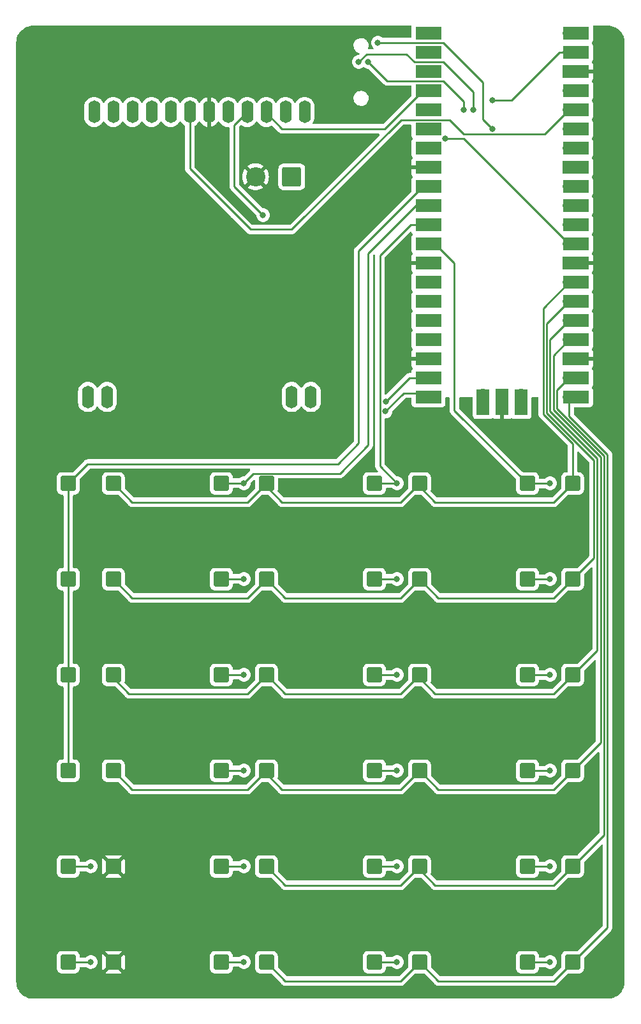
<source format=gbr>
%TF.GenerationSoftware,KiCad,Pcbnew,7.0.5*%
%TF.CreationDate,2023-07-11T16:18:17+08:00*%
%TF.ProjectId,press-beta,70726573-732d-4626-9574-612e6b696361,rev?*%
%TF.SameCoordinates,Original*%
%TF.FileFunction,Copper,L1,Top*%
%TF.FilePolarity,Positive*%
%FSLAX46Y46*%
G04 Gerber Fmt 4.6, Leading zero omitted, Abs format (unit mm)*
G04 Created by KiCad (PCBNEW 7.0.5) date 2023-07-11 16:18:17*
%MOMM*%
%LPD*%
G01*
G04 APERTURE LIST*
G04 Aperture macros list*
%AMRoundRect*
0 Rectangle with rounded corners*
0 $1 Rounding radius*
0 $2 $3 $4 $5 $6 $7 $8 $9 X,Y pos of 4 corners*
0 Add a 4 corners polygon primitive as box body*
4,1,4,$2,$3,$4,$5,$6,$7,$8,$9,$2,$3,0*
0 Add four circle primitives for the rounded corners*
1,1,$1+$1,$2,$3*
1,1,$1+$1,$4,$5*
1,1,$1+$1,$6,$7*
1,1,$1+$1,$8,$9*
0 Add four rect primitives between the rounded corners*
20,1,$1+$1,$2,$3,$4,$5,0*
20,1,$1+$1,$4,$5,$6,$7,0*
20,1,$1+$1,$6,$7,$8,$9,0*
20,1,$1+$1,$8,$9,$2,$3,0*%
G04 Aperture macros list end*
%TA.AperFunction,SMDPad,CuDef*%
%ADD10RoundRect,0.200000X-0.800000X-0.800000X0.800000X-0.800000X0.800000X0.800000X-0.800000X0.800000X0*%
%TD*%
%TA.AperFunction,ComponentPad*%
%ADD11O,1.600000X3.000000*%
%TD*%
%TA.AperFunction,ComponentPad*%
%ADD12O,1.700000X1.700000*%
%TD*%
%TA.AperFunction,SMDPad,CuDef*%
%ADD13R,3.500000X1.700000*%
%TD*%
%TA.AperFunction,ComponentPad*%
%ADD14R,1.700000X1.700000*%
%TD*%
%TA.AperFunction,SMDPad,CuDef*%
%ADD15R,1.700000X3.500000*%
%TD*%
%TA.AperFunction,ComponentPad*%
%ADD16RoundRect,0.249999X1.025001X1.025001X-1.025001X1.025001X-1.025001X-1.025001X1.025001X-1.025001X0*%
%TD*%
%TA.AperFunction,ComponentPad*%
%ADD17C,2.550000*%
%TD*%
%TA.AperFunction,ViaPad*%
%ADD18C,0.800000*%
%TD*%
%TA.AperFunction,Conductor*%
%ADD19C,0.250000*%
%TD*%
G04 APERTURE END LIST*
D10*
%TO.P,SW20,1,1*%
%TO.N,/col4*%
X129080000Y-129580000D03*
%TO.P,SW20,2,2*%
%TO.N,Net-(U1-GPIO20)*%
X135080000Y-129580000D03*
%TD*%
%TO.P,SW14,1,1*%
%TO.N,/col3*%
X108760000Y-129580000D03*
%TO.P,SW14,2,2*%
%TO.N,Net-(U1-GPIO20)*%
X114760000Y-129580000D03*
%TD*%
%TO.P,SW21,1,1*%
%TO.N,/col4*%
X129080000Y-142280000D03*
%TO.P,SW21,2,2*%
%TO.N,Net-(U1-GPIO19)*%
X135080000Y-142280000D03*
%TD*%
D11*
%TO.P,U2,1,ROM_IN*%
%TO.N,/mosi*%
X99500000Y-67610000D03*
%TO.P,U2,2,ROM_OUT*%
%TO.N,/miso*%
X96960000Y-67610000D03*
%TO.P,U2,3,ROM_SCK*%
%TO.N,/clk*%
X94420000Y-67610000D03*
%TO.P,U2,4,~ROM_CS*%
%TO.N,Net-(U1-GPIO13)*%
X91880000Y-67610000D03*
%TO.P,U2,5,LEDA*%
%TO.N,Net-(Q1-S)*%
X89340000Y-67610000D03*
%TO.P,U2,6,VSS*%
%TO.N,GND*%
X86800000Y-67610000D03*
%TO.P,U2,7,VDD*%
%TO.N,+3V3*%
X84260000Y-67610000D03*
%TO.P,U2,8,SCLK*%
%TO.N,/clk*%
X81720000Y-67610000D03*
%TO.P,U2,9,SDA*%
%TO.N,/mosi*%
X79180000Y-67610000D03*
%TO.P,U2,10,RS*%
%TO.N,Net-(U1-GPIO1)*%
X76640000Y-67610000D03*
%TO.P,U2,11,~RESET*%
%TO.N,Net-(U1-GPIO0)*%
X74100000Y-67610000D03*
%TO.P,U2,12,~CS*%
%TO.N,Net-(U1-GPIO5)*%
X71560000Y-67610000D03*
%TO.P,U2,NC*%
%TO.N,N/C*%
X70730000Y-105410000D03*
X73270000Y-105410000D03*
X97790000Y-105410000D03*
X100330000Y-105410000D03*
%TD*%
D10*
%TO.P,SW12,1,1*%
%TO.N,/col2*%
X88440000Y-180380000D03*
%TO.P,SW12,2,2*%
%TO.N,Net-(U1-GPIO16)*%
X94440000Y-180380000D03*
%TD*%
%TO.P,SW6,1,1*%
%TO.N,Net-(U1-GPIO15)*%
X68120000Y-180380000D03*
%TO.P,SW6,2,2*%
%TO.N,GND*%
X74120000Y-180380000D03*
%TD*%
D12*
%TO.P,U1,1,GPIO0*%
%TO.N,Net-(U1-GPIO0)*%
X116840000Y-57150000D03*
D13*
X115940000Y-57150000D03*
D12*
%TO.P,U1,2,GPIO1*%
%TO.N,Net-(U1-GPIO1)*%
X116840000Y-59690000D03*
D13*
X115940000Y-59690000D03*
D14*
%TO.P,U1,3,GND*%
%TO.N,unconnected-(U1-GND-Pad3)*%
X116840000Y-62230000D03*
D13*
X115940000Y-62230000D03*
D12*
%TO.P,U1,4,GPIO2*%
%TO.N,/clk*%
X116840000Y-64770000D03*
D13*
X115940000Y-64770000D03*
D12*
%TO.P,U1,5,GPIO3*%
%TO.N,/mosi*%
X116840000Y-67310000D03*
D13*
X115940000Y-67310000D03*
D12*
%TO.P,U1,6,GPIO4*%
%TO.N,/miso*%
X116840000Y-69850000D03*
D13*
X115940000Y-69850000D03*
D12*
%TO.P,U1,7,GPIO5*%
%TO.N,Net-(U1-GPIO5)*%
X116840000Y-72390000D03*
D13*
X115940000Y-72390000D03*
D14*
%TO.P,U1,8,GND*%
%TO.N,GND*%
X116840000Y-74930000D03*
D13*
X115940000Y-74930000D03*
D12*
%TO.P,U1,9,GPIO6*%
%TO.N,/col1*%
X116840000Y-77470000D03*
D13*
X115940000Y-77470000D03*
D12*
%TO.P,U1,10,GPIO7*%
%TO.N,/col2*%
X116840000Y-80010000D03*
D13*
X115940000Y-80010000D03*
D12*
%TO.P,U1,11,GPIO8*%
%TO.N,/col3*%
X116840000Y-82550000D03*
D13*
X115940000Y-82550000D03*
D12*
%TO.P,U1,12,GPIO9*%
%TO.N,/col4*%
X116840000Y-85090000D03*
D13*
X115940000Y-85090000D03*
D14*
%TO.P,U1,13,GND*%
%TO.N,GND*%
X116840000Y-87630000D03*
D13*
X115940000Y-87630000D03*
D12*
%TO.P,U1,14,GPIO10*%
%TO.N,unconnected-(U1-GPIO10-Pad14)*%
X116840000Y-90170000D03*
D13*
X115940000Y-90170000D03*
D12*
%TO.P,U1,15,GPIO11*%
%TO.N,unconnected-(U1-GPIO11-Pad15)*%
X116840000Y-92710000D03*
D13*
X115940000Y-92710000D03*
D12*
%TO.P,U1,16,GPIO12*%
%TO.N,unconnected-(U1-GPIO12-Pad16)*%
X116840000Y-95250000D03*
D13*
X115940000Y-95250000D03*
D12*
%TO.P,U1,17,GPIO13*%
%TO.N,Net-(U1-GPIO13)*%
X116840000Y-97790000D03*
D13*
X115940000Y-97790000D03*
D14*
%TO.P,U1,18,GND*%
%TO.N,GND*%
X116840000Y-100330000D03*
D13*
X115940000Y-100330000D03*
D12*
%TO.P,U1,19,GPIO14*%
%TO.N,Net-(U1-GPIO14)*%
X116840000Y-102870000D03*
D13*
X115940000Y-102870000D03*
D12*
%TO.P,U1,20,GPIO15*%
%TO.N,Net-(U1-GPIO15)*%
X116840000Y-105410000D03*
D13*
X115940000Y-105410000D03*
D12*
%TO.P,U1,21,GPIO16*%
%TO.N,Net-(U1-GPIO16)*%
X134620000Y-105410000D03*
D13*
X135520000Y-105410000D03*
D12*
%TO.P,U1,22,GPIO17*%
%TO.N,Net-(U1-GPIO17)*%
X134620000Y-102870000D03*
D13*
X135520000Y-102870000D03*
D14*
%TO.P,U1,23,GND*%
%TO.N,GND*%
X134620000Y-100330000D03*
D13*
X135520000Y-100330000D03*
D12*
%TO.P,U1,24,GPIO18*%
%TO.N,Net-(U1-GPIO18)*%
X134620000Y-97790000D03*
D13*
X135520000Y-97790000D03*
D12*
%TO.P,U1,25,GPIO19*%
%TO.N,Net-(U1-GPIO19)*%
X134620000Y-95250000D03*
D13*
X135520000Y-95250000D03*
D12*
%TO.P,U1,26,GPIO20*%
%TO.N,Net-(U1-GPIO20)*%
X134620000Y-92710000D03*
D13*
X135520000Y-92710000D03*
D12*
%TO.P,U1,27,GPIO21*%
%TO.N,Net-(U1-GPIO21)*%
X134620000Y-90170000D03*
D13*
X135520000Y-90170000D03*
D14*
%TO.P,U1,28,GND*%
%TO.N,GND*%
X134620000Y-87630000D03*
D13*
X135520000Y-87630000D03*
D12*
%TO.P,U1,29,GPIO22*%
%TO.N,Net-(Q1-G)*%
X134620000Y-85090000D03*
D13*
X135520000Y-85090000D03*
D12*
%TO.P,U1,30,RUN*%
%TO.N,unconnected-(U1-RUN-Pad30)*%
X134620000Y-82550000D03*
D13*
X135520000Y-82550000D03*
D12*
%TO.P,U1,31,GPIO26_ADC0*%
%TO.N,Net-(U1-GPIO26_ADC0)*%
X134620000Y-80010000D03*
D13*
X135520000Y-80010000D03*
D12*
%TO.P,U1,32,GPIO27_ADC1*%
%TO.N,Net-(U1-GPIO27_ADC1)*%
X134620000Y-77470000D03*
D13*
X135520000Y-77470000D03*
D14*
%TO.P,U1,33,AGND*%
%TO.N,Net-(U1-AGND)*%
X134620000Y-74930000D03*
D13*
X135520000Y-74930000D03*
D12*
%TO.P,U1,34,GPIO28_ADC2*%
%TO.N,Net-(U1-GPIO28_ADC2)*%
X134620000Y-72390000D03*
D13*
X135520000Y-72390000D03*
D12*
%TO.P,U1,35,ADC_VREF*%
%TO.N,unconnected-(U1-ADC_VREF-Pad35)*%
X134620000Y-69850000D03*
D13*
X135520000Y-69850000D03*
D12*
%TO.P,U1,36,3V3*%
%TO.N,+3V3*%
X134620000Y-67310000D03*
D13*
X135520000Y-67310000D03*
D12*
%TO.P,U1,37,3V3_EN*%
%TO.N,unconnected-(U1-3V3_EN-Pad37)*%
X134620000Y-64770000D03*
D13*
X135520000Y-64770000D03*
D14*
%TO.P,U1,38,GND*%
%TO.N,GND*%
X134620000Y-62230000D03*
D13*
X135520000Y-62230000D03*
D12*
%TO.P,U1,39,VSYS*%
%TO.N,Net-(D1-K)*%
X134620000Y-59690000D03*
D13*
X135520000Y-59690000D03*
D12*
%TO.P,U1,40,VBUS*%
%TO.N,unconnected-(U1-VBUS-Pad40)*%
X134620000Y-57150000D03*
D13*
X135520000Y-57150000D03*
D12*
%TO.P,U1,41,SWCLK*%
%TO.N,unconnected-(U1-SWCLK-Pad41)*%
X123190000Y-105180000D03*
D15*
X123190000Y-106080000D03*
D14*
%TO.P,U1,42,GND*%
%TO.N,GND*%
X125730000Y-105180000D03*
D15*
X125730000Y-106080000D03*
D12*
%TO.P,U1,43,SWDIO*%
%TO.N,unconnected-(U1-SWDIO-Pad43)*%
X128270000Y-105180000D03*
D15*
X128270000Y-106080000D03*
%TD*%
D16*
%TO.P,BT1,1,+*%
%TO.N,Net-(BT1-+)*%
X97790000Y-76200000D03*
D17*
%TO.P,BT1,2,-*%
%TO.N,GND*%
X92990000Y-76200000D03*
%TD*%
D10*
%TO.P,SW3,1,1*%
%TO.N,/col1*%
X68120000Y-142280000D03*
%TO.P,SW3,2,2*%
%TO.N,Net-(U1-GPIO19)*%
X74120000Y-142280000D03*
%TD*%
%TO.P,SW8,1,1*%
%TO.N,/col2*%
X88440000Y-129580000D03*
%TO.P,SW8,2,2*%
%TO.N,Net-(U1-GPIO20)*%
X94440000Y-129580000D03*
%TD*%
%TO.P,SW10,1,1*%
%TO.N,/col2*%
X88440000Y-154980000D03*
%TO.P,SW10,2,2*%
%TO.N,Net-(U1-GPIO18)*%
X94440000Y-154980000D03*
%TD*%
%TO.P,SW23,1,1*%
%TO.N,/col4*%
X129080000Y-167680000D03*
%TO.P,SW23,2,2*%
%TO.N,Net-(U1-GPIO17)*%
X135080000Y-167680000D03*
%TD*%
%TO.P,SW11,1,1*%
%TO.N,/col2*%
X88440000Y-167680000D03*
%TO.P,SW11,2,2*%
%TO.N,Net-(U1-GPIO17)*%
X94440000Y-167680000D03*
%TD*%
%TO.P,SW17,1,1*%
%TO.N,/col3*%
X108760000Y-167680000D03*
%TO.P,SW17,2,2*%
%TO.N,Net-(U1-GPIO17)*%
X114760000Y-167680000D03*
%TD*%
%TO.P,SW2,1,1*%
%TO.N,/col1*%
X68120000Y-129580000D03*
%TO.P,SW2,2,2*%
%TO.N,Net-(U1-GPIO20)*%
X74120000Y-129580000D03*
%TD*%
%TO.P,SW7,1,1*%
%TO.N,/col2*%
X88440000Y-116880000D03*
%TO.P,SW7,2,2*%
%TO.N,Net-(U1-GPIO21)*%
X94440000Y-116880000D03*
%TD*%
%TO.P,SW18,1,1*%
%TO.N,/col3*%
X108760000Y-180380000D03*
%TO.P,SW18,2,2*%
%TO.N,Net-(U1-GPIO16)*%
X114760000Y-180380000D03*
%TD*%
%TO.P,SW22,1,1*%
%TO.N,/col4*%
X129080000Y-154980000D03*
%TO.P,SW22,2,2*%
%TO.N,Net-(U1-GPIO18)*%
X135080000Y-154980000D03*
%TD*%
%TO.P,SW24,1,1*%
%TO.N,/col4*%
X129080000Y-180380000D03*
%TO.P,SW24,2,2*%
%TO.N,Net-(U1-GPIO16)*%
X135080000Y-180380000D03*
%TD*%
%TO.P,SW13,1,1*%
%TO.N,/col3*%
X108760000Y-116880000D03*
%TO.P,SW13,2,2*%
%TO.N,Net-(U1-GPIO21)*%
X114760000Y-116880000D03*
%TD*%
%TO.P,SW9,1,1*%
%TO.N,/col2*%
X88440000Y-142280000D03*
%TO.P,SW9,2,2*%
%TO.N,Net-(U1-GPIO19)*%
X94440000Y-142280000D03*
%TD*%
%TO.P,SW19,1,1*%
%TO.N,/col4*%
X129080000Y-116880000D03*
%TO.P,SW19,2,2*%
%TO.N,Net-(U1-GPIO21)*%
X135080000Y-116880000D03*
%TD*%
%TO.P,SW5,1,1*%
%TO.N,Net-(U1-GPIO14)*%
X68120000Y-167680000D03*
%TO.P,SW5,2,2*%
%TO.N,GND*%
X74120000Y-167680000D03*
%TD*%
%TO.P,SW1,1,1*%
%TO.N,/col1*%
X68120000Y-116880000D03*
%TO.P,SW1,2,2*%
%TO.N,Net-(U1-GPIO21)*%
X74120000Y-116880000D03*
%TD*%
%TO.P,SW16,1,1*%
%TO.N,/col3*%
X108760000Y-154980000D03*
%TO.P,SW16,2,2*%
%TO.N,Net-(U1-GPIO18)*%
X114760000Y-154980000D03*
%TD*%
%TO.P,SW4,1,1*%
%TO.N,/col1*%
X68120000Y-154980000D03*
%TO.P,SW4,2,2*%
%TO.N,Net-(U1-GPIO18)*%
X74120000Y-154980000D03*
%TD*%
%TO.P,SW15,1,1*%
%TO.N,/col3*%
X108760000Y-142280000D03*
%TO.P,SW15,2,2*%
%TO.N,Net-(U1-GPIO19)*%
X114760000Y-142280000D03*
%TD*%
D18*
%TO.N,Net-(Q1-G)*%
X118122393Y-71120136D03*
%TO.N,Net-(U1-GPIO26_ADC0)*%
X109220000Y-58420000D03*
X124460000Y-69850000D03*
%TO.N,Net-(U1-GPIO27_ADC1)*%
X107950000Y-60960000D03*
X120650000Y-67310000D03*
%TO.N,Net-(U1-AGND)*%
X106680000Y-60960000D03*
X121920000Y-67310000D03*
%TO.N,/col2*%
X91440000Y-167640000D03*
X91440000Y-116840000D03*
X91440000Y-180340000D03*
X91440000Y-129540000D03*
X91440000Y-154940000D03*
X91440000Y-142240000D03*
%TO.N,/col3*%
X111760000Y-116840000D03*
X111760000Y-154940000D03*
X111760000Y-180340000D03*
X111760000Y-142240000D03*
X111760000Y-129540000D03*
X111760000Y-167640000D03*
%TO.N,/col4*%
X132080000Y-154940000D03*
X132080000Y-142240000D03*
X132080000Y-180340000D03*
X132080000Y-167640000D03*
X132080000Y-116840000D03*
X132080000Y-129540000D03*
%TO.N,Net-(D1-K)*%
X124460000Y-66040000D03*
%TO.N,Net-(U1-GPIO14)*%
X110299500Y-105981500D03*
X71120000Y-167640000D03*
%TO.N,Net-(U1-GPIO15)*%
X110236000Y-107315000D03*
X71120000Y-180340000D03*
%TO.N,Net-(U1-GPIO13)*%
X93980000Y-81280000D03*
%TD*%
D19*
%TO.N,Net-(U1-GPIO13)*%
X93980000Y-81280000D02*
X90170000Y-77470000D01*
X90170000Y-77470000D02*
X90170000Y-69320000D01*
X90170000Y-69320000D02*
X91880000Y-67610000D01*
%TO.N,+3V3*%
X134620000Y-67310000D02*
X131351800Y-70578200D01*
X131351800Y-70578200D02*
X120651400Y-70578200D01*
X120651400Y-70578200D02*
X118745000Y-68671800D01*
X118745000Y-68671800D02*
X112303200Y-68671800D01*
X112303200Y-68671800D02*
X97790000Y-83185000D01*
X97790000Y-83185000D02*
X92315169Y-83185000D01*
X92315169Y-83185000D02*
X84260000Y-75129831D01*
X84260000Y-75129831D02*
X84260000Y-67610000D01*
%TO.N,/col2*%
X91440000Y-116840000D02*
X92710000Y-115570000D01*
X95458788Y-115551800D02*
X95461459Y-115549129D01*
X92710000Y-115570000D02*
X93403012Y-115570000D01*
X93403012Y-115570000D02*
X93421212Y-115551800D01*
X93421212Y-115551800D02*
X95458788Y-115551800D01*
X95461459Y-115549129D02*
X104160871Y-115549129D01*
X104160871Y-115549129D02*
X107950000Y-111760000D01*
X107950000Y-111760000D02*
X107950000Y-86360000D01*
X107950000Y-86360000D02*
X114300000Y-80010000D01*
X114300000Y-80010000D02*
X116840000Y-80010000D01*
%TO.N,Net-(Q1-G)*%
X120650136Y-71120136D02*
X134620000Y-85090000D01*
X118122393Y-71120136D02*
X120650136Y-71120136D01*
%TO.N,Net-(U1-GPIO26_ADC0)*%
X123190000Y-68580000D02*
X123190000Y-63683600D01*
X123190000Y-63683600D02*
X117926400Y-58420000D01*
X124460000Y-69850000D02*
X123190000Y-68580000D01*
X117926400Y-58420000D02*
X109220000Y-58420000D01*
%TO.N,Net-(U1-GPIO27_ADC1)*%
X110490000Y-63500000D02*
X107950000Y-60960000D01*
X117926400Y-63500000D02*
X110490000Y-63500000D01*
X120650000Y-67310000D02*
X120650000Y-66223600D01*
X120650000Y-66223600D02*
X117926400Y-63500000D01*
%TO.N,Net-(U1-AGND)*%
X121920000Y-67310000D02*
X121920000Y-64953600D01*
X107705000Y-59935000D02*
X106680000Y-60960000D01*
X117926400Y-60960000D02*
X114055000Y-60960000D01*
X114055000Y-60960000D02*
X113030000Y-59935000D01*
X113030000Y-59935000D02*
X107705000Y-59935000D01*
X121920000Y-64953600D02*
X117926400Y-60960000D01*
%TO.N,/col1*%
X68120000Y-142280000D02*
X68120000Y-129580000D01*
X68120000Y-129580000D02*
X68120000Y-116880000D01*
X103895516Y-114300000D02*
X106680000Y-111515516D01*
X68120000Y-154980000D02*
X68120000Y-142280000D01*
X70700000Y-114300000D02*
X103895516Y-114300000D01*
X106680000Y-111515516D02*
X106680000Y-86013600D01*
X68120000Y-116880000D02*
X70700000Y-114300000D01*
X106680000Y-86013600D02*
X115223600Y-77470000D01*
%TO.N,Net-(U1-GPIO16)*%
X132580000Y-182880000D02*
X117260000Y-182880000D01*
X134620000Y-107938156D02*
X134620000Y-105410000D01*
X117260000Y-182880000D02*
X114760000Y-180380000D01*
X135080000Y-180380000D02*
X132580000Y-182880000D01*
X139700000Y-175760000D02*
X139700000Y-113018156D01*
X139700000Y-113018156D02*
X134620000Y-107938156D01*
X135080000Y-180380000D02*
X139700000Y-175760000D01*
X114760000Y-180380000D02*
X112260000Y-182880000D01*
X96940000Y-182880000D02*
X94440000Y-180380000D01*
X112260000Y-182880000D02*
X96940000Y-182880000D01*
%TO.N,Net-(U1-GPIO18)*%
X94440000Y-154980000D02*
X91940000Y-157480000D01*
X138793600Y-113393600D02*
X132533200Y-107133200D01*
X138793600Y-151266400D02*
X138793600Y-113393600D01*
X132533200Y-99876800D02*
X134620000Y-97790000D01*
X132580000Y-157480000D02*
X117260000Y-157480000D01*
X76620000Y-157480000D02*
X74120000Y-154980000D01*
X132533200Y-107133200D02*
X132533200Y-99876800D01*
X117260000Y-157480000D02*
X114760000Y-154980000D01*
X96520000Y-157480000D02*
X112260000Y-157480000D01*
X135080000Y-154980000D02*
X132580000Y-157480000D01*
X112260000Y-157480000D02*
X114760000Y-154980000D01*
X135080000Y-154980000D02*
X138793600Y-151266400D01*
X91940000Y-157480000D02*
X76620000Y-157480000D01*
X94440000Y-155400000D02*
X96520000Y-157480000D01*
%TO.N,Net-(U1-GPIO17)*%
X114760000Y-168100000D02*
X116840000Y-170180000D01*
X132986400Y-104503600D02*
X132986400Y-106945478D01*
X132580000Y-170180000D02*
X135080000Y-167680000D01*
X96940000Y-170180000D02*
X112260000Y-170180000D01*
X134620000Y-102870000D02*
X132986400Y-104503600D01*
X112260000Y-170180000D02*
X114760000Y-167680000D01*
X139246800Y-163513200D02*
X135080000Y-167680000D01*
X139246800Y-113205878D02*
X139246800Y-163513200D01*
X132986400Y-106945478D02*
X139246800Y-113205878D01*
X94440000Y-167680000D02*
X96940000Y-170180000D01*
X116840000Y-170180000D02*
X132580000Y-170180000D01*
%TO.N,/col2*%
X91440000Y-116840000D02*
X88480000Y-116840000D01*
X91440000Y-180340000D02*
X88480000Y-180340000D01*
X91440000Y-154940000D02*
X88480000Y-154940000D01*
X91440000Y-129540000D02*
X88480000Y-129540000D01*
X91440000Y-167640000D02*
X88480000Y-167640000D01*
X91440000Y-142240000D02*
X88480000Y-142240000D01*
%TO.N,Net-(U1-GPIO20)*%
X112260000Y-132080000D02*
X96940000Y-132080000D01*
X137887200Y-113769044D02*
X131626800Y-107508644D01*
X114760000Y-129580000D02*
X112260000Y-132080000D01*
X94440000Y-129580000D02*
X91940000Y-132080000D01*
X135080000Y-129580000D02*
X137887200Y-126772800D01*
X135080000Y-129580000D02*
X132580000Y-132080000D01*
X117260000Y-132080000D02*
X114760000Y-129580000D01*
X131626800Y-95703200D02*
X134620000Y-92710000D01*
X76620000Y-132080000D02*
X74120000Y-129580000D01*
X131626800Y-107508644D02*
X131626800Y-95703200D01*
X137887200Y-126772800D02*
X137887200Y-113769044D01*
X96940000Y-132080000D02*
X94440000Y-129580000D01*
X91940000Y-132080000D02*
X76620000Y-132080000D01*
X132580000Y-132080000D02*
X117260000Y-132080000D01*
%TO.N,Net-(U1-GPIO19)*%
X138340400Y-139019600D02*
X138340400Y-113581322D01*
X132080000Y-97790000D02*
X134620000Y-95250000D01*
X138340400Y-113581322D02*
X132080000Y-107320922D01*
X135080000Y-142280000D02*
X138340400Y-139019600D01*
X96940000Y-144780000D02*
X94440000Y-142280000D01*
X74120000Y-142700000D02*
X76200000Y-144780000D01*
X112260000Y-144780000D02*
X96940000Y-144780000D01*
X114760000Y-142700000D02*
X116840000Y-144780000D01*
X114760000Y-142280000D02*
X112260000Y-144780000D01*
X132580000Y-144780000D02*
X135080000Y-142280000D01*
X132080000Y-107320922D02*
X132080000Y-97790000D01*
X91940000Y-144780000D02*
X94440000Y-142280000D01*
X76200000Y-144780000D02*
X91940000Y-144780000D01*
X116840000Y-144780000D02*
X132580000Y-144780000D01*
%TO.N,/col3*%
X113578400Y-82550000D02*
X116840000Y-82550000D01*
X111760000Y-129540000D02*
X108800000Y-129540000D01*
X111760000Y-116840000D02*
X109507800Y-114587800D01*
X109507800Y-86620600D02*
X113578400Y-82550000D01*
X111760000Y-116840000D02*
X108800000Y-116840000D01*
X111760000Y-167640000D02*
X108800000Y-167640000D01*
X108760000Y-142280000D02*
X111720000Y-142280000D01*
X109507800Y-114587800D02*
X109507800Y-86620600D01*
X111760000Y-154940000D02*
X108800000Y-154940000D01*
X111760000Y-180340000D02*
X108800000Y-180340000D01*
X111720000Y-142280000D02*
X111760000Y-142240000D01*
%TO.N,/col4*%
X132040000Y-154980000D02*
X129080000Y-154980000D01*
X129080000Y-116880000D02*
X119380000Y-107180000D01*
X132080000Y-167640000D02*
X132040000Y-167680000D01*
X132040000Y-180380000D02*
X129080000Y-180380000D01*
X119380000Y-87630000D02*
X116840000Y-85090000D01*
X132080000Y-154940000D02*
X132040000Y-154980000D01*
X132080000Y-129540000D02*
X132040000Y-129580000D01*
X132040000Y-142280000D02*
X129080000Y-142280000D01*
X132080000Y-116840000D02*
X132040000Y-116880000D01*
X132040000Y-167680000D02*
X129080000Y-167680000D01*
X132080000Y-142240000D02*
X132040000Y-142280000D01*
X132040000Y-116880000D02*
X129080000Y-116880000D01*
X119380000Y-107180000D02*
X119380000Y-87630000D01*
X132080000Y-180340000D02*
X132040000Y-180380000D01*
X132040000Y-129580000D02*
X129080000Y-129580000D01*
%TO.N,Net-(U1-GPIO21)*%
X135080000Y-111602766D02*
X131173600Y-107696366D01*
X112260000Y-119380000D02*
X114760000Y-116880000D01*
X96520000Y-119380000D02*
X112260000Y-119380000D01*
X135080000Y-116880000D02*
X135080000Y-111602766D01*
X132580000Y-119380000D02*
X135080000Y-116880000D01*
X131173600Y-107696366D02*
X131173600Y-93616400D01*
X116840000Y-119380000D02*
X132580000Y-119380000D01*
X74120000Y-116880000D02*
X76620000Y-119380000D01*
X114760000Y-117300000D02*
X116840000Y-119380000D01*
X131173600Y-93616400D02*
X134620000Y-90170000D01*
X91940000Y-119380000D02*
X94440000Y-116880000D01*
X94440000Y-117300000D02*
X96520000Y-119380000D01*
X76620000Y-119380000D02*
X91940000Y-119380000D01*
%TO.N,Net-(D1-K)*%
X133350000Y-59690000D02*
X134620000Y-59690000D01*
X124460000Y-66040000D02*
X127000000Y-66040000D01*
X127000000Y-66040000D02*
X133350000Y-59690000D01*
%TO.N,Net-(U1-GPIO14)*%
X68120000Y-167680000D02*
X71080000Y-167680000D01*
X110299500Y-105981500D02*
X113411000Y-102870000D01*
X71080000Y-167680000D02*
X71120000Y-167640000D01*
X113411000Y-102870000D02*
X116840000Y-102870000D01*
%TO.N,Net-(U1-GPIO15)*%
X68120000Y-180380000D02*
X71080000Y-180380000D01*
X112666000Y-104885000D02*
X116315000Y-104885000D01*
X71080000Y-180380000D02*
X71120000Y-180340000D01*
X110236000Y-107315000D02*
X112666000Y-104885000D01*
%TO.N,/clk*%
X96520000Y-69850000D02*
X110143600Y-69850000D01*
X110143600Y-69850000D02*
X115223600Y-64770000D01*
X94420000Y-67750000D02*
X96520000Y-69850000D01*
%TD*%
%TA.AperFunction,Conductor*%
%TO.N,GND*%
G36*
X113632539Y-56154185D02*
G01*
X113678294Y-56206989D01*
X113689500Y-56258500D01*
X113689500Y-57018198D01*
X113689501Y-57670500D01*
X113669816Y-57737539D01*
X113617013Y-57783294D01*
X113565501Y-57794500D01*
X109923748Y-57794500D01*
X109856709Y-57774815D01*
X109831600Y-57753474D01*
X109825873Y-57747114D01*
X109825869Y-57747110D01*
X109672734Y-57635851D01*
X109672729Y-57635848D01*
X109499807Y-57558857D01*
X109499802Y-57558855D01*
X109354000Y-57527865D01*
X109314646Y-57519500D01*
X109125354Y-57519500D01*
X109092897Y-57526398D01*
X108940197Y-57558855D01*
X108940192Y-57558857D01*
X108767270Y-57635848D01*
X108767265Y-57635851D01*
X108614129Y-57747111D01*
X108487466Y-57887785D01*
X108392821Y-58051715D01*
X108392818Y-58051722D01*
X108334327Y-58231740D01*
X108334326Y-58231744D01*
X108314540Y-58420000D01*
X108334326Y-58608256D01*
X108334327Y-58608259D01*
X108392818Y-58788277D01*
X108392821Y-58788284D01*
X108487467Y-58952216D01*
X108614129Y-59092888D01*
X108614136Y-59092893D01*
X108614643Y-59093350D01*
X108614855Y-59093694D01*
X108618478Y-59097718D01*
X108617742Y-59098380D01*
X108651291Y-59152837D01*
X108649960Y-59222694D01*
X108611073Y-59280742D01*
X108546977Y-59308552D01*
X108531670Y-59309500D01*
X108054358Y-59309500D01*
X107987319Y-59289815D01*
X107941564Y-59237011D01*
X107931620Y-59167853D01*
X107934316Y-59154419D01*
X107938693Y-59137514D01*
X107984063Y-58962285D01*
X107994369Y-58759064D01*
X107963556Y-58557929D01*
X107903189Y-58394932D01*
X107892888Y-58367118D01*
X107892887Y-58367117D01*
X107892886Y-58367113D01*
X107785252Y-58194429D01*
X107645059Y-58046947D01*
X107546587Y-57978409D01*
X107478050Y-57930705D01*
X107291056Y-57850459D01*
X107091741Y-57809500D01*
X106939258Y-57809500D01*
X106939257Y-57809500D01*
X106787560Y-57824925D01*
X106593420Y-57885837D01*
X106593405Y-57885844D01*
X106415500Y-57984589D01*
X106415495Y-57984592D01*
X106261106Y-58117132D01*
X106261104Y-58117134D01*
X106136554Y-58278037D01*
X106136553Y-58278040D01*
X106046940Y-58460728D01*
X105995937Y-58657714D01*
X105985631Y-58860936D01*
X106016442Y-59062063D01*
X106016445Y-59062075D01*
X106087111Y-59252881D01*
X106087113Y-59252884D01*
X106087114Y-59252887D01*
X106122401Y-59309500D01*
X106194745Y-59425567D01*
X106194747Y-59425569D01*
X106194748Y-59425571D01*
X106334941Y-59573053D01*
X106418235Y-59631027D01*
X106501949Y-59689294D01*
X106501950Y-59689294D01*
X106501951Y-59689295D01*
X106688942Y-59769540D01*
X106709731Y-59773812D01*
X106771436Y-59806587D01*
X106805626Y-59867520D01*
X106801446Y-59937264D01*
X106772454Y-59982954D01*
X106732229Y-60023180D01*
X106670907Y-60056666D01*
X106644547Y-60059500D01*
X106585354Y-60059500D01*
X106567759Y-60063240D01*
X106400197Y-60098855D01*
X106400192Y-60098857D01*
X106227270Y-60175848D01*
X106227265Y-60175851D01*
X106074129Y-60287111D01*
X105947466Y-60427785D01*
X105852821Y-60591715D01*
X105852818Y-60591722D01*
X105810223Y-60722818D01*
X105794326Y-60771744D01*
X105774540Y-60960000D01*
X105794326Y-61148256D01*
X105794327Y-61148259D01*
X105852818Y-61328277D01*
X105852821Y-61328284D01*
X105947467Y-61492216D01*
X106013252Y-61565277D01*
X106074129Y-61632888D01*
X106227265Y-61744148D01*
X106227270Y-61744151D01*
X106400192Y-61821142D01*
X106400197Y-61821144D01*
X106585354Y-61860500D01*
X106585355Y-61860500D01*
X106774644Y-61860500D01*
X106774646Y-61860500D01*
X106959803Y-61821144D01*
X107132730Y-61744151D01*
X107242117Y-61664676D01*
X107307920Y-61641198D01*
X107375974Y-61657023D01*
X107387871Y-61664668D01*
X107464029Y-61720000D01*
X107497270Y-61744151D01*
X107670192Y-61821142D01*
X107670197Y-61821144D01*
X107855354Y-61860500D01*
X107914548Y-61860500D01*
X107981587Y-61880185D01*
X108002229Y-61896819D01*
X109989197Y-63883788D01*
X109999022Y-63896051D01*
X109999243Y-63895869D01*
X110004211Y-63901874D01*
X110053932Y-63948566D01*
X110055332Y-63949923D01*
X110075523Y-63970115D01*
X110075527Y-63970118D01*
X110075529Y-63970120D01*
X110081011Y-63974373D01*
X110085443Y-63978157D01*
X110119418Y-64010062D01*
X110136976Y-64019714D01*
X110153235Y-64030395D01*
X110169064Y-64042673D01*
X110211838Y-64061182D01*
X110217056Y-64063738D01*
X110257908Y-64086197D01*
X110277316Y-64091180D01*
X110295717Y-64097480D01*
X110314104Y-64105437D01*
X110357488Y-64112308D01*
X110360119Y-64112725D01*
X110365839Y-64113909D01*
X110410981Y-64125500D01*
X110431016Y-64125500D01*
X110450414Y-64127026D01*
X110470194Y-64130159D01*
X110470195Y-64130160D01*
X110470195Y-64130159D01*
X110470196Y-64130160D01*
X110516583Y-64125775D01*
X110522422Y-64125500D01*
X113565500Y-64125500D01*
X113632539Y-64145185D01*
X113678294Y-64197989D01*
X113689500Y-64249500D01*
X113689500Y-65368146D01*
X113669815Y-65435185D01*
X113653181Y-65455827D01*
X109920828Y-69188181D01*
X109859505Y-69221666D01*
X109833147Y-69224500D01*
X100685479Y-69224500D01*
X100618440Y-69204815D01*
X100572685Y-69152011D01*
X100562741Y-69082853D01*
X100583904Y-69029377D01*
X100630568Y-68962734D01*
X100726739Y-68756496D01*
X100785635Y-68536692D01*
X100800500Y-68366784D01*
X100800500Y-66853216D01*
X100785635Y-66683308D01*
X100726739Y-66463504D01*
X100630568Y-66257266D01*
X100500047Y-66070861D01*
X100500045Y-66070858D01*
X100339141Y-65909954D01*
X100269135Y-65860936D01*
X105985631Y-65860936D01*
X106016442Y-66062063D01*
X106016445Y-66062075D01*
X106087111Y-66252881D01*
X106087113Y-66252884D01*
X106087114Y-66252887D01*
X106133005Y-66326513D01*
X106194745Y-66425567D01*
X106194747Y-66425569D01*
X106194748Y-66425571D01*
X106334941Y-66573053D01*
X106446448Y-66650664D01*
X106501949Y-66689294D01*
X106501950Y-66689294D01*
X106501951Y-66689295D01*
X106688942Y-66769540D01*
X106888259Y-66810500D01*
X107040743Y-66810500D01*
X107192439Y-66795074D01*
X107386579Y-66734162D01*
X107386580Y-66734161D01*
X107386588Y-66734159D01*
X107564502Y-66635409D01*
X107718895Y-66502866D01*
X107843448Y-66341958D01*
X107933060Y-66159271D01*
X107984063Y-65962285D01*
X107994369Y-65759064D01*
X107963556Y-65557929D01*
X107892886Y-65367113D01*
X107785252Y-65194429D01*
X107645059Y-65046947D01*
X107546587Y-64978409D01*
X107478050Y-64930705D01*
X107291056Y-64850459D01*
X107091741Y-64809500D01*
X106939258Y-64809500D01*
X106939257Y-64809500D01*
X106787560Y-64824925D01*
X106593420Y-64885837D01*
X106593405Y-64885844D01*
X106415500Y-64984589D01*
X106415495Y-64984592D01*
X106261106Y-65117132D01*
X106261104Y-65117134D01*
X106136554Y-65278037D01*
X106136553Y-65278040D01*
X106046940Y-65460728D01*
X105995937Y-65657714D01*
X105985631Y-65860936D01*
X100269135Y-65860936D01*
X100152734Y-65779432D01*
X100152732Y-65779431D01*
X99946497Y-65683261D01*
X99946488Y-65683258D01*
X99726697Y-65624366D01*
X99726693Y-65624365D01*
X99726692Y-65624365D01*
X99726691Y-65624364D01*
X99726686Y-65624364D01*
X99500002Y-65604532D01*
X99499998Y-65604532D01*
X99273313Y-65624364D01*
X99273302Y-65624366D01*
X99053511Y-65683258D01*
X99053502Y-65683261D01*
X98847267Y-65779431D01*
X98847265Y-65779432D01*
X98660858Y-65909954D01*
X98499954Y-66070858D01*
X98369432Y-66257265D01*
X98369431Y-66257267D01*
X98342382Y-66315275D01*
X98296209Y-66367714D01*
X98229016Y-66386866D01*
X98162135Y-66366650D01*
X98117618Y-66315275D01*
X98107067Y-66292649D01*
X98090568Y-66257266D01*
X97960047Y-66070861D01*
X97960045Y-66070858D01*
X97799141Y-65909954D01*
X97612734Y-65779432D01*
X97612732Y-65779431D01*
X97406497Y-65683261D01*
X97406488Y-65683258D01*
X97186697Y-65624366D01*
X97186693Y-65624365D01*
X97186692Y-65624365D01*
X97186691Y-65624364D01*
X97186686Y-65624364D01*
X96960002Y-65604532D01*
X96959998Y-65604532D01*
X96733313Y-65624364D01*
X96733302Y-65624366D01*
X96513511Y-65683258D01*
X96513502Y-65683261D01*
X96307267Y-65779431D01*
X96307265Y-65779432D01*
X96120858Y-65909954D01*
X95959954Y-66070858D01*
X95829432Y-66257265D01*
X95829431Y-66257267D01*
X95802382Y-66315275D01*
X95756209Y-66367714D01*
X95689016Y-66386866D01*
X95622135Y-66366650D01*
X95577618Y-66315275D01*
X95567067Y-66292649D01*
X95550568Y-66257266D01*
X95420047Y-66070861D01*
X95420045Y-66070858D01*
X95259141Y-65909954D01*
X95072734Y-65779432D01*
X95072732Y-65779431D01*
X94866497Y-65683261D01*
X94866488Y-65683258D01*
X94646697Y-65624366D01*
X94646693Y-65624365D01*
X94646692Y-65624365D01*
X94646691Y-65624364D01*
X94646686Y-65624364D01*
X94420002Y-65604532D01*
X94419998Y-65604532D01*
X94193313Y-65624364D01*
X94193302Y-65624366D01*
X93973511Y-65683258D01*
X93973502Y-65683261D01*
X93767267Y-65779431D01*
X93767265Y-65779432D01*
X93580858Y-65909954D01*
X93419954Y-66070858D01*
X93289432Y-66257265D01*
X93289431Y-66257267D01*
X93262382Y-66315275D01*
X93216209Y-66367714D01*
X93149016Y-66386866D01*
X93082135Y-66366650D01*
X93037618Y-66315275D01*
X93027067Y-66292649D01*
X93010568Y-66257266D01*
X92880047Y-66070861D01*
X92880045Y-66070858D01*
X92719141Y-65909954D01*
X92532734Y-65779432D01*
X92532732Y-65779431D01*
X92326497Y-65683261D01*
X92326488Y-65683258D01*
X92106697Y-65624366D01*
X92106693Y-65624365D01*
X92106692Y-65624365D01*
X92106691Y-65624364D01*
X92106686Y-65624364D01*
X91880002Y-65604532D01*
X91879998Y-65604532D01*
X91653313Y-65624364D01*
X91653302Y-65624366D01*
X91433511Y-65683258D01*
X91433502Y-65683261D01*
X91227267Y-65779431D01*
X91227265Y-65779432D01*
X91040858Y-65909954D01*
X90879954Y-66070858D01*
X90749432Y-66257265D01*
X90749431Y-66257267D01*
X90722382Y-66315275D01*
X90676209Y-66367714D01*
X90609016Y-66386866D01*
X90542135Y-66366650D01*
X90497618Y-66315275D01*
X90487067Y-66292649D01*
X90470568Y-66257266D01*
X90340047Y-66070861D01*
X90340045Y-66070858D01*
X90179141Y-65909954D01*
X89992734Y-65779432D01*
X89992732Y-65779431D01*
X89786497Y-65683261D01*
X89786488Y-65683258D01*
X89566697Y-65624366D01*
X89566693Y-65624365D01*
X89566692Y-65624365D01*
X89566691Y-65624364D01*
X89566686Y-65624364D01*
X89340002Y-65604532D01*
X89339998Y-65604532D01*
X89113313Y-65624364D01*
X89113302Y-65624366D01*
X88893511Y-65683258D01*
X88893502Y-65683261D01*
X88687267Y-65779431D01*
X88687265Y-65779432D01*
X88500858Y-65909954D01*
X88339954Y-66070858D01*
X88237156Y-66217671D01*
X88209432Y-66257266D01*
X88209315Y-66257518D01*
X88182106Y-66315867D01*
X88135933Y-66368306D01*
X88068739Y-66387457D01*
X88001858Y-66367241D01*
X87957342Y-66315865D01*
X87930135Y-66257520D01*
X87930134Y-66257518D01*
X87799657Y-66071179D01*
X87638820Y-65910342D01*
X87452482Y-65779865D01*
X87246328Y-65683734D01*
X87050000Y-65631127D01*
X87050000Y-67174498D01*
X86942315Y-67125320D01*
X86835763Y-67110000D01*
X86764237Y-67110000D01*
X86657685Y-67125320D01*
X86550000Y-67174498D01*
X86550000Y-65631127D01*
X86353671Y-65683734D01*
X86147517Y-65779865D01*
X85961179Y-65910342D01*
X85800342Y-66071179D01*
X85669867Y-66257515D01*
X85642657Y-66315867D01*
X85596484Y-66368306D01*
X85529290Y-66387457D01*
X85462409Y-66367241D01*
X85417893Y-66315865D01*
X85402536Y-66282933D01*
X85390568Y-66257266D01*
X85260047Y-66070861D01*
X85260045Y-66070858D01*
X85099141Y-65909954D01*
X84912734Y-65779432D01*
X84912732Y-65779431D01*
X84706497Y-65683261D01*
X84706488Y-65683258D01*
X84486697Y-65624366D01*
X84486693Y-65624365D01*
X84486692Y-65624365D01*
X84486691Y-65624364D01*
X84486686Y-65624364D01*
X84260002Y-65604532D01*
X84259998Y-65604532D01*
X84033313Y-65624364D01*
X84033302Y-65624366D01*
X83813511Y-65683258D01*
X83813502Y-65683261D01*
X83607267Y-65779431D01*
X83607265Y-65779432D01*
X83420858Y-65909954D01*
X83259954Y-66070858D01*
X83129432Y-66257265D01*
X83129431Y-66257267D01*
X83102382Y-66315275D01*
X83056209Y-66367714D01*
X82989016Y-66386866D01*
X82922135Y-66366650D01*
X82877618Y-66315275D01*
X82867067Y-66292649D01*
X82850568Y-66257266D01*
X82720047Y-66070861D01*
X82720045Y-66070858D01*
X82559141Y-65909954D01*
X82372734Y-65779432D01*
X82372732Y-65779431D01*
X82166497Y-65683261D01*
X82166488Y-65683258D01*
X81946697Y-65624366D01*
X81946693Y-65624365D01*
X81946692Y-65624365D01*
X81946691Y-65624364D01*
X81946686Y-65624364D01*
X81720002Y-65604532D01*
X81719998Y-65604532D01*
X81493313Y-65624364D01*
X81493302Y-65624366D01*
X81273511Y-65683258D01*
X81273502Y-65683261D01*
X81067267Y-65779431D01*
X81067265Y-65779432D01*
X80880858Y-65909954D01*
X80719954Y-66070858D01*
X80589432Y-66257265D01*
X80589431Y-66257267D01*
X80562382Y-66315275D01*
X80516209Y-66367714D01*
X80449016Y-66386866D01*
X80382135Y-66366650D01*
X80337618Y-66315275D01*
X80327067Y-66292649D01*
X80310568Y-66257266D01*
X80180047Y-66070861D01*
X80180045Y-66070858D01*
X80019141Y-65909954D01*
X79832734Y-65779432D01*
X79832732Y-65779431D01*
X79626497Y-65683261D01*
X79626488Y-65683258D01*
X79406697Y-65624366D01*
X79406693Y-65624365D01*
X79406692Y-65624365D01*
X79406691Y-65624364D01*
X79406686Y-65624364D01*
X79180002Y-65604532D01*
X79179998Y-65604532D01*
X78953313Y-65624364D01*
X78953302Y-65624366D01*
X78733511Y-65683258D01*
X78733502Y-65683261D01*
X78527267Y-65779431D01*
X78527265Y-65779432D01*
X78340858Y-65909954D01*
X78179954Y-66070858D01*
X78049432Y-66257265D01*
X78049431Y-66257267D01*
X78022382Y-66315275D01*
X77976209Y-66367714D01*
X77909016Y-66386866D01*
X77842135Y-66366650D01*
X77797618Y-66315275D01*
X77787067Y-66292649D01*
X77770568Y-66257266D01*
X77640047Y-66070861D01*
X77640045Y-66070858D01*
X77479141Y-65909954D01*
X77292734Y-65779432D01*
X77292732Y-65779431D01*
X77086497Y-65683261D01*
X77086488Y-65683258D01*
X76866697Y-65624366D01*
X76866693Y-65624365D01*
X76866692Y-65624365D01*
X76866691Y-65624364D01*
X76866686Y-65624364D01*
X76640002Y-65604532D01*
X76639998Y-65604532D01*
X76413313Y-65624364D01*
X76413302Y-65624366D01*
X76193511Y-65683258D01*
X76193502Y-65683261D01*
X75987267Y-65779431D01*
X75987265Y-65779432D01*
X75800858Y-65909954D01*
X75639954Y-66070858D01*
X75509432Y-66257265D01*
X75509431Y-66257267D01*
X75482382Y-66315275D01*
X75436209Y-66367714D01*
X75369016Y-66386866D01*
X75302135Y-66366650D01*
X75257618Y-66315275D01*
X75247067Y-66292649D01*
X75230568Y-66257266D01*
X75100047Y-66070861D01*
X75100045Y-66070858D01*
X74939141Y-65909954D01*
X74752734Y-65779432D01*
X74752732Y-65779431D01*
X74546497Y-65683261D01*
X74546488Y-65683258D01*
X74326697Y-65624366D01*
X74326693Y-65624365D01*
X74326692Y-65624365D01*
X74326691Y-65624364D01*
X74326686Y-65624364D01*
X74100002Y-65604532D01*
X74099998Y-65604532D01*
X73873313Y-65624364D01*
X73873302Y-65624366D01*
X73653511Y-65683258D01*
X73653502Y-65683261D01*
X73447267Y-65779431D01*
X73447265Y-65779432D01*
X73260858Y-65909954D01*
X73099954Y-66070858D01*
X72969432Y-66257265D01*
X72969431Y-66257267D01*
X72942382Y-66315275D01*
X72896209Y-66367714D01*
X72829016Y-66386866D01*
X72762135Y-66366650D01*
X72717618Y-66315275D01*
X72707067Y-66292649D01*
X72690568Y-66257266D01*
X72560047Y-66070861D01*
X72560045Y-66070858D01*
X72399141Y-65909954D01*
X72212734Y-65779432D01*
X72212732Y-65779431D01*
X72006497Y-65683261D01*
X72006488Y-65683258D01*
X71786697Y-65624366D01*
X71786693Y-65624365D01*
X71786692Y-65624365D01*
X71786691Y-65624364D01*
X71786686Y-65624364D01*
X71560002Y-65604532D01*
X71559998Y-65604532D01*
X71333313Y-65624364D01*
X71333302Y-65624366D01*
X71113511Y-65683258D01*
X71113502Y-65683261D01*
X70907267Y-65779431D01*
X70907265Y-65779432D01*
X70720858Y-65909954D01*
X70559954Y-66070858D01*
X70429432Y-66257265D01*
X70429431Y-66257267D01*
X70333261Y-66463502D01*
X70333258Y-66463511D01*
X70274366Y-66683302D01*
X70274364Y-66683312D01*
X70259500Y-66853214D01*
X70259500Y-68366785D01*
X70274364Y-68536687D01*
X70274366Y-68536697D01*
X70333258Y-68756488D01*
X70333261Y-68756497D01*
X70429431Y-68962732D01*
X70429432Y-68962734D01*
X70559954Y-69149141D01*
X70720858Y-69310045D01*
X70731911Y-69317784D01*
X70907266Y-69440568D01*
X71113504Y-69536739D01*
X71333308Y-69595635D01*
X71490300Y-69609370D01*
X71559998Y-69615468D01*
X71560000Y-69615468D01*
X71560002Y-69615468D01*
X71629700Y-69609370D01*
X71786692Y-69595635D01*
X72006496Y-69536739D01*
X72212734Y-69440568D01*
X72399139Y-69310047D01*
X72560047Y-69149139D01*
X72690568Y-68962734D01*
X72717618Y-68904724D01*
X72763790Y-68852285D01*
X72830983Y-68833133D01*
X72897865Y-68853348D01*
X72942382Y-68904725D01*
X72969429Y-68962728D01*
X72969432Y-68962734D01*
X73099954Y-69149141D01*
X73260858Y-69310045D01*
X73271911Y-69317784D01*
X73447266Y-69440568D01*
X73653504Y-69536739D01*
X73873308Y-69595635D01*
X74030300Y-69609370D01*
X74099998Y-69615468D01*
X74100000Y-69615468D01*
X74100002Y-69615468D01*
X74169700Y-69609370D01*
X74326692Y-69595635D01*
X74546496Y-69536739D01*
X74752734Y-69440568D01*
X74939139Y-69310047D01*
X75100047Y-69149139D01*
X75230568Y-68962734D01*
X75257618Y-68904724D01*
X75303790Y-68852285D01*
X75370983Y-68833133D01*
X75437865Y-68853348D01*
X75482382Y-68904725D01*
X75509429Y-68962728D01*
X75509432Y-68962734D01*
X75639954Y-69149141D01*
X75800858Y-69310045D01*
X75811911Y-69317784D01*
X75987266Y-69440568D01*
X76193504Y-69536739D01*
X76413308Y-69595635D01*
X76570300Y-69609370D01*
X76639998Y-69615468D01*
X76640000Y-69615468D01*
X76640002Y-69615468D01*
X76709700Y-69609370D01*
X76866692Y-69595635D01*
X77086496Y-69536739D01*
X77292734Y-69440568D01*
X77479139Y-69310047D01*
X77640047Y-69149139D01*
X77770568Y-68962734D01*
X77797618Y-68904724D01*
X77843790Y-68852285D01*
X77910983Y-68833133D01*
X77977865Y-68853348D01*
X78022382Y-68904725D01*
X78049429Y-68962728D01*
X78049432Y-68962734D01*
X78179954Y-69149141D01*
X78340858Y-69310045D01*
X78351911Y-69317784D01*
X78527266Y-69440568D01*
X78733504Y-69536739D01*
X78953308Y-69595635D01*
X79110300Y-69609370D01*
X79179998Y-69615468D01*
X79180000Y-69615468D01*
X79180002Y-69615468D01*
X79249700Y-69609370D01*
X79406692Y-69595635D01*
X79626496Y-69536739D01*
X79832734Y-69440568D01*
X80019139Y-69310047D01*
X80180047Y-69149139D01*
X80310568Y-68962734D01*
X80337619Y-68904721D01*
X80383788Y-68852286D01*
X80450981Y-68833133D01*
X80517862Y-68853348D01*
X80562380Y-68904722D01*
X80589432Y-68962734D01*
X80592013Y-68966420D01*
X80719954Y-69149141D01*
X80880858Y-69310045D01*
X80891911Y-69317784D01*
X81067266Y-69440568D01*
X81273504Y-69536739D01*
X81493308Y-69595635D01*
X81650300Y-69609370D01*
X81719998Y-69615468D01*
X81720000Y-69615468D01*
X81720002Y-69615468D01*
X81789700Y-69609370D01*
X81946692Y-69595635D01*
X82166496Y-69536739D01*
X82372734Y-69440568D01*
X82559139Y-69310047D01*
X82720047Y-69149139D01*
X82850568Y-68962734D01*
X82877619Y-68904721D01*
X82923788Y-68852286D01*
X82990981Y-68833133D01*
X83057862Y-68853348D01*
X83102380Y-68904722D01*
X83129432Y-68962734D01*
X83132013Y-68966420D01*
X83259954Y-69149141D01*
X83420858Y-69310045D01*
X83581623Y-69422613D01*
X83625248Y-69477189D01*
X83634500Y-69524188D01*
X83634500Y-75047086D01*
X83632775Y-75062703D01*
X83633061Y-75062730D01*
X83632326Y-75070497D01*
X83634469Y-75138677D01*
X83634500Y-75140624D01*
X83634500Y-75169174D01*
X83634501Y-75169191D01*
X83635368Y-75176062D01*
X83635826Y-75181881D01*
X83637290Y-75228455D01*
X83637291Y-75228458D01*
X83642880Y-75247698D01*
X83646824Y-75266742D01*
X83649336Y-75286622D01*
X83666490Y-75329950D01*
X83668382Y-75335478D01*
X83681381Y-75380219D01*
X83691580Y-75397465D01*
X83700136Y-75414931D01*
X83705191Y-75427696D01*
X83707514Y-75433563D01*
X83734898Y-75471254D01*
X83738106Y-75476138D01*
X83761827Y-75516247D01*
X83761833Y-75516255D01*
X83775990Y-75530411D01*
X83788627Y-75545206D01*
X83800406Y-75561418D01*
X83835253Y-75590246D01*
X83836309Y-75591119D01*
X83840620Y-75595041D01*
X89838094Y-81592516D01*
X91814366Y-83568788D01*
X91824191Y-83581051D01*
X91824412Y-83580869D01*
X91829380Y-83586874D01*
X91879101Y-83633566D01*
X91880501Y-83634923D01*
X91900692Y-83655115D01*
X91900696Y-83655118D01*
X91900698Y-83655120D01*
X91906180Y-83659373D01*
X91910612Y-83663157D01*
X91944587Y-83695062D01*
X91962145Y-83704714D01*
X91978404Y-83715395D01*
X91994233Y-83727673D01*
X92037007Y-83746182D01*
X92042225Y-83748738D01*
X92083077Y-83771197D01*
X92102485Y-83776180D01*
X92120886Y-83782480D01*
X92139273Y-83790437D01*
X92182657Y-83797308D01*
X92185288Y-83797725D01*
X92191008Y-83798909D01*
X92236150Y-83810500D01*
X92256185Y-83810500D01*
X92275583Y-83812026D01*
X92295363Y-83815159D01*
X92295364Y-83815160D01*
X92295364Y-83815159D01*
X92295365Y-83815160D01*
X92341752Y-83810775D01*
X92347591Y-83810500D01*
X97707257Y-83810500D01*
X97722877Y-83812224D01*
X97722904Y-83811939D01*
X97730666Y-83812673D01*
X97730666Y-83812672D01*
X97730667Y-83812673D01*
X97733999Y-83812568D01*
X97798847Y-83810531D01*
X97800794Y-83810500D01*
X97829347Y-83810500D01*
X97829350Y-83810500D01*
X97836228Y-83809630D01*
X97842041Y-83809172D01*
X97888627Y-83807709D01*
X97907869Y-83802117D01*
X97926912Y-83798174D01*
X97946792Y-83795664D01*
X97990122Y-83778507D01*
X97995646Y-83776617D01*
X97999396Y-83775527D01*
X98040390Y-83763618D01*
X98057629Y-83753422D01*
X98075103Y-83744862D01*
X98093727Y-83737488D01*
X98093727Y-83737487D01*
X98093732Y-83737486D01*
X98131449Y-83710082D01*
X98136305Y-83706892D01*
X98176420Y-83683170D01*
X98190589Y-83668999D01*
X98205379Y-83656368D01*
X98221587Y-83644594D01*
X98251299Y-83608676D01*
X98255212Y-83604376D01*
X112525971Y-69333619D01*
X112587295Y-69300134D01*
X112613653Y-69297300D01*
X113565500Y-69297300D01*
X113632539Y-69316985D01*
X113678294Y-69369789D01*
X113689500Y-69421300D01*
X113689500Y-70747870D01*
X113689501Y-70747876D01*
X113695908Y-70807483D01*
X113746202Y-70942328D01*
X113746203Y-70942330D01*
X113823578Y-71045689D01*
X113847995Y-71111153D01*
X113833144Y-71179426D01*
X113823578Y-71194311D01*
X113746203Y-71297669D01*
X113746202Y-71297671D01*
X113695908Y-71432517D01*
X113689501Y-71492116D01*
X113689501Y-71492123D01*
X113689500Y-71492135D01*
X113689500Y-73287870D01*
X113689501Y-73287876D01*
X113695908Y-73347483D01*
X113746202Y-73482328D01*
X113746206Y-73482335D01*
X113823889Y-73586105D01*
X113848307Y-73651569D01*
X113833456Y-73719842D01*
X113823890Y-73734727D01*
X113746647Y-73837910D01*
X113746645Y-73837913D01*
X113696403Y-73972620D01*
X113696401Y-73972627D01*
X113690000Y-74032155D01*
X113690000Y-74680000D01*
X116066000Y-74680000D01*
X116133039Y-74699685D01*
X116178794Y-74752489D01*
X116190000Y-74804000D01*
X116190000Y-75056000D01*
X116170315Y-75123039D01*
X116117511Y-75168794D01*
X116066000Y-75180000D01*
X113690000Y-75180000D01*
X113690000Y-75827844D01*
X113696401Y-75887372D01*
X113696403Y-75887379D01*
X113746645Y-76022086D01*
X113746646Y-76022088D01*
X113823890Y-76125272D01*
X113848307Y-76190736D01*
X113833456Y-76259009D01*
X113823890Y-76273894D01*
X113746204Y-76377669D01*
X113746202Y-76377671D01*
X113695908Y-76512517D01*
X113693127Y-76538388D01*
X113689501Y-76572123D01*
X113689500Y-76572135D01*
X113689500Y-78068146D01*
X113669815Y-78135185D01*
X113653181Y-78155827D01*
X106296208Y-85512799D01*
X106283951Y-85522620D01*
X106284134Y-85522841D01*
X106278122Y-85527814D01*
X106231432Y-85577532D01*
X106230079Y-85578929D01*
X106209889Y-85599119D01*
X106209877Y-85599132D01*
X106205621Y-85604617D01*
X106201837Y-85609047D01*
X106169937Y-85643018D01*
X106169936Y-85643020D01*
X106160284Y-85660576D01*
X106149610Y-85676826D01*
X106137329Y-85692661D01*
X106137324Y-85692668D01*
X106118815Y-85735438D01*
X106116245Y-85740684D01*
X106093803Y-85781506D01*
X106088822Y-85800907D01*
X106082521Y-85819310D01*
X106074562Y-85837702D01*
X106074561Y-85837705D01*
X106067271Y-85883727D01*
X106066087Y-85889446D01*
X106054501Y-85934572D01*
X106054500Y-85934582D01*
X106054500Y-85954616D01*
X106052973Y-85974015D01*
X106049840Y-85993794D01*
X106049840Y-85993795D01*
X106054225Y-86040183D01*
X106054500Y-86046021D01*
X106054500Y-111205062D01*
X106034815Y-111272101D01*
X106018181Y-111292743D01*
X103672744Y-113638181D01*
X103611421Y-113671666D01*
X103585063Y-113674500D01*
X70782743Y-113674500D01*
X70767122Y-113672775D01*
X70767096Y-113673061D01*
X70759333Y-113672326D01*
X70691153Y-113674469D01*
X70689206Y-113674500D01*
X70660649Y-113674500D01*
X70653766Y-113675369D01*
X70647949Y-113675826D01*
X70601373Y-113677290D01*
X70582129Y-113682881D01*
X70563079Y-113686825D01*
X70543211Y-113689334D01*
X70499884Y-113706488D01*
X70494358Y-113708379D01*
X70449614Y-113721379D01*
X70449610Y-113721381D01*
X70432366Y-113731579D01*
X70414905Y-113740133D01*
X70396274Y-113747510D01*
X70396262Y-113747517D01*
X70358570Y-113774902D01*
X70353687Y-113778109D01*
X70313580Y-113801829D01*
X70299414Y-113815995D01*
X70284624Y-113828627D01*
X70268414Y-113840404D01*
X70268411Y-113840407D01*
X70238710Y-113876309D01*
X70234777Y-113880631D01*
X68772228Y-115343181D01*
X68710905Y-115376666D01*
X68684547Y-115379500D01*
X67263384Y-115379500D01*
X67244145Y-115381248D01*
X67192807Y-115385913D01*
X67030393Y-115436522D01*
X66884811Y-115524530D01*
X66764530Y-115644811D01*
X66676522Y-115790393D01*
X66625913Y-115952807D01*
X66619500Y-116023386D01*
X66619500Y-117736613D01*
X66625913Y-117807192D01*
X66625913Y-117807194D01*
X66625914Y-117807196D01*
X66650218Y-117885191D01*
X66676522Y-117969606D01*
X66764530Y-118115188D01*
X66884811Y-118235469D01*
X66884813Y-118235470D01*
X66884815Y-118235472D01*
X67030394Y-118323478D01*
X67192804Y-118374086D01*
X67263384Y-118380500D01*
X67370500Y-118380500D01*
X67437539Y-118400185D01*
X67483294Y-118452989D01*
X67494500Y-118504500D01*
X67494500Y-127955500D01*
X67474815Y-128022539D01*
X67422011Y-128068294D01*
X67370500Y-128079500D01*
X67263384Y-128079500D01*
X67244145Y-128081248D01*
X67192807Y-128085913D01*
X67030393Y-128136522D01*
X66884811Y-128224530D01*
X66764530Y-128344811D01*
X66676522Y-128490393D01*
X66625913Y-128652807D01*
X66619500Y-128723386D01*
X66619500Y-130436613D01*
X66625913Y-130507192D01*
X66676522Y-130669606D01*
X66764530Y-130815188D01*
X66884811Y-130935469D01*
X66884813Y-130935470D01*
X66884815Y-130935472D01*
X67030394Y-131023478D01*
X67192804Y-131074086D01*
X67263384Y-131080500D01*
X67370500Y-131080500D01*
X67437539Y-131100185D01*
X67483294Y-131152989D01*
X67494500Y-131204500D01*
X67494500Y-140655500D01*
X67474815Y-140722539D01*
X67422011Y-140768294D01*
X67370500Y-140779500D01*
X67263384Y-140779500D01*
X67244145Y-140781248D01*
X67192807Y-140785913D01*
X67030393Y-140836522D01*
X66884811Y-140924530D01*
X66764530Y-141044811D01*
X66676522Y-141190393D01*
X66625913Y-141352807D01*
X66619500Y-141423386D01*
X66619500Y-143136613D01*
X66625913Y-143207192D01*
X66625913Y-143207194D01*
X66625914Y-143207196D01*
X66650218Y-143285191D01*
X66676522Y-143369606D01*
X66764530Y-143515188D01*
X66884811Y-143635469D01*
X66884813Y-143635470D01*
X66884815Y-143635472D01*
X67030394Y-143723478D01*
X67192804Y-143774086D01*
X67263384Y-143780500D01*
X67370500Y-143780500D01*
X67437539Y-143800185D01*
X67483294Y-143852989D01*
X67494500Y-143904500D01*
X67494500Y-153355500D01*
X67474815Y-153422539D01*
X67422011Y-153468294D01*
X67370500Y-153479500D01*
X67263384Y-153479500D01*
X67244145Y-153481248D01*
X67192807Y-153485913D01*
X67030393Y-153536522D01*
X66884811Y-153624530D01*
X66764530Y-153744811D01*
X66676522Y-153890393D01*
X66625913Y-154052807D01*
X66619500Y-154123386D01*
X66619500Y-155836613D01*
X66625913Y-155907192D01*
X66625913Y-155907194D01*
X66625914Y-155907196D01*
X66650218Y-155985191D01*
X66676522Y-156069606D01*
X66764530Y-156215188D01*
X66884811Y-156335469D01*
X66884813Y-156335470D01*
X66884815Y-156335472D01*
X67030394Y-156423478D01*
X67192804Y-156474086D01*
X67263384Y-156480500D01*
X67263387Y-156480500D01*
X68976613Y-156480500D01*
X68976616Y-156480500D01*
X69047196Y-156474086D01*
X69209606Y-156423478D01*
X69355185Y-156335472D01*
X69475472Y-156215185D01*
X69563478Y-156069606D01*
X69614086Y-155907196D01*
X69620500Y-155836616D01*
X69620500Y-154123384D01*
X69614086Y-154052804D01*
X69563478Y-153890394D01*
X69475472Y-153744815D01*
X69475470Y-153744813D01*
X69475469Y-153744811D01*
X69355188Y-153624530D01*
X69209606Y-153536522D01*
X69209605Y-153536521D01*
X69047196Y-153485914D01*
X69047194Y-153485913D01*
X69047192Y-153485913D01*
X68997778Y-153481423D01*
X68976616Y-153479500D01*
X68976613Y-153479500D01*
X68869500Y-153479500D01*
X68802461Y-153459815D01*
X68756706Y-153407011D01*
X68745500Y-153355500D01*
X68745500Y-143904500D01*
X68765185Y-143837461D01*
X68817989Y-143791706D01*
X68869500Y-143780500D01*
X68976613Y-143780500D01*
X68976616Y-143780500D01*
X69047196Y-143774086D01*
X69209606Y-143723478D01*
X69355185Y-143635472D01*
X69475472Y-143515185D01*
X69563478Y-143369606D01*
X69614086Y-143207196D01*
X69620500Y-143136616D01*
X69620500Y-141423384D01*
X69614086Y-141352804D01*
X69563478Y-141190394D01*
X69475472Y-141044815D01*
X69475470Y-141044813D01*
X69475469Y-141044811D01*
X69355188Y-140924530D01*
X69209606Y-140836522D01*
X69209605Y-140836521D01*
X69047196Y-140785914D01*
X69047194Y-140785913D01*
X69047192Y-140785913D01*
X68997778Y-140781423D01*
X68976616Y-140779500D01*
X68976613Y-140779500D01*
X68869500Y-140779500D01*
X68802461Y-140759815D01*
X68756706Y-140707011D01*
X68745500Y-140655500D01*
X68745500Y-131204500D01*
X68765185Y-131137461D01*
X68817989Y-131091706D01*
X68869500Y-131080500D01*
X68976613Y-131080500D01*
X68976616Y-131080500D01*
X69047196Y-131074086D01*
X69209606Y-131023478D01*
X69355185Y-130935472D01*
X69475472Y-130815185D01*
X69563478Y-130669606D01*
X69614086Y-130507196D01*
X69620500Y-130436616D01*
X69620500Y-128723384D01*
X69614086Y-128652804D01*
X69563478Y-128490394D01*
X69475472Y-128344815D01*
X69475470Y-128344813D01*
X69475469Y-128344811D01*
X69355188Y-128224530D01*
X69209606Y-128136522D01*
X69157242Y-128120205D01*
X69047196Y-128085914D01*
X69047194Y-128085913D01*
X69047192Y-128085913D01*
X68997778Y-128081423D01*
X68976616Y-128079500D01*
X68976613Y-128079500D01*
X68869500Y-128079500D01*
X68802461Y-128059815D01*
X68756706Y-128007011D01*
X68745500Y-127955500D01*
X68745500Y-118504500D01*
X68765185Y-118437461D01*
X68817989Y-118391706D01*
X68869500Y-118380500D01*
X68976613Y-118380500D01*
X68976616Y-118380500D01*
X69047196Y-118374086D01*
X69209606Y-118323478D01*
X69355185Y-118235472D01*
X69475472Y-118115185D01*
X69563478Y-117969606D01*
X69614086Y-117807196D01*
X69620500Y-117736616D01*
X69620500Y-116315452D01*
X69640185Y-116248413D01*
X69656819Y-116227771D01*
X70922772Y-114961819D01*
X70984095Y-114928334D01*
X71010453Y-114925500D01*
X92167867Y-114925500D01*
X92234906Y-114945185D01*
X92280661Y-114997989D01*
X92290605Y-115067147D01*
X92263405Y-115128547D01*
X92248707Y-115146312D01*
X92244776Y-115150631D01*
X91492228Y-115903181D01*
X91430905Y-115936666D01*
X91404547Y-115939500D01*
X91345354Y-115939500D01*
X91312897Y-115946398D01*
X91160197Y-115978855D01*
X91160192Y-115978857D01*
X90987270Y-116055848D01*
X90987265Y-116055851D01*
X90834130Y-116167110D01*
X90834126Y-116167114D01*
X90828400Y-116173474D01*
X90768913Y-116210121D01*
X90736252Y-116214500D01*
X90064500Y-116214500D01*
X89997461Y-116194815D01*
X89951706Y-116142011D01*
X89940500Y-116090500D01*
X89940500Y-116023386D01*
X89939168Y-116008724D01*
X89934086Y-115952804D01*
X89883478Y-115790394D01*
X89795472Y-115644815D01*
X89795470Y-115644813D01*
X89795469Y-115644811D01*
X89675188Y-115524530D01*
X89529606Y-115436522D01*
X89529605Y-115436521D01*
X89367196Y-115385914D01*
X89367194Y-115385913D01*
X89367192Y-115385913D01*
X89317778Y-115381423D01*
X89296616Y-115379500D01*
X87583384Y-115379500D01*
X87564145Y-115381248D01*
X87512807Y-115385913D01*
X87350393Y-115436522D01*
X87204811Y-115524530D01*
X87084530Y-115644811D01*
X86996522Y-115790393D01*
X86945913Y-115952807D01*
X86939500Y-116023386D01*
X86939500Y-117736613D01*
X86945913Y-117807192D01*
X86945913Y-117807194D01*
X86945914Y-117807196D01*
X86970218Y-117885191D01*
X86996522Y-117969606D01*
X87084530Y-118115188D01*
X87204811Y-118235469D01*
X87204813Y-118235470D01*
X87204815Y-118235472D01*
X87350394Y-118323478D01*
X87512804Y-118374086D01*
X87583384Y-118380500D01*
X87583387Y-118380500D01*
X89296613Y-118380500D01*
X89296616Y-118380500D01*
X89367196Y-118374086D01*
X89529606Y-118323478D01*
X89675185Y-118235472D01*
X89795472Y-118115185D01*
X89883478Y-117969606D01*
X89934086Y-117807196D01*
X89940500Y-117736616D01*
X89940500Y-117589500D01*
X89960185Y-117522461D01*
X90012989Y-117476706D01*
X90064500Y-117465500D01*
X90736252Y-117465500D01*
X90803291Y-117485185D01*
X90828400Y-117506526D01*
X90834126Y-117512885D01*
X90834130Y-117512889D01*
X90987265Y-117624148D01*
X90987270Y-117624151D01*
X91160192Y-117701142D01*
X91160197Y-117701144D01*
X91345354Y-117740500D01*
X91345355Y-117740500D01*
X91534644Y-117740500D01*
X91534646Y-117740500D01*
X91719803Y-117701144D01*
X91892730Y-117624151D01*
X92045871Y-117512888D01*
X92172533Y-117372216D01*
X92267179Y-117208284D01*
X92325674Y-117028256D01*
X92343321Y-116860344D01*
X92369904Y-116795734D01*
X92378951Y-116785638D01*
X92727821Y-116436768D01*
X92789142Y-116403285D01*
X92858834Y-116408269D01*
X92914767Y-116450141D01*
X92939184Y-116515605D01*
X92939500Y-116524451D01*
X92939500Y-117444546D01*
X92919815Y-117511585D01*
X92903181Y-117532227D01*
X91717228Y-118718181D01*
X91655905Y-118751666D01*
X91629547Y-118754500D01*
X76930452Y-118754500D01*
X76863413Y-118734815D01*
X76842771Y-118718181D01*
X75656819Y-117532228D01*
X75623334Y-117470905D01*
X75620500Y-117444547D01*
X75620500Y-116023386D01*
X75619168Y-116008724D01*
X75614086Y-115952804D01*
X75563478Y-115790394D01*
X75475472Y-115644815D01*
X75475470Y-115644813D01*
X75475469Y-115644811D01*
X75355188Y-115524530D01*
X75209606Y-115436522D01*
X75209606Y-115436521D01*
X75047196Y-115385914D01*
X75047194Y-115385913D01*
X75047192Y-115385913D01*
X74997778Y-115381423D01*
X74976616Y-115379500D01*
X73263384Y-115379500D01*
X73244145Y-115381248D01*
X73192807Y-115385913D01*
X73030393Y-115436522D01*
X72884811Y-115524530D01*
X72764530Y-115644811D01*
X72676522Y-115790393D01*
X72625913Y-115952807D01*
X72619500Y-116023386D01*
X72619500Y-117736613D01*
X72625913Y-117807192D01*
X72625913Y-117807194D01*
X72625914Y-117807196D01*
X72650218Y-117885191D01*
X72676522Y-117969606D01*
X72764530Y-118115188D01*
X72884811Y-118235469D01*
X72884813Y-118235470D01*
X72884815Y-118235472D01*
X73030394Y-118323478D01*
X73192804Y-118374086D01*
X73263384Y-118380500D01*
X74684548Y-118380500D01*
X74751587Y-118400185D01*
X74772229Y-118416819D01*
X76119197Y-119763788D01*
X76129022Y-119776051D01*
X76129243Y-119775869D01*
X76134211Y-119781874D01*
X76183932Y-119828566D01*
X76185332Y-119829923D01*
X76205523Y-119850115D01*
X76205527Y-119850118D01*
X76205529Y-119850120D01*
X76211011Y-119854373D01*
X76215443Y-119858157D01*
X76249418Y-119890062D01*
X76266976Y-119899714D01*
X76283233Y-119910393D01*
X76299064Y-119922673D01*
X76318737Y-119931186D01*
X76341833Y-119941182D01*
X76347077Y-119943750D01*
X76387908Y-119966197D01*
X76400523Y-119969435D01*
X76407305Y-119971177D01*
X76425719Y-119977481D01*
X76444104Y-119985438D01*
X76490157Y-119992732D01*
X76495826Y-119993906D01*
X76540981Y-120005500D01*
X76561016Y-120005500D01*
X76580413Y-120007026D01*
X76600196Y-120010160D01*
X76646583Y-120005775D01*
X76652422Y-120005500D01*
X91857257Y-120005500D01*
X91872877Y-120007224D01*
X91872904Y-120006939D01*
X91880666Y-120007673D01*
X91880666Y-120007672D01*
X91880667Y-120007673D01*
X91883999Y-120007568D01*
X91948847Y-120005531D01*
X91950794Y-120005500D01*
X91979347Y-120005500D01*
X91979350Y-120005500D01*
X91986228Y-120004630D01*
X91992041Y-120004172D01*
X92038627Y-120002709D01*
X92057869Y-119997117D01*
X92076912Y-119993174D01*
X92096792Y-119990664D01*
X92140122Y-119973507D01*
X92145646Y-119971617D01*
X92149396Y-119970527D01*
X92190390Y-119958618D01*
X92207629Y-119948422D01*
X92225103Y-119939862D01*
X92243727Y-119932488D01*
X92243727Y-119932487D01*
X92243732Y-119932486D01*
X92281449Y-119905082D01*
X92286305Y-119901892D01*
X92326420Y-119878170D01*
X92340589Y-119863999D01*
X92355379Y-119851368D01*
X92371587Y-119839594D01*
X92401299Y-119803676D01*
X92405212Y-119799376D01*
X93787771Y-118416819D01*
X93849095Y-118383334D01*
X93875453Y-118380500D01*
X94584548Y-118380500D01*
X94651587Y-118400185D01*
X94672229Y-118416819D01*
X96019197Y-119763788D01*
X96029022Y-119776051D01*
X96029243Y-119775869D01*
X96034211Y-119781874D01*
X96083932Y-119828566D01*
X96085332Y-119829923D01*
X96105523Y-119850115D01*
X96105527Y-119850118D01*
X96105529Y-119850120D01*
X96111011Y-119854373D01*
X96115443Y-119858157D01*
X96149418Y-119890062D01*
X96166976Y-119899714D01*
X96183235Y-119910395D01*
X96199064Y-119922673D01*
X96241838Y-119941182D01*
X96247056Y-119943738D01*
X96287908Y-119966197D01*
X96307316Y-119971180D01*
X96325717Y-119977480D01*
X96344104Y-119985437D01*
X96387488Y-119992308D01*
X96390119Y-119992725D01*
X96395839Y-119993909D01*
X96440981Y-120005500D01*
X96461016Y-120005500D01*
X96480414Y-120007026D01*
X96500194Y-120010159D01*
X96500195Y-120010160D01*
X96500195Y-120010159D01*
X96500196Y-120010160D01*
X96546583Y-120005775D01*
X96552422Y-120005500D01*
X112177257Y-120005500D01*
X112192877Y-120007224D01*
X112192904Y-120006939D01*
X112200666Y-120007673D01*
X112200666Y-120007672D01*
X112200667Y-120007673D01*
X112203999Y-120007568D01*
X112268847Y-120005531D01*
X112270794Y-120005500D01*
X112299347Y-120005500D01*
X112299350Y-120005500D01*
X112306228Y-120004630D01*
X112312041Y-120004172D01*
X112358627Y-120002709D01*
X112377869Y-119997117D01*
X112396912Y-119993174D01*
X112416792Y-119990664D01*
X112460122Y-119973507D01*
X112465646Y-119971617D01*
X112469396Y-119970527D01*
X112510390Y-119958618D01*
X112527629Y-119948422D01*
X112545103Y-119939862D01*
X112563727Y-119932488D01*
X112563727Y-119932487D01*
X112563732Y-119932486D01*
X112601449Y-119905082D01*
X112606305Y-119901892D01*
X112646420Y-119878170D01*
X112660589Y-119863999D01*
X112675379Y-119851368D01*
X112691587Y-119839594D01*
X112721299Y-119803676D01*
X112725212Y-119799376D01*
X114107771Y-118416819D01*
X114169095Y-118383334D01*
X114195453Y-118380500D01*
X114904548Y-118380500D01*
X114971587Y-118400185D01*
X114992229Y-118416819D01*
X116339197Y-119763788D01*
X116349022Y-119776051D01*
X116349243Y-119775869D01*
X116354211Y-119781874D01*
X116403932Y-119828566D01*
X116405332Y-119829923D01*
X116425523Y-119850115D01*
X116425527Y-119850118D01*
X116425529Y-119850120D01*
X116431011Y-119854373D01*
X116435443Y-119858157D01*
X116469418Y-119890062D01*
X116486976Y-119899714D01*
X116503235Y-119910395D01*
X116519064Y-119922673D01*
X116561838Y-119941182D01*
X116567056Y-119943738D01*
X116607908Y-119966197D01*
X116627316Y-119971180D01*
X116645717Y-119977480D01*
X116664104Y-119985437D01*
X116707488Y-119992308D01*
X116710119Y-119992725D01*
X116715839Y-119993909D01*
X116760981Y-120005500D01*
X116781016Y-120005500D01*
X116800414Y-120007026D01*
X116820194Y-120010159D01*
X116820195Y-120010160D01*
X116820195Y-120010159D01*
X116820196Y-120010160D01*
X116866583Y-120005775D01*
X116872422Y-120005500D01*
X132497257Y-120005500D01*
X132512877Y-120007224D01*
X132512904Y-120006939D01*
X132520666Y-120007673D01*
X132520666Y-120007672D01*
X132520667Y-120007673D01*
X132523999Y-120007568D01*
X132588847Y-120005531D01*
X132590794Y-120005500D01*
X132619347Y-120005500D01*
X132619350Y-120005500D01*
X132626228Y-120004630D01*
X132632041Y-120004172D01*
X132678627Y-120002709D01*
X132697869Y-119997117D01*
X132716912Y-119993174D01*
X132736792Y-119990664D01*
X132780122Y-119973507D01*
X132785646Y-119971617D01*
X132789396Y-119970527D01*
X132830390Y-119958618D01*
X132847629Y-119948422D01*
X132865103Y-119939862D01*
X132883727Y-119932488D01*
X132883727Y-119932487D01*
X132883732Y-119932486D01*
X132921449Y-119905082D01*
X132926305Y-119901892D01*
X132966420Y-119878170D01*
X132980589Y-119863999D01*
X132995379Y-119851368D01*
X133011587Y-119839594D01*
X133041299Y-119803676D01*
X133045212Y-119799376D01*
X134427771Y-118416819D01*
X134489095Y-118383334D01*
X134515453Y-118380500D01*
X135936613Y-118380500D01*
X135936616Y-118380500D01*
X136007196Y-118374086D01*
X136169606Y-118323478D01*
X136315185Y-118235472D01*
X136435472Y-118115185D01*
X136523478Y-117969606D01*
X136574086Y-117807196D01*
X136580500Y-117736616D01*
X136580500Y-116023384D01*
X136574086Y-115952804D01*
X136523478Y-115790394D01*
X136435472Y-115644815D01*
X136435470Y-115644813D01*
X136435469Y-115644811D01*
X136315188Y-115524530D01*
X136169606Y-115436522D01*
X136169605Y-115436521D01*
X136007196Y-115385914D01*
X136007194Y-115385913D01*
X136007192Y-115385913D01*
X135957778Y-115381423D01*
X135936616Y-115379500D01*
X135936613Y-115379500D01*
X135829500Y-115379500D01*
X135762461Y-115359815D01*
X135716706Y-115307011D01*
X135705500Y-115255500D01*
X135705500Y-112771296D01*
X135725185Y-112704257D01*
X135777989Y-112658502D01*
X135847147Y-112648558D01*
X135910703Y-112677583D01*
X135917181Y-112683615D01*
X137225381Y-113991815D01*
X137258866Y-114053138D01*
X137261700Y-114079496D01*
X137261700Y-126462347D01*
X137242015Y-126529386D01*
X137225381Y-126550028D01*
X135732228Y-128043181D01*
X135670905Y-128076666D01*
X135644547Y-128079500D01*
X134223384Y-128079500D01*
X134204145Y-128081248D01*
X134152807Y-128085913D01*
X133990393Y-128136522D01*
X133844811Y-128224530D01*
X133724530Y-128344811D01*
X133636522Y-128490393D01*
X133585913Y-128652807D01*
X133579500Y-128723386D01*
X133579500Y-130144547D01*
X133559815Y-130211586D01*
X133543181Y-130232228D01*
X132357228Y-131418181D01*
X132295905Y-131451666D01*
X132269547Y-131454500D01*
X117570452Y-131454500D01*
X117503413Y-131434815D01*
X117482771Y-131418181D01*
X116501204Y-130436613D01*
X127579500Y-130436613D01*
X127585913Y-130507192D01*
X127636522Y-130669606D01*
X127724530Y-130815188D01*
X127844811Y-130935469D01*
X127844813Y-130935470D01*
X127844815Y-130935472D01*
X127990394Y-131023478D01*
X128152804Y-131074086D01*
X128223384Y-131080500D01*
X128223387Y-131080500D01*
X129936613Y-131080500D01*
X129936616Y-131080500D01*
X130007196Y-131074086D01*
X130169606Y-131023478D01*
X130315185Y-130935472D01*
X130435472Y-130815185D01*
X130523478Y-130669606D01*
X130574086Y-130507196D01*
X130580500Y-130436616D01*
X130580499Y-130329500D01*
X130600185Y-130262461D01*
X130652989Y-130216706D01*
X130704500Y-130205500D01*
X131423671Y-130205500D01*
X131490710Y-130225185D01*
X131496537Y-130229168D01*
X131542361Y-130262461D01*
X131627270Y-130324151D01*
X131800192Y-130401142D01*
X131800197Y-130401144D01*
X131985354Y-130440500D01*
X131985355Y-130440500D01*
X132174644Y-130440500D01*
X132174646Y-130440500D01*
X132359803Y-130401144D01*
X132532730Y-130324151D01*
X132685871Y-130212888D01*
X132812533Y-130072216D01*
X132907179Y-129908284D01*
X132965674Y-129728256D01*
X132985460Y-129540000D01*
X132965674Y-129351744D01*
X132907179Y-129171716D01*
X132812533Y-129007784D01*
X132685871Y-128867112D01*
X132685870Y-128867111D01*
X132532734Y-128755851D01*
X132532729Y-128755848D01*
X132359807Y-128678857D01*
X132359802Y-128678855D01*
X132214001Y-128647865D01*
X132174646Y-128639500D01*
X131985354Y-128639500D01*
X131952897Y-128646398D01*
X131800197Y-128678855D01*
X131800192Y-128678857D01*
X131627270Y-128755848D01*
X131627265Y-128755851D01*
X131474135Y-128867106D01*
X131474133Y-128867107D01*
X131460714Y-128882011D01*
X131432383Y-128913474D01*
X131372899Y-128950121D01*
X131340236Y-128954500D01*
X130704500Y-128954500D01*
X130637461Y-128934815D01*
X130591706Y-128882011D01*
X130580500Y-128830500D01*
X130580500Y-128723386D01*
X130580500Y-128723384D01*
X130574086Y-128652804D01*
X130523478Y-128490394D01*
X130435472Y-128344815D01*
X130435470Y-128344813D01*
X130435469Y-128344811D01*
X130315188Y-128224530D01*
X130169606Y-128136522D01*
X130117242Y-128120205D01*
X130007196Y-128085914D01*
X130007194Y-128085913D01*
X130007192Y-128085913D01*
X129957778Y-128081423D01*
X129936616Y-128079500D01*
X128223384Y-128079500D01*
X128204145Y-128081248D01*
X128152807Y-128085913D01*
X127990393Y-128136522D01*
X127844811Y-128224530D01*
X127724530Y-128344811D01*
X127636522Y-128490393D01*
X127585913Y-128652807D01*
X127579500Y-128723386D01*
X127579500Y-130436613D01*
X116501204Y-130436613D01*
X116296819Y-130232228D01*
X116263334Y-130170905D01*
X116260500Y-130144547D01*
X116260500Y-128723386D01*
X116260500Y-128723384D01*
X116254086Y-128652804D01*
X116203478Y-128490394D01*
X116115472Y-128344815D01*
X116115470Y-128344813D01*
X116115469Y-128344811D01*
X115995188Y-128224530D01*
X115849606Y-128136522D01*
X115797242Y-128120205D01*
X115687196Y-128085914D01*
X115687194Y-128085913D01*
X115687192Y-128085913D01*
X115637778Y-128081423D01*
X115616616Y-128079500D01*
X113903384Y-128079500D01*
X113884145Y-128081248D01*
X113832807Y-128085913D01*
X113670393Y-128136522D01*
X113524811Y-128224530D01*
X113404530Y-128344811D01*
X113316522Y-128490393D01*
X113265913Y-128652807D01*
X113259500Y-128723386D01*
X113259500Y-130144547D01*
X113239815Y-130211586D01*
X113223181Y-130232228D01*
X112037228Y-131418181D01*
X111975905Y-131451666D01*
X111949547Y-131454500D01*
X97250452Y-131454500D01*
X97183413Y-131434815D01*
X97162771Y-131418181D01*
X96181204Y-130436613D01*
X107259500Y-130436613D01*
X107265913Y-130507192D01*
X107316522Y-130669606D01*
X107404530Y-130815188D01*
X107524811Y-130935469D01*
X107524813Y-130935470D01*
X107524815Y-130935472D01*
X107670394Y-131023478D01*
X107832804Y-131074086D01*
X107903384Y-131080500D01*
X107903387Y-131080500D01*
X109616613Y-131080500D01*
X109616616Y-131080500D01*
X109687196Y-131074086D01*
X109849606Y-131023478D01*
X109995185Y-130935472D01*
X110115472Y-130815185D01*
X110203478Y-130669606D01*
X110254086Y-130507196D01*
X110260500Y-130436616D01*
X110260499Y-130289499D01*
X110280185Y-130222461D01*
X110332989Y-130176706D01*
X110384500Y-130165500D01*
X111056252Y-130165500D01*
X111123291Y-130185185D01*
X111148400Y-130206526D01*
X111154126Y-130212885D01*
X111154130Y-130212889D01*
X111307265Y-130324148D01*
X111307270Y-130324151D01*
X111480192Y-130401142D01*
X111480197Y-130401144D01*
X111665354Y-130440500D01*
X111665355Y-130440500D01*
X111854644Y-130440500D01*
X111854646Y-130440500D01*
X112039803Y-130401144D01*
X112212730Y-130324151D01*
X112365871Y-130212888D01*
X112492533Y-130072216D01*
X112587179Y-129908284D01*
X112645674Y-129728256D01*
X112665460Y-129540000D01*
X112645674Y-129351744D01*
X112587179Y-129171716D01*
X112492533Y-129007784D01*
X112365871Y-128867112D01*
X112365870Y-128867111D01*
X112212734Y-128755851D01*
X112212729Y-128755848D01*
X112039807Y-128678857D01*
X112039802Y-128678855D01*
X111894001Y-128647865D01*
X111854646Y-128639500D01*
X111665354Y-128639500D01*
X111632897Y-128646398D01*
X111480197Y-128678855D01*
X111480192Y-128678857D01*
X111307270Y-128755848D01*
X111307265Y-128755851D01*
X111154130Y-128867110D01*
X111154126Y-128867114D01*
X111148400Y-128873474D01*
X111088913Y-128910121D01*
X111056252Y-128914500D01*
X110384500Y-128914500D01*
X110317461Y-128894815D01*
X110271706Y-128842011D01*
X110260500Y-128790500D01*
X110260500Y-128723386D01*
X110260500Y-128723384D01*
X110254086Y-128652804D01*
X110203478Y-128490394D01*
X110115472Y-128344815D01*
X110115470Y-128344813D01*
X110115469Y-128344811D01*
X109995188Y-128224530D01*
X109849606Y-128136522D01*
X109797242Y-128120205D01*
X109687196Y-128085914D01*
X109687194Y-128085913D01*
X109687192Y-128085913D01*
X109637778Y-128081423D01*
X109616616Y-128079500D01*
X107903384Y-128079500D01*
X107884145Y-128081248D01*
X107832807Y-128085913D01*
X107670393Y-128136522D01*
X107524811Y-128224530D01*
X107404530Y-128344811D01*
X107316522Y-128490393D01*
X107265913Y-128652807D01*
X107259500Y-128723386D01*
X107259500Y-130436613D01*
X96181204Y-130436613D01*
X95976819Y-130232228D01*
X95943334Y-130170905D01*
X95940500Y-130144547D01*
X95940500Y-128723386D01*
X95940500Y-128723384D01*
X95934086Y-128652804D01*
X95883478Y-128490394D01*
X95795472Y-128344815D01*
X95795470Y-128344813D01*
X95795469Y-128344811D01*
X95675188Y-128224530D01*
X95529606Y-128136522D01*
X95477242Y-128120205D01*
X95367196Y-128085914D01*
X95367194Y-128085913D01*
X95367192Y-128085913D01*
X95317778Y-128081423D01*
X95296616Y-128079500D01*
X93583384Y-128079500D01*
X93564145Y-128081248D01*
X93512807Y-128085913D01*
X93350393Y-128136522D01*
X93204811Y-128224530D01*
X93084530Y-128344811D01*
X92996522Y-128490393D01*
X92945913Y-128652807D01*
X92939500Y-128723386D01*
X92939500Y-130144547D01*
X92919815Y-130211586D01*
X92903181Y-130232228D01*
X91717228Y-131418181D01*
X91655905Y-131451666D01*
X91629547Y-131454500D01*
X76930452Y-131454500D01*
X76863413Y-131434815D01*
X76842771Y-131418181D01*
X75861204Y-130436613D01*
X86939500Y-130436613D01*
X86945913Y-130507192D01*
X86996522Y-130669606D01*
X87084530Y-130815188D01*
X87204811Y-130935469D01*
X87204813Y-130935470D01*
X87204815Y-130935472D01*
X87350394Y-131023478D01*
X87512804Y-131074086D01*
X87583384Y-131080500D01*
X87583387Y-131080500D01*
X89296613Y-131080500D01*
X89296616Y-131080500D01*
X89367196Y-131074086D01*
X89529606Y-131023478D01*
X89675185Y-130935472D01*
X89795472Y-130815185D01*
X89883478Y-130669606D01*
X89934086Y-130507196D01*
X89940500Y-130436616D01*
X89940500Y-130289499D01*
X89960185Y-130222461D01*
X90012989Y-130176706D01*
X90064500Y-130165500D01*
X90736252Y-130165500D01*
X90803291Y-130185185D01*
X90828400Y-130206526D01*
X90834126Y-130212885D01*
X90834130Y-130212889D01*
X90987265Y-130324148D01*
X90987270Y-130324151D01*
X91160192Y-130401142D01*
X91160197Y-130401144D01*
X91345354Y-130440500D01*
X91345355Y-130440500D01*
X91534644Y-130440500D01*
X91534646Y-130440500D01*
X91719803Y-130401144D01*
X91892730Y-130324151D01*
X92045871Y-130212888D01*
X92172533Y-130072216D01*
X92267179Y-129908284D01*
X92325674Y-129728256D01*
X92345460Y-129540000D01*
X92325674Y-129351744D01*
X92267179Y-129171716D01*
X92172533Y-129007784D01*
X92045871Y-128867112D01*
X92045870Y-128867111D01*
X91892734Y-128755851D01*
X91892729Y-128755848D01*
X91719807Y-128678857D01*
X91719802Y-128678855D01*
X91574001Y-128647865D01*
X91534646Y-128639500D01*
X91345354Y-128639500D01*
X91312897Y-128646398D01*
X91160197Y-128678855D01*
X91160192Y-128678857D01*
X90987270Y-128755848D01*
X90987265Y-128755851D01*
X90834130Y-128867110D01*
X90834126Y-128867114D01*
X90828400Y-128873474D01*
X90768913Y-128910121D01*
X90736252Y-128914500D01*
X90064500Y-128914500D01*
X89997461Y-128894815D01*
X89951706Y-128842011D01*
X89940500Y-128790500D01*
X89940500Y-128723386D01*
X89940500Y-128723384D01*
X89934086Y-128652804D01*
X89883478Y-128490394D01*
X89795472Y-128344815D01*
X89795470Y-128344813D01*
X89795469Y-128344811D01*
X89675188Y-128224530D01*
X89529606Y-128136522D01*
X89477242Y-128120205D01*
X89367196Y-128085914D01*
X89367194Y-128085913D01*
X89367192Y-128085913D01*
X89317778Y-128081423D01*
X89296616Y-128079500D01*
X87583384Y-128079500D01*
X87564145Y-128081248D01*
X87512807Y-128085913D01*
X87350393Y-128136522D01*
X87204811Y-128224530D01*
X87084530Y-128344811D01*
X86996522Y-128490393D01*
X86945913Y-128652807D01*
X86939500Y-128723386D01*
X86939500Y-130436613D01*
X75861204Y-130436613D01*
X75656819Y-130232228D01*
X75623334Y-130170905D01*
X75620500Y-130144547D01*
X75620500Y-128723386D01*
X75620500Y-128723384D01*
X75614086Y-128652804D01*
X75563478Y-128490394D01*
X75475472Y-128344815D01*
X75475470Y-128344813D01*
X75475469Y-128344811D01*
X75355188Y-128224530D01*
X75209606Y-128136522D01*
X75157242Y-128120205D01*
X75047196Y-128085914D01*
X75047194Y-128085913D01*
X75047192Y-128085913D01*
X74997778Y-128081423D01*
X74976616Y-128079500D01*
X73263384Y-128079500D01*
X73244145Y-128081248D01*
X73192807Y-128085913D01*
X73030393Y-128136522D01*
X72884811Y-128224530D01*
X72764530Y-128344811D01*
X72676522Y-128490393D01*
X72625913Y-128652807D01*
X72619500Y-128723386D01*
X72619500Y-130436613D01*
X72625913Y-130507192D01*
X72676522Y-130669606D01*
X72764530Y-130815188D01*
X72884811Y-130935469D01*
X72884813Y-130935470D01*
X72884815Y-130935472D01*
X73030394Y-131023478D01*
X73192804Y-131074086D01*
X73263384Y-131080500D01*
X74684548Y-131080500D01*
X74751587Y-131100185D01*
X74772229Y-131116819D01*
X76119197Y-132463788D01*
X76129022Y-132476051D01*
X76129243Y-132475869D01*
X76134211Y-132481874D01*
X76183932Y-132528566D01*
X76185332Y-132529923D01*
X76205523Y-132550115D01*
X76205527Y-132550118D01*
X76205529Y-132550120D01*
X76211011Y-132554373D01*
X76215443Y-132558157D01*
X76249418Y-132590062D01*
X76266976Y-132599714D01*
X76283233Y-132610393D01*
X76299064Y-132622673D01*
X76318737Y-132631186D01*
X76341833Y-132641182D01*
X76347077Y-132643750D01*
X76387908Y-132666197D01*
X76400523Y-132669435D01*
X76407305Y-132671177D01*
X76425719Y-132677481D01*
X76444104Y-132685438D01*
X76490157Y-132692732D01*
X76495826Y-132693906D01*
X76540981Y-132705500D01*
X76561016Y-132705500D01*
X76580413Y-132707026D01*
X76600196Y-132710160D01*
X76646583Y-132705775D01*
X76652422Y-132705500D01*
X91857257Y-132705500D01*
X91872877Y-132707224D01*
X91872904Y-132706939D01*
X91880666Y-132707673D01*
X91880666Y-132707672D01*
X91880667Y-132707673D01*
X91883999Y-132707568D01*
X91948847Y-132705531D01*
X91950794Y-132705500D01*
X91979347Y-132705500D01*
X91979350Y-132705500D01*
X91986228Y-132704630D01*
X91992041Y-132704172D01*
X92038627Y-132702709D01*
X92057869Y-132697117D01*
X92076912Y-132693174D01*
X92096792Y-132690664D01*
X92140122Y-132673507D01*
X92145646Y-132671617D01*
X92149396Y-132670527D01*
X92190390Y-132658618D01*
X92207629Y-132648422D01*
X92225103Y-132639862D01*
X92243727Y-132632488D01*
X92243727Y-132632487D01*
X92243732Y-132632486D01*
X92281449Y-132605082D01*
X92286305Y-132601892D01*
X92326420Y-132578170D01*
X92340589Y-132563999D01*
X92355379Y-132551368D01*
X92371587Y-132539594D01*
X92401299Y-132503676D01*
X92405212Y-132499376D01*
X93787771Y-131116819D01*
X93849095Y-131083334D01*
X93875453Y-131080500D01*
X95004548Y-131080500D01*
X95071587Y-131100185D01*
X95092229Y-131116819D01*
X96439197Y-132463788D01*
X96449022Y-132476051D01*
X96449243Y-132475869D01*
X96454211Y-132481874D01*
X96503932Y-132528566D01*
X96505332Y-132529923D01*
X96525523Y-132550115D01*
X96525527Y-132550118D01*
X96525529Y-132550120D01*
X96531011Y-132554373D01*
X96535443Y-132558157D01*
X96569418Y-132590062D01*
X96586976Y-132599714D01*
X96603233Y-132610393D01*
X96619064Y-132622673D01*
X96638737Y-132631186D01*
X96661833Y-132641182D01*
X96667077Y-132643750D01*
X96707908Y-132666197D01*
X96720523Y-132669435D01*
X96727305Y-132671177D01*
X96745719Y-132677481D01*
X96764104Y-132685438D01*
X96810157Y-132692732D01*
X96815826Y-132693906D01*
X96860981Y-132705500D01*
X96881016Y-132705500D01*
X96900413Y-132707026D01*
X96920196Y-132710160D01*
X96966583Y-132705775D01*
X96972422Y-132705500D01*
X112177257Y-132705500D01*
X112192877Y-132707224D01*
X112192904Y-132706939D01*
X112200666Y-132707673D01*
X112200666Y-132707672D01*
X112200667Y-132707673D01*
X112203999Y-132707568D01*
X112268847Y-132705531D01*
X112270794Y-132705500D01*
X112299347Y-132705500D01*
X112299350Y-132705500D01*
X112306228Y-132704630D01*
X112312041Y-132704172D01*
X112358627Y-132702709D01*
X112377869Y-132697117D01*
X112396912Y-132693174D01*
X112416792Y-132690664D01*
X112460122Y-132673507D01*
X112465646Y-132671617D01*
X112469396Y-132670527D01*
X112510390Y-132658618D01*
X112527629Y-132648422D01*
X112545103Y-132639862D01*
X112563727Y-132632488D01*
X112563727Y-132632487D01*
X112563732Y-132632486D01*
X112601449Y-132605082D01*
X112606305Y-132601892D01*
X112646420Y-132578170D01*
X112660589Y-132563999D01*
X112675379Y-132551368D01*
X112691587Y-132539594D01*
X112721299Y-132503676D01*
X112725212Y-132499376D01*
X114107771Y-131116819D01*
X114169095Y-131083334D01*
X114195453Y-131080500D01*
X115324548Y-131080500D01*
X115391587Y-131100185D01*
X115412229Y-131116819D01*
X116759197Y-132463788D01*
X116769022Y-132476051D01*
X116769243Y-132475869D01*
X116774211Y-132481874D01*
X116823932Y-132528566D01*
X116825332Y-132529923D01*
X116845523Y-132550115D01*
X116845527Y-132550118D01*
X116845529Y-132550120D01*
X116851011Y-132554373D01*
X116855443Y-132558157D01*
X116889418Y-132590062D01*
X116906976Y-132599714D01*
X116923233Y-132610393D01*
X116939064Y-132622673D01*
X116958737Y-132631186D01*
X116981833Y-132641182D01*
X116987077Y-132643750D01*
X117027908Y-132666197D01*
X117040523Y-132669435D01*
X117047305Y-132671177D01*
X117065719Y-132677481D01*
X117084104Y-132685438D01*
X117130157Y-132692732D01*
X117135826Y-132693906D01*
X117180981Y-132705500D01*
X117201016Y-132705500D01*
X117220413Y-132707026D01*
X117240196Y-132710160D01*
X117286583Y-132705775D01*
X117292422Y-132705500D01*
X132497257Y-132705500D01*
X132512877Y-132707224D01*
X132512904Y-132706939D01*
X132520666Y-132707673D01*
X132520666Y-132707672D01*
X132520667Y-132707673D01*
X132523999Y-132707568D01*
X132588847Y-132705531D01*
X132590794Y-132705500D01*
X132619347Y-132705500D01*
X132619350Y-132705500D01*
X132626228Y-132704630D01*
X132632041Y-132704172D01*
X132678627Y-132702709D01*
X132697869Y-132697117D01*
X132716912Y-132693174D01*
X132736792Y-132690664D01*
X132780122Y-132673507D01*
X132785646Y-132671617D01*
X132789396Y-132670527D01*
X132830390Y-132658618D01*
X132847629Y-132648422D01*
X132865103Y-132639862D01*
X132883727Y-132632488D01*
X132883727Y-132632487D01*
X132883732Y-132632486D01*
X132921449Y-132605082D01*
X132926305Y-132601892D01*
X132966420Y-132578170D01*
X132980589Y-132563999D01*
X132995379Y-132551368D01*
X133011587Y-132539594D01*
X133041299Y-132503676D01*
X133045212Y-132499376D01*
X134427771Y-131116819D01*
X134489095Y-131083334D01*
X134515453Y-131080500D01*
X135936613Y-131080500D01*
X135936616Y-131080500D01*
X136007196Y-131074086D01*
X136169606Y-131023478D01*
X136315185Y-130935472D01*
X136435472Y-130815185D01*
X136523478Y-130669606D01*
X136574086Y-130507196D01*
X136580500Y-130436616D01*
X136580500Y-129015452D01*
X136600185Y-128948413D01*
X136616819Y-128927771D01*
X137054197Y-128490393D01*
X137503221Y-128041368D01*
X137564542Y-128007885D01*
X137634233Y-128012869D01*
X137690167Y-128054741D01*
X137714584Y-128120205D01*
X137714900Y-128129051D01*
X137714900Y-138709147D01*
X137695215Y-138776186D01*
X137678581Y-138796828D01*
X135732228Y-140743181D01*
X135670905Y-140776666D01*
X135644547Y-140779500D01*
X134223384Y-140779500D01*
X134204145Y-140781248D01*
X134152807Y-140785913D01*
X133990393Y-140836522D01*
X133844811Y-140924530D01*
X133724530Y-141044811D01*
X133636522Y-141190393D01*
X133585913Y-141352807D01*
X133579500Y-141423386D01*
X133579500Y-142844547D01*
X133559815Y-142911586D01*
X133543181Y-142932228D01*
X132357228Y-144118181D01*
X132295905Y-144151666D01*
X132269547Y-144154500D01*
X117150453Y-144154500D01*
X117083414Y-144134815D01*
X117062772Y-144118181D01*
X116282786Y-143338195D01*
X116249301Y-143276872D01*
X116252083Y-143213621D01*
X116254086Y-143207196D01*
X116260500Y-143136616D01*
X116260500Y-143136613D01*
X127579500Y-143136613D01*
X127585913Y-143207192D01*
X127585913Y-143207194D01*
X127585914Y-143207196D01*
X127610218Y-143285191D01*
X127636522Y-143369606D01*
X127724530Y-143515188D01*
X127844811Y-143635469D01*
X127844813Y-143635470D01*
X127844815Y-143635472D01*
X127990394Y-143723478D01*
X128152804Y-143774086D01*
X128223384Y-143780500D01*
X128223387Y-143780500D01*
X129936613Y-143780500D01*
X129936616Y-143780500D01*
X130007196Y-143774086D01*
X130169606Y-143723478D01*
X130315185Y-143635472D01*
X130435472Y-143515185D01*
X130523478Y-143369606D01*
X130574086Y-143207196D01*
X130580500Y-143136616D01*
X130580499Y-143029500D01*
X130600185Y-142962461D01*
X130652989Y-142916706D01*
X130704500Y-142905500D01*
X131423671Y-142905500D01*
X131490710Y-142925185D01*
X131496537Y-142929168D01*
X131542361Y-142962461D01*
X131627270Y-143024151D01*
X131800192Y-143101142D01*
X131800197Y-143101144D01*
X131985354Y-143140500D01*
X131985355Y-143140500D01*
X132174644Y-143140500D01*
X132174646Y-143140500D01*
X132359803Y-143101144D01*
X132532730Y-143024151D01*
X132685871Y-142912888D01*
X132812533Y-142772216D01*
X132907179Y-142608284D01*
X132965674Y-142428256D01*
X132985460Y-142240000D01*
X132965674Y-142051744D01*
X132907179Y-141871716D01*
X132812533Y-141707784D01*
X132685871Y-141567112D01*
X132685870Y-141567111D01*
X132532734Y-141455851D01*
X132532729Y-141455848D01*
X132359807Y-141378857D01*
X132359802Y-141378855D01*
X132214001Y-141347865D01*
X132174646Y-141339500D01*
X131985354Y-141339500D01*
X131952897Y-141346398D01*
X131800197Y-141378855D01*
X131800192Y-141378857D01*
X131627270Y-141455848D01*
X131627265Y-141455851D01*
X131474135Y-141567106D01*
X131474133Y-141567107D01*
X131460714Y-141582011D01*
X131432383Y-141613474D01*
X131372899Y-141650121D01*
X131340236Y-141654500D01*
X130704500Y-141654500D01*
X130637461Y-141634815D01*
X130591706Y-141582011D01*
X130580500Y-141530500D01*
X130580500Y-141423386D01*
X130580500Y-141423384D01*
X130574086Y-141352804D01*
X130523478Y-141190394D01*
X130435472Y-141044815D01*
X130435470Y-141044813D01*
X130435469Y-141044811D01*
X130315188Y-140924530D01*
X130169606Y-140836522D01*
X130169605Y-140836521D01*
X130007196Y-140785914D01*
X130007194Y-140785913D01*
X130007192Y-140785913D01*
X129957778Y-140781423D01*
X129936616Y-140779500D01*
X128223384Y-140779500D01*
X128204145Y-140781248D01*
X128152807Y-140785913D01*
X127990393Y-140836522D01*
X127844811Y-140924530D01*
X127724530Y-141044811D01*
X127636522Y-141190393D01*
X127585913Y-141352807D01*
X127579500Y-141423386D01*
X127579500Y-143136613D01*
X116260500Y-143136613D01*
X116260500Y-141423384D01*
X116254086Y-141352804D01*
X116203478Y-141190394D01*
X116115472Y-141044815D01*
X116115470Y-141044813D01*
X116115469Y-141044811D01*
X115995188Y-140924530D01*
X115849606Y-140836522D01*
X115849605Y-140836521D01*
X115687196Y-140785914D01*
X115687194Y-140785913D01*
X115687192Y-140785913D01*
X115637778Y-140781423D01*
X115616616Y-140779500D01*
X113903384Y-140779500D01*
X113884145Y-140781248D01*
X113832807Y-140785913D01*
X113670393Y-140836522D01*
X113524811Y-140924530D01*
X113404530Y-141044811D01*
X113316522Y-141190393D01*
X113265913Y-141352807D01*
X113259500Y-141423386D01*
X113259500Y-142844547D01*
X113239815Y-142911586D01*
X113223181Y-142932228D01*
X112037228Y-144118181D01*
X111975905Y-144151666D01*
X111949547Y-144154500D01*
X97250452Y-144154500D01*
X97183413Y-144134815D01*
X97162771Y-144118181D01*
X96181204Y-143136613D01*
X107259500Y-143136613D01*
X107265913Y-143207192D01*
X107265913Y-143207194D01*
X107265914Y-143207196D01*
X107290218Y-143285191D01*
X107316522Y-143369606D01*
X107404530Y-143515188D01*
X107524811Y-143635469D01*
X107524813Y-143635470D01*
X107524815Y-143635472D01*
X107670394Y-143723478D01*
X107832804Y-143774086D01*
X107903384Y-143780500D01*
X107903387Y-143780500D01*
X109616613Y-143780500D01*
X109616616Y-143780500D01*
X109687196Y-143774086D01*
X109849606Y-143723478D01*
X109995185Y-143635472D01*
X110115472Y-143515185D01*
X110203478Y-143369606D01*
X110254086Y-143207196D01*
X110260500Y-143136616D01*
X110260500Y-143029500D01*
X110280185Y-142962461D01*
X110332989Y-142916706D01*
X110384500Y-142905500D01*
X111103671Y-142905500D01*
X111170710Y-142925185D01*
X111176537Y-142929168D01*
X111222361Y-142962461D01*
X111307270Y-143024151D01*
X111480192Y-143101142D01*
X111480197Y-143101144D01*
X111665354Y-143140500D01*
X111665355Y-143140500D01*
X111854644Y-143140500D01*
X111854646Y-143140500D01*
X112039803Y-143101144D01*
X112212730Y-143024151D01*
X112365871Y-142912888D01*
X112492533Y-142772216D01*
X112587179Y-142608284D01*
X112645674Y-142428256D01*
X112665460Y-142240000D01*
X112645674Y-142051744D01*
X112587179Y-141871716D01*
X112492533Y-141707784D01*
X112365871Y-141567112D01*
X112365870Y-141567111D01*
X112212734Y-141455851D01*
X112212729Y-141455848D01*
X112039807Y-141378857D01*
X112039802Y-141378855D01*
X111894000Y-141347865D01*
X111854646Y-141339500D01*
X111665354Y-141339500D01*
X111632897Y-141346398D01*
X111480197Y-141378855D01*
X111480192Y-141378857D01*
X111307270Y-141455848D01*
X111307265Y-141455851D01*
X111154135Y-141567106D01*
X111154133Y-141567107D01*
X111140714Y-141582011D01*
X111112383Y-141613474D01*
X111052899Y-141650121D01*
X111020236Y-141654500D01*
X110384500Y-141654500D01*
X110317461Y-141634815D01*
X110271706Y-141582011D01*
X110260500Y-141530500D01*
X110260500Y-141423386D01*
X110260500Y-141423384D01*
X110254086Y-141352804D01*
X110203478Y-141190394D01*
X110115472Y-141044815D01*
X110115470Y-141044813D01*
X110115469Y-141044811D01*
X109995188Y-140924530D01*
X109849606Y-140836522D01*
X109849605Y-140836521D01*
X109687196Y-140785914D01*
X109687194Y-140785913D01*
X109687192Y-140785913D01*
X109637778Y-140781423D01*
X109616616Y-140779500D01*
X107903384Y-140779500D01*
X107884145Y-140781248D01*
X107832807Y-140785913D01*
X107670393Y-140836522D01*
X107524811Y-140924530D01*
X107404530Y-141044811D01*
X107316522Y-141190393D01*
X107265913Y-141352807D01*
X107259500Y-141423386D01*
X107259500Y-143136613D01*
X96181204Y-143136613D01*
X95976819Y-142932228D01*
X95943334Y-142870905D01*
X95940500Y-142844547D01*
X95940500Y-141423386D01*
X95940500Y-141423384D01*
X95934086Y-141352804D01*
X95883478Y-141190394D01*
X95795472Y-141044815D01*
X95795470Y-141044813D01*
X95795469Y-141044811D01*
X95675188Y-140924530D01*
X95529606Y-140836522D01*
X95529605Y-140836521D01*
X95367196Y-140785914D01*
X95367194Y-140785913D01*
X95367192Y-140785913D01*
X95317778Y-140781423D01*
X95296616Y-140779500D01*
X93583384Y-140779500D01*
X93564145Y-140781248D01*
X93512807Y-140785913D01*
X93350393Y-140836522D01*
X93204811Y-140924530D01*
X93084530Y-141044811D01*
X92996522Y-141190393D01*
X92945913Y-141352807D01*
X92939500Y-141423386D01*
X92939500Y-142844547D01*
X92919815Y-142911586D01*
X92903181Y-142932228D01*
X91717228Y-144118181D01*
X91655905Y-144151666D01*
X91629547Y-144154500D01*
X76510453Y-144154500D01*
X76443414Y-144134815D01*
X76422772Y-144118181D01*
X75642786Y-143338195D01*
X75609301Y-143276872D01*
X75612083Y-143213621D01*
X75614086Y-143207196D01*
X75620500Y-143136616D01*
X75620500Y-143136613D01*
X86939500Y-143136613D01*
X86945913Y-143207192D01*
X86945913Y-143207194D01*
X86945914Y-143207196D01*
X86970218Y-143285191D01*
X86996522Y-143369606D01*
X87084530Y-143515188D01*
X87204811Y-143635469D01*
X87204813Y-143635470D01*
X87204815Y-143635472D01*
X87350394Y-143723478D01*
X87512804Y-143774086D01*
X87583384Y-143780500D01*
X87583387Y-143780500D01*
X89296613Y-143780500D01*
X89296616Y-143780500D01*
X89367196Y-143774086D01*
X89529606Y-143723478D01*
X89675185Y-143635472D01*
X89795472Y-143515185D01*
X89883478Y-143369606D01*
X89934086Y-143207196D01*
X89940500Y-143136616D01*
X89940500Y-142989500D01*
X89960185Y-142922461D01*
X90012989Y-142876706D01*
X90064500Y-142865500D01*
X90736252Y-142865500D01*
X90803291Y-142885185D01*
X90828400Y-142906526D01*
X90834126Y-142912885D01*
X90834130Y-142912889D01*
X90987265Y-143024148D01*
X90987270Y-143024151D01*
X91160192Y-143101142D01*
X91160197Y-143101144D01*
X91345354Y-143140500D01*
X91345355Y-143140500D01*
X91534644Y-143140500D01*
X91534646Y-143140500D01*
X91719803Y-143101144D01*
X91892730Y-143024151D01*
X92045871Y-142912888D01*
X92172533Y-142772216D01*
X92267179Y-142608284D01*
X92325674Y-142428256D01*
X92345460Y-142240000D01*
X92325674Y-142051744D01*
X92267179Y-141871716D01*
X92172533Y-141707784D01*
X92045871Y-141567112D01*
X92045870Y-141567111D01*
X91892734Y-141455851D01*
X91892729Y-141455848D01*
X91719807Y-141378857D01*
X91719802Y-141378855D01*
X91574001Y-141347865D01*
X91534646Y-141339500D01*
X91345354Y-141339500D01*
X91312897Y-141346398D01*
X91160197Y-141378855D01*
X91160192Y-141378857D01*
X90987270Y-141455848D01*
X90987265Y-141455851D01*
X90834130Y-141567110D01*
X90834126Y-141567114D01*
X90828400Y-141573474D01*
X90768913Y-141610121D01*
X90736252Y-141614500D01*
X90064500Y-141614500D01*
X89997461Y-141594815D01*
X89951706Y-141542011D01*
X89940500Y-141490500D01*
X89940500Y-141423386D01*
X89940500Y-141423384D01*
X89934086Y-141352804D01*
X89883478Y-141190394D01*
X89795472Y-141044815D01*
X89795470Y-141044813D01*
X89795469Y-141044811D01*
X89675188Y-140924530D01*
X89529606Y-140836522D01*
X89529605Y-140836521D01*
X89367196Y-140785914D01*
X89367194Y-140785913D01*
X89367192Y-140785913D01*
X89317778Y-140781423D01*
X89296616Y-140779500D01*
X87583384Y-140779500D01*
X87564145Y-140781248D01*
X87512807Y-140785913D01*
X87350393Y-140836522D01*
X87204811Y-140924530D01*
X87084530Y-141044811D01*
X86996522Y-141190393D01*
X86945913Y-141352807D01*
X86939500Y-141423386D01*
X86939500Y-143136613D01*
X75620500Y-143136613D01*
X75620500Y-141423384D01*
X75614086Y-141352804D01*
X75563478Y-141190394D01*
X75475472Y-141044815D01*
X75475470Y-141044813D01*
X75475469Y-141044811D01*
X75355188Y-140924530D01*
X75209606Y-140836522D01*
X75209605Y-140836521D01*
X75047196Y-140785914D01*
X75047194Y-140785913D01*
X75047192Y-140785913D01*
X74997778Y-140781423D01*
X74976616Y-140779500D01*
X73263384Y-140779500D01*
X73244145Y-140781248D01*
X73192807Y-140785913D01*
X73030393Y-140836522D01*
X72884811Y-140924530D01*
X72764530Y-141044811D01*
X72676522Y-141190393D01*
X72625913Y-141352807D01*
X72619500Y-141423386D01*
X72619500Y-143136613D01*
X72625913Y-143207192D01*
X72625913Y-143207194D01*
X72625914Y-143207196D01*
X72650218Y-143285191D01*
X72676522Y-143369606D01*
X72764530Y-143515188D01*
X72884811Y-143635469D01*
X72884813Y-143635470D01*
X72884815Y-143635472D01*
X73030394Y-143723478D01*
X73192804Y-143774086D01*
X73263384Y-143780500D01*
X74264548Y-143780500D01*
X74331587Y-143800185D01*
X74352229Y-143816819D01*
X75699197Y-145163788D01*
X75709022Y-145176051D01*
X75709243Y-145175869D01*
X75714211Y-145181874D01*
X75763932Y-145228566D01*
X75765332Y-145229923D01*
X75785523Y-145250115D01*
X75785527Y-145250118D01*
X75785529Y-145250120D01*
X75791011Y-145254373D01*
X75795443Y-145258157D01*
X75829418Y-145290062D01*
X75846976Y-145299714D01*
X75863235Y-145310395D01*
X75879064Y-145322673D01*
X75921838Y-145341182D01*
X75927056Y-145343738D01*
X75967908Y-145366197D01*
X75987316Y-145371180D01*
X76005717Y-145377480D01*
X76024104Y-145385437D01*
X76067488Y-145392308D01*
X76070119Y-145392725D01*
X76075839Y-145393909D01*
X76120981Y-145405500D01*
X76141016Y-145405500D01*
X76160414Y-145407026D01*
X76180194Y-145410159D01*
X76180195Y-145410160D01*
X76180195Y-145410159D01*
X76180196Y-145410160D01*
X76226583Y-145405775D01*
X76232422Y-145405500D01*
X91857257Y-145405500D01*
X91872877Y-145407224D01*
X91872904Y-145406939D01*
X91880666Y-145407673D01*
X91880666Y-145407672D01*
X91880667Y-145407673D01*
X91883999Y-145407568D01*
X91948847Y-145405531D01*
X91950794Y-145405500D01*
X91979347Y-145405500D01*
X91979350Y-145405500D01*
X91986228Y-145404630D01*
X91992041Y-145404172D01*
X92038627Y-145402709D01*
X92057869Y-145397117D01*
X92076912Y-145393174D01*
X92096792Y-145390664D01*
X92140122Y-145373507D01*
X92145646Y-145371617D01*
X92149396Y-145370527D01*
X92190390Y-145358618D01*
X92207629Y-145348422D01*
X92225103Y-145339862D01*
X92243727Y-145332488D01*
X92243727Y-145332487D01*
X92243732Y-145332486D01*
X92281449Y-145305082D01*
X92286305Y-145301892D01*
X92326420Y-145278170D01*
X92340589Y-145263999D01*
X92355379Y-145251368D01*
X92371587Y-145239594D01*
X92401299Y-145203676D01*
X92405212Y-145199376D01*
X93787771Y-143816819D01*
X93849095Y-143783334D01*
X93875453Y-143780500D01*
X95004548Y-143780500D01*
X95071587Y-143800185D01*
X95092229Y-143816819D01*
X96439197Y-145163788D01*
X96449022Y-145176051D01*
X96449243Y-145175869D01*
X96454211Y-145181874D01*
X96503932Y-145228566D01*
X96505332Y-145229923D01*
X96525523Y-145250115D01*
X96525527Y-145250118D01*
X96525529Y-145250120D01*
X96531011Y-145254373D01*
X96535443Y-145258157D01*
X96569418Y-145290062D01*
X96586976Y-145299714D01*
X96603233Y-145310393D01*
X96619064Y-145322673D01*
X96638737Y-145331186D01*
X96661833Y-145341182D01*
X96667077Y-145343750D01*
X96707908Y-145366197D01*
X96720523Y-145369435D01*
X96727305Y-145371177D01*
X96745719Y-145377481D01*
X96764104Y-145385438D01*
X96810157Y-145392732D01*
X96815826Y-145393906D01*
X96860981Y-145405500D01*
X96881016Y-145405500D01*
X96900413Y-145407026D01*
X96920196Y-145410160D01*
X96966583Y-145405775D01*
X96972422Y-145405500D01*
X112177257Y-145405500D01*
X112192877Y-145407224D01*
X112192904Y-145406939D01*
X112200666Y-145407673D01*
X112200666Y-145407672D01*
X112200667Y-145407673D01*
X112203999Y-145407568D01*
X112268847Y-145405531D01*
X112270794Y-145405500D01*
X112299347Y-145405500D01*
X112299350Y-145405500D01*
X112306228Y-145404630D01*
X112312041Y-145404172D01*
X112358627Y-145402709D01*
X112377869Y-145397117D01*
X112396912Y-145393174D01*
X112416792Y-145390664D01*
X112460122Y-145373507D01*
X112465646Y-145371617D01*
X112469396Y-145370527D01*
X112510390Y-145358618D01*
X112527629Y-145348422D01*
X112545103Y-145339862D01*
X112563727Y-145332488D01*
X112563727Y-145332487D01*
X112563732Y-145332486D01*
X112601449Y-145305082D01*
X112606305Y-145301892D01*
X112646420Y-145278170D01*
X112660589Y-145263999D01*
X112675379Y-145251368D01*
X112691587Y-145239594D01*
X112721299Y-145203676D01*
X112725212Y-145199376D01*
X114107771Y-143816819D01*
X114169095Y-143783334D01*
X114195453Y-143780500D01*
X114904548Y-143780500D01*
X114971587Y-143800185D01*
X114992229Y-143816819D01*
X116339197Y-145163788D01*
X116349022Y-145176051D01*
X116349243Y-145175869D01*
X116354211Y-145181874D01*
X116403932Y-145228566D01*
X116405332Y-145229923D01*
X116425523Y-145250115D01*
X116425527Y-145250118D01*
X116425529Y-145250120D01*
X116431011Y-145254373D01*
X116435443Y-145258157D01*
X116469418Y-145290062D01*
X116486976Y-145299714D01*
X116503235Y-145310395D01*
X116519064Y-145322673D01*
X116561838Y-145341182D01*
X116567056Y-145343738D01*
X116607908Y-145366197D01*
X116627316Y-145371180D01*
X116645717Y-145377480D01*
X116664104Y-145385437D01*
X116707488Y-145392308D01*
X116710119Y-145392725D01*
X116715839Y-145393909D01*
X116760981Y-145405500D01*
X116781016Y-145405500D01*
X116800414Y-145407026D01*
X116820194Y-145410159D01*
X116820195Y-145410160D01*
X116820195Y-145410159D01*
X116820196Y-145410160D01*
X116866583Y-145405775D01*
X116872422Y-145405500D01*
X132497257Y-145405500D01*
X132512877Y-145407224D01*
X132512904Y-145406939D01*
X132520666Y-145407673D01*
X132520666Y-145407672D01*
X132520667Y-145407673D01*
X132523999Y-145407568D01*
X132588847Y-145405531D01*
X132590794Y-145405500D01*
X132619347Y-145405500D01*
X132619350Y-145405500D01*
X132626228Y-145404630D01*
X132632041Y-145404172D01*
X132678627Y-145402709D01*
X132697869Y-145397117D01*
X132716912Y-145393174D01*
X132736792Y-145390664D01*
X132780122Y-145373507D01*
X132785646Y-145371617D01*
X132789396Y-145370527D01*
X132830390Y-145358618D01*
X132847629Y-145348422D01*
X132865103Y-145339862D01*
X132883727Y-145332488D01*
X132883727Y-145332487D01*
X132883732Y-145332486D01*
X132921449Y-145305082D01*
X132926305Y-145301892D01*
X132966420Y-145278170D01*
X132980589Y-145263999D01*
X132995379Y-145251368D01*
X133011587Y-145239594D01*
X133041299Y-145203676D01*
X133045212Y-145199376D01*
X134427771Y-143816819D01*
X134489095Y-143783334D01*
X134515453Y-143780500D01*
X135936613Y-143780500D01*
X135936616Y-143780500D01*
X136007196Y-143774086D01*
X136169606Y-143723478D01*
X136315185Y-143635472D01*
X136435472Y-143515185D01*
X136523478Y-143369606D01*
X136574086Y-143207196D01*
X136580500Y-143136616D01*
X136580500Y-141715452D01*
X136600185Y-141648413D01*
X136616819Y-141627771D01*
X137199779Y-141044811D01*
X137956421Y-140288168D01*
X138017742Y-140254685D01*
X138087434Y-140259669D01*
X138143367Y-140301541D01*
X138167784Y-140367005D01*
X138168100Y-140375851D01*
X138168100Y-150955947D01*
X138148415Y-151022986D01*
X138131781Y-151043628D01*
X135732228Y-153443181D01*
X135670905Y-153476666D01*
X135644547Y-153479500D01*
X134223384Y-153479500D01*
X134204145Y-153481248D01*
X134152807Y-153485913D01*
X133990393Y-153536522D01*
X133844811Y-153624530D01*
X133724530Y-153744811D01*
X133636522Y-153890393D01*
X133585913Y-154052807D01*
X133579500Y-154123386D01*
X133579500Y-155544547D01*
X133559815Y-155611586D01*
X133543181Y-155632228D01*
X132357228Y-156818181D01*
X132295905Y-156851666D01*
X132269547Y-156854500D01*
X117570452Y-156854500D01*
X117503413Y-156834815D01*
X117482771Y-156818181D01*
X116501204Y-155836613D01*
X127579500Y-155836613D01*
X127585913Y-155907192D01*
X127585913Y-155907194D01*
X127585914Y-155907196D01*
X127610218Y-155985191D01*
X127636522Y-156069606D01*
X127724530Y-156215188D01*
X127844811Y-156335469D01*
X127844813Y-156335470D01*
X127844815Y-156335472D01*
X127990394Y-156423478D01*
X128152804Y-156474086D01*
X128223384Y-156480500D01*
X128223387Y-156480500D01*
X129936613Y-156480500D01*
X129936616Y-156480500D01*
X130007196Y-156474086D01*
X130169606Y-156423478D01*
X130315185Y-156335472D01*
X130435472Y-156215185D01*
X130523478Y-156069606D01*
X130574086Y-155907196D01*
X130580500Y-155836616D01*
X130580499Y-155729499D01*
X130600185Y-155662461D01*
X130652989Y-155616706D01*
X130704500Y-155605500D01*
X131423671Y-155605500D01*
X131490710Y-155625185D01*
X131496537Y-155629168D01*
X131542361Y-155662461D01*
X131627270Y-155724151D01*
X131800192Y-155801142D01*
X131800197Y-155801144D01*
X131985354Y-155840500D01*
X131985355Y-155840500D01*
X132174644Y-155840500D01*
X132174646Y-155840500D01*
X132359803Y-155801144D01*
X132532730Y-155724151D01*
X132685871Y-155612888D01*
X132812533Y-155472216D01*
X132907179Y-155308284D01*
X132965674Y-155128256D01*
X132985460Y-154940000D01*
X132965674Y-154751744D01*
X132907179Y-154571716D01*
X132812533Y-154407784D01*
X132685871Y-154267112D01*
X132685870Y-154267111D01*
X132532734Y-154155851D01*
X132532729Y-154155848D01*
X132359807Y-154078857D01*
X132359802Y-154078855D01*
X132214001Y-154047865D01*
X132174646Y-154039500D01*
X131985354Y-154039500D01*
X131952897Y-154046398D01*
X131800197Y-154078855D01*
X131800192Y-154078857D01*
X131627270Y-154155848D01*
X131627265Y-154155851D01*
X131474135Y-154267106D01*
X131474133Y-154267107D01*
X131460714Y-154282011D01*
X131432383Y-154313474D01*
X131372899Y-154350121D01*
X131340236Y-154354500D01*
X130704500Y-154354500D01*
X130637461Y-154334815D01*
X130591706Y-154282011D01*
X130580500Y-154230500D01*
X130580500Y-154123386D01*
X130580500Y-154123384D01*
X130574086Y-154052804D01*
X130523478Y-153890394D01*
X130435472Y-153744815D01*
X130435470Y-153744813D01*
X130435469Y-153744811D01*
X130315188Y-153624530D01*
X130169606Y-153536522D01*
X130169605Y-153536521D01*
X130007196Y-153485914D01*
X130007194Y-153485913D01*
X130007192Y-153485913D01*
X129957778Y-153481423D01*
X129936616Y-153479500D01*
X128223384Y-153479500D01*
X128204145Y-153481248D01*
X128152807Y-153485913D01*
X127990393Y-153536522D01*
X127844811Y-153624530D01*
X127724530Y-153744811D01*
X127636522Y-153890393D01*
X127585913Y-154052807D01*
X127579500Y-154123386D01*
X127579500Y-155836613D01*
X116501204Y-155836613D01*
X116296819Y-155632228D01*
X116263334Y-155570905D01*
X116260500Y-155544547D01*
X116260500Y-154123386D01*
X116260500Y-154123384D01*
X116254086Y-154052804D01*
X116203478Y-153890394D01*
X116115472Y-153744815D01*
X116115470Y-153744813D01*
X116115469Y-153744811D01*
X115995188Y-153624530D01*
X115849606Y-153536522D01*
X115849605Y-153536521D01*
X115687196Y-153485914D01*
X115687194Y-153485913D01*
X115687192Y-153485913D01*
X115637778Y-153481423D01*
X115616616Y-153479500D01*
X113903384Y-153479500D01*
X113884145Y-153481248D01*
X113832807Y-153485913D01*
X113670393Y-153536522D01*
X113524811Y-153624530D01*
X113404530Y-153744811D01*
X113316522Y-153890393D01*
X113265913Y-154052807D01*
X113259500Y-154123386D01*
X113259500Y-155544547D01*
X113239815Y-155611586D01*
X113223181Y-155632228D01*
X112037228Y-156818181D01*
X111975905Y-156851666D01*
X111949547Y-156854500D01*
X96830453Y-156854500D01*
X96763414Y-156834815D01*
X96742772Y-156818181D01*
X95962786Y-156038195D01*
X95929301Y-155976872D01*
X95932083Y-155913621D01*
X95934086Y-155907196D01*
X95940500Y-155836616D01*
X95940500Y-155836613D01*
X107259500Y-155836613D01*
X107265913Y-155907192D01*
X107265913Y-155907194D01*
X107265914Y-155907196D01*
X107290218Y-155985191D01*
X107316522Y-156069606D01*
X107404530Y-156215188D01*
X107524811Y-156335469D01*
X107524813Y-156335470D01*
X107524815Y-156335472D01*
X107670394Y-156423478D01*
X107832804Y-156474086D01*
X107903384Y-156480500D01*
X107903387Y-156480500D01*
X109616613Y-156480500D01*
X109616616Y-156480500D01*
X109687196Y-156474086D01*
X109849606Y-156423478D01*
X109995185Y-156335472D01*
X110115472Y-156215185D01*
X110203478Y-156069606D01*
X110254086Y-155907196D01*
X110260500Y-155836616D01*
X110260499Y-155689500D01*
X110280185Y-155622461D01*
X110332989Y-155576706D01*
X110384500Y-155565500D01*
X111056252Y-155565500D01*
X111123291Y-155585185D01*
X111148400Y-155606526D01*
X111154126Y-155612885D01*
X111154130Y-155612889D01*
X111307265Y-155724148D01*
X111307270Y-155724151D01*
X111480192Y-155801142D01*
X111480197Y-155801144D01*
X111665354Y-155840500D01*
X111665355Y-155840500D01*
X111854644Y-155840500D01*
X111854646Y-155840500D01*
X112039803Y-155801144D01*
X112212730Y-155724151D01*
X112365871Y-155612888D01*
X112492533Y-155472216D01*
X112587179Y-155308284D01*
X112645674Y-155128256D01*
X112665460Y-154940000D01*
X112645674Y-154751744D01*
X112587179Y-154571716D01*
X112492533Y-154407784D01*
X112365871Y-154267112D01*
X112365870Y-154267111D01*
X112212734Y-154155851D01*
X112212729Y-154155848D01*
X112039807Y-154078857D01*
X112039802Y-154078855D01*
X111894000Y-154047865D01*
X111854646Y-154039500D01*
X111665354Y-154039500D01*
X111632897Y-154046398D01*
X111480197Y-154078855D01*
X111480192Y-154078857D01*
X111307270Y-154155848D01*
X111307265Y-154155851D01*
X111154130Y-154267110D01*
X111154126Y-154267114D01*
X111148400Y-154273474D01*
X111088913Y-154310121D01*
X111056252Y-154314500D01*
X110384500Y-154314500D01*
X110317461Y-154294815D01*
X110271706Y-154242011D01*
X110260500Y-154190500D01*
X110260500Y-154123386D01*
X110260500Y-154123384D01*
X110254086Y-154052804D01*
X110203478Y-153890394D01*
X110115472Y-153744815D01*
X110115470Y-153744813D01*
X110115469Y-153744811D01*
X109995188Y-153624530D01*
X109849606Y-153536522D01*
X109849605Y-153536521D01*
X109687196Y-153485914D01*
X109687194Y-153485913D01*
X109687192Y-153485913D01*
X109637778Y-153481423D01*
X109616616Y-153479500D01*
X107903384Y-153479500D01*
X107884145Y-153481248D01*
X107832807Y-153485913D01*
X107670393Y-153536522D01*
X107524811Y-153624530D01*
X107404530Y-153744811D01*
X107316522Y-153890393D01*
X107265913Y-154052807D01*
X107259500Y-154123386D01*
X107259500Y-155836613D01*
X95940500Y-155836613D01*
X95940500Y-154123384D01*
X95934086Y-154052804D01*
X95883478Y-153890394D01*
X95795472Y-153744815D01*
X95795470Y-153744813D01*
X95795469Y-153744811D01*
X95675188Y-153624530D01*
X95529606Y-153536522D01*
X95529605Y-153536521D01*
X95367196Y-153485914D01*
X95367194Y-153485913D01*
X95367192Y-153485913D01*
X95317778Y-153481423D01*
X95296616Y-153479500D01*
X93583384Y-153479500D01*
X93564145Y-153481248D01*
X93512807Y-153485913D01*
X93350393Y-153536522D01*
X93204811Y-153624530D01*
X93084530Y-153744811D01*
X92996522Y-153890393D01*
X92945913Y-154052807D01*
X92939500Y-154123386D01*
X92939500Y-155544547D01*
X92919815Y-155611586D01*
X92903181Y-155632228D01*
X91717228Y-156818181D01*
X91655905Y-156851666D01*
X91629547Y-156854500D01*
X76930452Y-156854500D01*
X76863413Y-156834815D01*
X76842771Y-156818181D01*
X75861204Y-155836613D01*
X86939500Y-155836613D01*
X86945913Y-155907192D01*
X86945913Y-155907194D01*
X86945914Y-155907196D01*
X86970218Y-155985191D01*
X86996522Y-156069606D01*
X87084530Y-156215188D01*
X87204811Y-156335469D01*
X87204813Y-156335470D01*
X87204815Y-156335472D01*
X87350394Y-156423478D01*
X87512804Y-156474086D01*
X87583384Y-156480500D01*
X87583387Y-156480500D01*
X89296613Y-156480500D01*
X89296616Y-156480500D01*
X89367196Y-156474086D01*
X89529606Y-156423478D01*
X89675185Y-156335472D01*
X89795472Y-156215185D01*
X89883478Y-156069606D01*
X89934086Y-155907196D01*
X89940500Y-155836616D01*
X89940500Y-155689500D01*
X89960185Y-155622461D01*
X90012989Y-155576706D01*
X90064500Y-155565500D01*
X90736252Y-155565500D01*
X90803291Y-155585185D01*
X90828400Y-155606526D01*
X90834126Y-155612885D01*
X90834130Y-155612889D01*
X90987265Y-155724148D01*
X90987270Y-155724151D01*
X91160192Y-155801142D01*
X91160197Y-155801144D01*
X91345354Y-155840500D01*
X91345355Y-155840500D01*
X91534644Y-155840500D01*
X91534646Y-155840500D01*
X91719803Y-155801144D01*
X91892730Y-155724151D01*
X92045871Y-155612888D01*
X92172533Y-155472216D01*
X92267179Y-155308284D01*
X92325674Y-155128256D01*
X92345460Y-154940000D01*
X92325674Y-154751744D01*
X92267179Y-154571716D01*
X92172533Y-154407784D01*
X92045871Y-154267112D01*
X92045870Y-154267111D01*
X91892734Y-154155851D01*
X91892729Y-154155848D01*
X91719807Y-154078857D01*
X91719802Y-154078855D01*
X91574000Y-154047865D01*
X91534646Y-154039500D01*
X91345354Y-154039500D01*
X91312897Y-154046398D01*
X91160197Y-154078855D01*
X91160192Y-154078857D01*
X90987270Y-154155848D01*
X90987265Y-154155851D01*
X90834130Y-154267110D01*
X90834126Y-154267114D01*
X90828400Y-154273474D01*
X90768913Y-154310121D01*
X90736252Y-154314500D01*
X90064500Y-154314500D01*
X89997461Y-154294815D01*
X89951706Y-154242011D01*
X89940500Y-154190500D01*
X89940500Y-154123386D01*
X89940500Y-154123384D01*
X89934086Y-154052804D01*
X89883478Y-153890394D01*
X89795472Y-153744815D01*
X89795470Y-153744813D01*
X89795469Y-153744811D01*
X89675188Y-153624530D01*
X89529606Y-153536522D01*
X89529605Y-153536521D01*
X89367196Y-153485914D01*
X89367194Y-153485913D01*
X89367192Y-153485913D01*
X89317778Y-153481423D01*
X89296616Y-153479500D01*
X87583384Y-153479500D01*
X87564145Y-153481248D01*
X87512807Y-153485913D01*
X87350393Y-153536522D01*
X87204811Y-153624530D01*
X87084530Y-153744811D01*
X86996522Y-153890393D01*
X86945913Y-154052807D01*
X86939500Y-154123386D01*
X86939500Y-155836613D01*
X75861204Y-155836613D01*
X75656819Y-155632228D01*
X75623334Y-155570905D01*
X75620500Y-155544547D01*
X75620500Y-154123386D01*
X75620500Y-154123384D01*
X75614086Y-154052804D01*
X75563478Y-153890394D01*
X75475472Y-153744815D01*
X75475470Y-153744813D01*
X75475469Y-153744811D01*
X75355188Y-153624530D01*
X75209606Y-153536522D01*
X75209605Y-153536521D01*
X75047196Y-153485914D01*
X75047194Y-153485913D01*
X75047192Y-153485913D01*
X74997778Y-153481423D01*
X74976616Y-153479500D01*
X73263384Y-153479500D01*
X73244145Y-153481248D01*
X73192807Y-153485913D01*
X73030393Y-153536522D01*
X72884811Y-153624530D01*
X72764530Y-153744811D01*
X72676522Y-153890393D01*
X72625913Y-154052807D01*
X72619500Y-154123386D01*
X72619500Y-155836613D01*
X72625913Y-155907192D01*
X72625913Y-155907194D01*
X72625914Y-155907196D01*
X72650218Y-155985191D01*
X72676522Y-156069606D01*
X72764530Y-156215188D01*
X72884811Y-156335469D01*
X72884813Y-156335470D01*
X72884815Y-156335472D01*
X73030394Y-156423478D01*
X73192804Y-156474086D01*
X73263384Y-156480500D01*
X74684548Y-156480500D01*
X74751587Y-156500185D01*
X74772229Y-156516819D01*
X76119197Y-157863788D01*
X76129022Y-157876051D01*
X76129243Y-157875869D01*
X76134211Y-157881874D01*
X76183932Y-157928566D01*
X76185332Y-157929923D01*
X76205523Y-157950115D01*
X76205527Y-157950118D01*
X76205529Y-157950120D01*
X76211011Y-157954373D01*
X76215443Y-157958157D01*
X76249418Y-157990062D01*
X76266976Y-157999714D01*
X76283233Y-158010393D01*
X76299064Y-158022673D01*
X76318737Y-158031186D01*
X76341833Y-158041182D01*
X76347077Y-158043750D01*
X76387908Y-158066197D01*
X76400523Y-158069435D01*
X76407305Y-158071177D01*
X76425719Y-158077481D01*
X76444104Y-158085438D01*
X76490157Y-158092732D01*
X76495826Y-158093906D01*
X76540981Y-158105500D01*
X76561016Y-158105500D01*
X76580413Y-158107026D01*
X76600196Y-158110160D01*
X76646583Y-158105775D01*
X76652422Y-158105500D01*
X91857257Y-158105500D01*
X91872877Y-158107224D01*
X91872904Y-158106939D01*
X91880666Y-158107673D01*
X91880666Y-158107672D01*
X91880667Y-158107673D01*
X91883999Y-158107568D01*
X91948847Y-158105531D01*
X91950794Y-158105500D01*
X91979347Y-158105500D01*
X91979350Y-158105500D01*
X91986228Y-158104630D01*
X91992041Y-158104172D01*
X92038627Y-158102709D01*
X92057869Y-158097117D01*
X92076912Y-158093174D01*
X92096792Y-158090664D01*
X92140122Y-158073507D01*
X92145646Y-158071617D01*
X92149396Y-158070527D01*
X92190390Y-158058618D01*
X92207629Y-158048422D01*
X92225103Y-158039862D01*
X92243727Y-158032488D01*
X92243727Y-158032487D01*
X92243732Y-158032486D01*
X92281449Y-158005082D01*
X92286305Y-158001892D01*
X92326420Y-157978170D01*
X92340589Y-157963999D01*
X92355379Y-157951368D01*
X92371587Y-157939594D01*
X92401299Y-157903676D01*
X92405212Y-157899376D01*
X93787771Y-156516819D01*
X93849095Y-156483334D01*
X93875453Y-156480500D01*
X94584548Y-156480500D01*
X94651587Y-156500185D01*
X94672229Y-156516819D01*
X96019197Y-157863788D01*
X96029022Y-157876051D01*
X96029243Y-157875869D01*
X96034211Y-157881874D01*
X96083932Y-157928566D01*
X96085332Y-157929923D01*
X96105523Y-157950115D01*
X96105527Y-157950118D01*
X96105529Y-157950120D01*
X96111011Y-157954373D01*
X96115443Y-157958157D01*
X96149418Y-157990062D01*
X96166976Y-157999714D01*
X96183235Y-158010395D01*
X96199064Y-158022673D01*
X96241838Y-158041182D01*
X96247056Y-158043738D01*
X96287908Y-158066197D01*
X96307316Y-158071180D01*
X96325717Y-158077480D01*
X96344104Y-158085437D01*
X96387488Y-158092308D01*
X96390119Y-158092725D01*
X96395839Y-158093909D01*
X96440981Y-158105500D01*
X96461016Y-158105500D01*
X96480414Y-158107026D01*
X96500194Y-158110159D01*
X96500195Y-158110160D01*
X96500195Y-158110159D01*
X96500196Y-158110160D01*
X96546583Y-158105775D01*
X96552422Y-158105500D01*
X112177257Y-158105500D01*
X112192877Y-158107224D01*
X112192904Y-158106939D01*
X112200666Y-158107673D01*
X112200666Y-158107672D01*
X112200667Y-158107673D01*
X112203999Y-158107568D01*
X112268847Y-158105531D01*
X112270794Y-158105500D01*
X112299347Y-158105500D01*
X112299350Y-158105500D01*
X112306228Y-158104630D01*
X112312041Y-158104172D01*
X112358627Y-158102709D01*
X112377869Y-158097117D01*
X112396912Y-158093174D01*
X112416792Y-158090664D01*
X112460122Y-158073507D01*
X112465646Y-158071617D01*
X112469396Y-158070527D01*
X112510390Y-158058618D01*
X112527629Y-158048422D01*
X112545103Y-158039862D01*
X112563727Y-158032488D01*
X112563727Y-158032487D01*
X112563732Y-158032486D01*
X112601449Y-158005082D01*
X112606305Y-158001892D01*
X112646420Y-157978170D01*
X112660589Y-157963999D01*
X112675379Y-157951368D01*
X112691587Y-157939594D01*
X112721299Y-157903676D01*
X112725212Y-157899376D01*
X114107771Y-156516819D01*
X114169095Y-156483334D01*
X114195453Y-156480500D01*
X115324548Y-156480500D01*
X115391587Y-156500185D01*
X115412229Y-156516819D01*
X116759197Y-157863788D01*
X116769022Y-157876051D01*
X116769243Y-157875869D01*
X116774211Y-157881874D01*
X116823932Y-157928566D01*
X116825332Y-157929923D01*
X116845523Y-157950115D01*
X116845527Y-157950118D01*
X116845529Y-157950120D01*
X116851011Y-157954373D01*
X116855443Y-157958157D01*
X116889418Y-157990062D01*
X116906976Y-157999714D01*
X116923233Y-158010393D01*
X116939064Y-158022673D01*
X116958737Y-158031186D01*
X116981833Y-158041182D01*
X116987077Y-158043750D01*
X117027908Y-158066197D01*
X117040523Y-158069435D01*
X117047305Y-158071177D01*
X117065719Y-158077481D01*
X117084104Y-158085438D01*
X117130157Y-158092732D01*
X117135826Y-158093906D01*
X117180981Y-158105500D01*
X117201016Y-158105500D01*
X117220413Y-158107026D01*
X117240196Y-158110160D01*
X117286583Y-158105775D01*
X117292422Y-158105500D01*
X132497257Y-158105500D01*
X132512877Y-158107224D01*
X132512904Y-158106939D01*
X132520666Y-158107673D01*
X132520666Y-158107672D01*
X132520667Y-158107673D01*
X132523999Y-158107568D01*
X132588847Y-158105531D01*
X132590794Y-158105500D01*
X132619347Y-158105500D01*
X132619350Y-158105500D01*
X132626228Y-158104630D01*
X132632041Y-158104172D01*
X132678627Y-158102709D01*
X132697869Y-158097117D01*
X132716912Y-158093174D01*
X132736792Y-158090664D01*
X132780122Y-158073507D01*
X132785646Y-158071617D01*
X132789396Y-158070527D01*
X132830390Y-158058618D01*
X132847629Y-158048422D01*
X132865103Y-158039862D01*
X132883727Y-158032488D01*
X132883727Y-158032487D01*
X132883732Y-158032486D01*
X132921449Y-158005082D01*
X132926305Y-158001892D01*
X132966420Y-157978170D01*
X132980589Y-157963999D01*
X132995379Y-157951368D01*
X133011587Y-157939594D01*
X133041299Y-157903676D01*
X133045212Y-157899376D01*
X134427771Y-156516819D01*
X134489095Y-156483334D01*
X134515453Y-156480500D01*
X135936613Y-156480500D01*
X135936616Y-156480500D01*
X136007196Y-156474086D01*
X136169606Y-156423478D01*
X136315185Y-156335472D01*
X136435472Y-156215185D01*
X136523478Y-156069606D01*
X136574086Y-155907196D01*
X136580500Y-155836616D01*
X136580500Y-154415452D01*
X136600185Y-154348413D01*
X136616819Y-154327771D01*
X138409619Y-152534971D01*
X138470942Y-152501486D01*
X138540634Y-152506470D01*
X138596567Y-152548342D01*
X138620984Y-152613806D01*
X138621300Y-152622652D01*
X138621300Y-163202747D01*
X138601615Y-163269786D01*
X138584981Y-163290428D01*
X135732228Y-166143181D01*
X135670905Y-166176666D01*
X135644547Y-166179500D01*
X134223384Y-166179500D01*
X134204145Y-166181248D01*
X134152807Y-166185913D01*
X133990393Y-166236522D01*
X133844811Y-166324530D01*
X133724530Y-166444811D01*
X133636522Y-166590393D01*
X133585913Y-166752807D01*
X133579500Y-166823386D01*
X133579500Y-168244547D01*
X133559815Y-168311586D01*
X133543181Y-168332228D01*
X132357228Y-169518181D01*
X132295905Y-169551666D01*
X132269547Y-169554500D01*
X117150453Y-169554500D01*
X117083414Y-169534815D01*
X117062772Y-169518181D01*
X116282786Y-168738195D01*
X116249301Y-168676872D01*
X116252083Y-168613621D01*
X116254086Y-168607196D01*
X116260500Y-168536616D01*
X116260500Y-168536613D01*
X127579500Y-168536613D01*
X127585913Y-168607192D01*
X127585913Y-168607194D01*
X127585914Y-168607196D01*
X127610218Y-168685191D01*
X127636522Y-168769606D01*
X127724530Y-168915188D01*
X127844811Y-169035469D01*
X127844813Y-169035470D01*
X127844815Y-169035472D01*
X127990394Y-169123478D01*
X128152804Y-169174086D01*
X128223384Y-169180500D01*
X128223387Y-169180500D01*
X129936613Y-169180500D01*
X129936616Y-169180500D01*
X130007196Y-169174086D01*
X130169606Y-169123478D01*
X130315185Y-169035472D01*
X130435472Y-168915185D01*
X130523478Y-168769606D01*
X130574086Y-168607196D01*
X130580500Y-168536616D01*
X130580499Y-168429500D01*
X130600185Y-168362461D01*
X130652989Y-168316706D01*
X130704500Y-168305500D01*
X131423671Y-168305500D01*
X131490710Y-168325185D01*
X131496537Y-168329168D01*
X131542361Y-168362461D01*
X131627270Y-168424151D01*
X131800192Y-168501142D01*
X131800197Y-168501144D01*
X131985354Y-168540500D01*
X131985355Y-168540500D01*
X132174644Y-168540500D01*
X132174646Y-168540500D01*
X132359803Y-168501144D01*
X132532730Y-168424151D01*
X132685871Y-168312888D01*
X132812533Y-168172216D01*
X132907179Y-168008284D01*
X132965674Y-167828256D01*
X132985460Y-167640000D01*
X132965674Y-167451744D01*
X132907179Y-167271716D01*
X132812533Y-167107784D01*
X132685871Y-166967112D01*
X132685870Y-166967111D01*
X132532734Y-166855851D01*
X132532729Y-166855848D01*
X132359807Y-166778857D01*
X132359802Y-166778855D01*
X132214000Y-166747865D01*
X132174646Y-166739500D01*
X131985354Y-166739500D01*
X131952897Y-166746398D01*
X131800197Y-166778855D01*
X131800192Y-166778857D01*
X131627270Y-166855848D01*
X131627265Y-166855851D01*
X131474135Y-166967106D01*
X131474133Y-166967107D01*
X131460714Y-166982011D01*
X131432383Y-167013474D01*
X131372899Y-167050121D01*
X131340236Y-167054500D01*
X130704500Y-167054500D01*
X130637461Y-167034815D01*
X130591706Y-166982011D01*
X130580500Y-166930500D01*
X130580500Y-166823386D01*
X130580500Y-166823384D01*
X130574086Y-166752804D01*
X130523478Y-166590394D01*
X130435472Y-166444815D01*
X130435470Y-166444813D01*
X130435469Y-166444811D01*
X130315188Y-166324530D01*
X130169606Y-166236522D01*
X130169605Y-166236521D01*
X130007196Y-166185914D01*
X130007194Y-166185913D01*
X130007192Y-166185913D01*
X129957778Y-166181423D01*
X129936616Y-166179500D01*
X128223384Y-166179500D01*
X128204145Y-166181248D01*
X128152807Y-166185913D01*
X127990393Y-166236522D01*
X127844811Y-166324530D01*
X127724530Y-166444811D01*
X127636522Y-166590393D01*
X127585913Y-166752807D01*
X127579500Y-166823386D01*
X127579500Y-168536613D01*
X116260500Y-168536613D01*
X116260500Y-166823384D01*
X116254086Y-166752804D01*
X116203478Y-166590394D01*
X116115472Y-166444815D01*
X116115470Y-166444813D01*
X116115469Y-166444811D01*
X115995188Y-166324530D01*
X115849606Y-166236522D01*
X115849606Y-166236521D01*
X115687196Y-166185914D01*
X115687194Y-166185913D01*
X115687192Y-166185913D01*
X115637778Y-166181423D01*
X115616616Y-166179500D01*
X113903384Y-166179500D01*
X113884145Y-166181248D01*
X113832807Y-166185913D01*
X113670393Y-166236522D01*
X113524811Y-166324530D01*
X113404530Y-166444811D01*
X113316522Y-166590393D01*
X113265913Y-166752807D01*
X113259500Y-166823386D01*
X113259500Y-168244547D01*
X113239815Y-168311586D01*
X113223181Y-168332228D01*
X112037228Y-169518181D01*
X111975905Y-169551666D01*
X111949547Y-169554500D01*
X97250452Y-169554500D01*
X97183413Y-169534815D01*
X97162771Y-169518181D01*
X96181204Y-168536613D01*
X107259500Y-168536613D01*
X107265913Y-168607192D01*
X107265913Y-168607194D01*
X107265914Y-168607196D01*
X107290218Y-168685191D01*
X107316522Y-168769606D01*
X107404530Y-168915188D01*
X107524811Y-169035469D01*
X107524813Y-169035470D01*
X107524815Y-169035472D01*
X107670394Y-169123478D01*
X107832804Y-169174086D01*
X107903384Y-169180500D01*
X107903387Y-169180500D01*
X109616613Y-169180500D01*
X109616616Y-169180500D01*
X109687196Y-169174086D01*
X109849606Y-169123478D01*
X109995185Y-169035472D01*
X110115472Y-168915185D01*
X110203478Y-168769606D01*
X110254086Y-168607196D01*
X110260500Y-168536616D01*
X110260499Y-168389500D01*
X110280185Y-168322461D01*
X110332989Y-168276706D01*
X110384500Y-168265500D01*
X111056252Y-168265500D01*
X111123291Y-168285185D01*
X111148400Y-168306526D01*
X111154126Y-168312885D01*
X111154130Y-168312889D01*
X111307265Y-168424148D01*
X111307270Y-168424151D01*
X111480192Y-168501142D01*
X111480197Y-168501144D01*
X111665354Y-168540500D01*
X111665355Y-168540500D01*
X111854644Y-168540500D01*
X111854646Y-168540500D01*
X112039803Y-168501144D01*
X112212730Y-168424151D01*
X112365871Y-168312888D01*
X112492533Y-168172216D01*
X112587179Y-168008284D01*
X112645674Y-167828256D01*
X112665460Y-167640000D01*
X112645674Y-167451744D01*
X112587179Y-167271716D01*
X112492533Y-167107784D01*
X112365871Y-166967112D01*
X112365870Y-166967111D01*
X112212734Y-166855851D01*
X112212729Y-166855848D01*
X112039807Y-166778857D01*
X112039802Y-166778855D01*
X111894000Y-166747865D01*
X111854646Y-166739500D01*
X111665354Y-166739500D01*
X111632897Y-166746398D01*
X111480197Y-166778855D01*
X111480192Y-166778857D01*
X111307270Y-166855848D01*
X111307265Y-166855851D01*
X111154130Y-166967110D01*
X111154126Y-166967114D01*
X111148400Y-166973474D01*
X111088913Y-167010121D01*
X111056252Y-167014500D01*
X110384500Y-167014500D01*
X110317461Y-166994815D01*
X110271706Y-166942011D01*
X110260500Y-166890500D01*
X110260500Y-166823386D01*
X110260500Y-166823384D01*
X110254086Y-166752804D01*
X110203478Y-166590394D01*
X110115472Y-166444815D01*
X110115470Y-166444813D01*
X110115469Y-166444811D01*
X109995188Y-166324530D01*
X109849606Y-166236522D01*
X109849605Y-166236521D01*
X109687196Y-166185914D01*
X109687194Y-166185913D01*
X109687192Y-166185913D01*
X109637778Y-166181423D01*
X109616616Y-166179500D01*
X107903384Y-166179500D01*
X107884145Y-166181248D01*
X107832807Y-166185913D01*
X107670393Y-166236522D01*
X107524811Y-166324530D01*
X107404530Y-166444811D01*
X107316522Y-166590393D01*
X107265913Y-166752807D01*
X107259500Y-166823386D01*
X107259500Y-168536613D01*
X96181204Y-168536613D01*
X95976819Y-168332228D01*
X95943334Y-168270905D01*
X95940500Y-168244547D01*
X95940500Y-166823386D01*
X95940500Y-166823384D01*
X95934086Y-166752804D01*
X95883478Y-166590394D01*
X95795472Y-166444815D01*
X95795470Y-166444813D01*
X95795469Y-166444811D01*
X95675188Y-166324530D01*
X95529606Y-166236522D01*
X95529606Y-166236521D01*
X95367196Y-166185914D01*
X95367194Y-166185913D01*
X95367192Y-166185913D01*
X95317778Y-166181423D01*
X95296616Y-166179500D01*
X93583384Y-166179500D01*
X93564145Y-166181248D01*
X93512807Y-166185913D01*
X93350393Y-166236522D01*
X93204811Y-166324530D01*
X93084530Y-166444811D01*
X92996522Y-166590393D01*
X92945913Y-166752807D01*
X92939500Y-166823386D01*
X92939500Y-168536613D01*
X92945913Y-168607192D01*
X92945913Y-168607194D01*
X92945914Y-168607196D01*
X92970218Y-168685191D01*
X92996522Y-168769606D01*
X93084530Y-168915188D01*
X93204811Y-169035469D01*
X93204813Y-169035470D01*
X93204815Y-169035472D01*
X93350394Y-169123478D01*
X93512804Y-169174086D01*
X93583384Y-169180500D01*
X95004548Y-169180500D01*
X95071587Y-169200185D01*
X95092229Y-169216819D01*
X96439197Y-170563788D01*
X96449022Y-170576051D01*
X96449243Y-170575869D01*
X96454211Y-170581874D01*
X96503932Y-170628566D01*
X96505332Y-170629923D01*
X96525523Y-170650115D01*
X96525527Y-170650118D01*
X96525529Y-170650120D01*
X96531011Y-170654373D01*
X96535443Y-170658157D01*
X96569418Y-170690062D01*
X96586976Y-170699714D01*
X96603233Y-170710393D01*
X96619064Y-170722673D01*
X96638737Y-170731186D01*
X96661833Y-170741182D01*
X96667077Y-170743750D01*
X96707908Y-170766197D01*
X96720523Y-170769435D01*
X96727305Y-170771177D01*
X96745719Y-170777481D01*
X96764104Y-170785438D01*
X96810157Y-170792732D01*
X96815826Y-170793906D01*
X96860981Y-170805500D01*
X96881016Y-170805500D01*
X96900413Y-170807026D01*
X96920196Y-170810160D01*
X96966583Y-170805775D01*
X96972422Y-170805500D01*
X112177257Y-170805500D01*
X112192877Y-170807224D01*
X112192904Y-170806939D01*
X112200666Y-170807673D01*
X112200666Y-170807672D01*
X112200667Y-170807673D01*
X112203999Y-170807568D01*
X112268847Y-170805531D01*
X112270794Y-170805500D01*
X112299347Y-170805500D01*
X112299350Y-170805500D01*
X112306228Y-170804630D01*
X112312041Y-170804172D01*
X112358627Y-170802709D01*
X112377869Y-170797117D01*
X112396912Y-170793174D01*
X112416792Y-170790664D01*
X112460122Y-170773507D01*
X112465646Y-170771617D01*
X112469396Y-170770527D01*
X112510390Y-170758618D01*
X112527629Y-170748422D01*
X112545103Y-170739862D01*
X112563727Y-170732488D01*
X112563727Y-170732487D01*
X112563732Y-170732486D01*
X112601449Y-170705082D01*
X112606305Y-170701892D01*
X112646420Y-170678170D01*
X112660589Y-170663999D01*
X112675379Y-170651368D01*
X112691587Y-170639594D01*
X112721299Y-170603676D01*
X112725212Y-170599376D01*
X114107771Y-169216819D01*
X114169095Y-169183334D01*
X114195453Y-169180500D01*
X114904548Y-169180500D01*
X114971587Y-169200185D01*
X114992229Y-169216819D01*
X116339197Y-170563788D01*
X116349022Y-170576051D01*
X116349243Y-170575869D01*
X116354211Y-170581874D01*
X116403932Y-170628566D01*
X116405332Y-170629923D01*
X116425523Y-170650115D01*
X116425527Y-170650118D01*
X116425529Y-170650120D01*
X116431011Y-170654373D01*
X116435443Y-170658157D01*
X116469418Y-170690062D01*
X116486976Y-170699714D01*
X116503235Y-170710395D01*
X116519064Y-170722673D01*
X116561838Y-170741182D01*
X116567056Y-170743738D01*
X116607908Y-170766197D01*
X116627316Y-170771180D01*
X116645717Y-170777480D01*
X116664104Y-170785437D01*
X116707488Y-170792308D01*
X116710119Y-170792725D01*
X116715839Y-170793909D01*
X116760981Y-170805500D01*
X116781016Y-170805500D01*
X116800414Y-170807026D01*
X116820194Y-170810159D01*
X116820195Y-170810160D01*
X116820195Y-170810159D01*
X116820196Y-170810160D01*
X116866583Y-170805775D01*
X116872422Y-170805500D01*
X132497257Y-170805500D01*
X132512877Y-170807224D01*
X132512904Y-170806939D01*
X132520666Y-170807673D01*
X132520666Y-170807672D01*
X132520667Y-170807673D01*
X132523999Y-170807568D01*
X132588847Y-170805531D01*
X132590794Y-170805500D01*
X132619347Y-170805500D01*
X132619350Y-170805500D01*
X132626228Y-170804630D01*
X132632041Y-170804172D01*
X132678627Y-170802709D01*
X132697869Y-170797117D01*
X132716912Y-170793174D01*
X132736792Y-170790664D01*
X132780122Y-170773507D01*
X132785646Y-170771617D01*
X132789396Y-170770527D01*
X132830390Y-170758618D01*
X132847629Y-170748422D01*
X132865103Y-170739862D01*
X132883727Y-170732488D01*
X132883727Y-170732487D01*
X132883732Y-170732486D01*
X132921449Y-170705082D01*
X132926305Y-170701892D01*
X132966420Y-170678170D01*
X132980589Y-170663999D01*
X132995379Y-170651368D01*
X133011587Y-170639594D01*
X133041299Y-170603676D01*
X133045212Y-170599376D01*
X134427771Y-169216819D01*
X134489095Y-169183334D01*
X134515453Y-169180500D01*
X135936613Y-169180500D01*
X135936616Y-169180500D01*
X136007196Y-169174086D01*
X136169606Y-169123478D01*
X136315185Y-169035472D01*
X136435472Y-168915185D01*
X136523478Y-168769606D01*
X136574086Y-168607196D01*
X136580500Y-168536616D01*
X136580500Y-167115452D01*
X136600185Y-167048413D01*
X136616819Y-167027771D01*
X138862819Y-164781771D01*
X138924142Y-164748286D01*
X138993834Y-164753270D01*
X139049767Y-164795142D01*
X139074184Y-164860606D01*
X139074500Y-164869452D01*
X139074500Y-175449547D01*
X139054815Y-175516586D01*
X139038181Y-175537228D01*
X135732228Y-178843181D01*
X135670905Y-178876666D01*
X135644547Y-178879500D01*
X134223384Y-178879500D01*
X134204145Y-178881248D01*
X134152807Y-178885913D01*
X133990393Y-178936522D01*
X133844811Y-179024530D01*
X133724530Y-179144811D01*
X133636522Y-179290393D01*
X133585913Y-179452807D01*
X133579500Y-179523386D01*
X133579500Y-180944547D01*
X133559815Y-181011586D01*
X133543181Y-181032228D01*
X132357228Y-182218181D01*
X132295905Y-182251666D01*
X132269547Y-182254500D01*
X117570452Y-182254500D01*
X117503413Y-182234815D01*
X117482771Y-182218181D01*
X116501204Y-181236613D01*
X127579500Y-181236613D01*
X127585913Y-181307192D01*
X127636522Y-181469606D01*
X127724530Y-181615188D01*
X127844811Y-181735469D01*
X127844813Y-181735470D01*
X127844815Y-181735472D01*
X127990394Y-181823478D01*
X128152804Y-181874086D01*
X128223384Y-181880500D01*
X128223387Y-181880500D01*
X129936613Y-181880500D01*
X129936616Y-181880500D01*
X130007196Y-181874086D01*
X130169606Y-181823478D01*
X130315185Y-181735472D01*
X130435472Y-181615185D01*
X130523478Y-181469606D01*
X130574086Y-181307196D01*
X130580500Y-181236616D01*
X130580499Y-181129500D01*
X130600185Y-181062461D01*
X130652989Y-181016706D01*
X130704500Y-181005500D01*
X131423671Y-181005500D01*
X131490710Y-181025185D01*
X131496537Y-181029168D01*
X131542361Y-181062461D01*
X131627270Y-181124151D01*
X131800192Y-181201142D01*
X131800197Y-181201144D01*
X131985354Y-181240500D01*
X131985355Y-181240500D01*
X132174644Y-181240500D01*
X132174646Y-181240500D01*
X132359803Y-181201144D01*
X132532730Y-181124151D01*
X132685871Y-181012888D01*
X132812533Y-180872216D01*
X132907179Y-180708284D01*
X132965674Y-180528256D01*
X132985460Y-180340000D01*
X132965674Y-180151744D01*
X132907179Y-179971716D01*
X132812533Y-179807784D01*
X132685871Y-179667112D01*
X132685870Y-179667111D01*
X132532734Y-179555851D01*
X132532729Y-179555848D01*
X132359807Y-179478857D01*
X132359802Y-179478855D01*
X132214001Y-179447865D01*
X132174646Y-179439500D01*
X131985354Y-179439500D01*
X131952897Y-179446398D01*
X131800197Y-179478855D01*
X131800192Y-179478857D01*
X131627270Y-179555848D01*
X131627265Y-179555851D01*
X131474135Y-179667106D01*
X131474133Y-179667107D01*
X131460714Y-179682011D01*
X131432383Y-179713474D01*
X131372899Y-179750121D01*
X131340236Y-179754500D01*
X130704500Y-179754500D01*
X130637461Y-179734815D01*
X130591706Y-179682011D01*
X130580500Y-179630500D01*
X130580500Y-179523386D01*
X130580500Y-179523384D01*
X130574086Y-179452804D01*
X130523478Y-179290394D01*
X130435472Y-179144815D01*
X130435470Y-179144813D01*
X130435469Y-179144811D01*
X130315188Y-179024530D01*
X130169606Y-178936522D01*
X130169605Y-178936521D01*
X130007196Y-178885914D01*
X130007194Y-178885913D01*
X130007192Y-178885913D01*
X129957778Y-178881423D01*
X129936616Y-178879500D01*
X128223384Y-178879500D01*
X128204145Y-178881248D01*
X128152807Y-178885913D01*
X127990393Y-178936522D01*
X127844811Y-179024530D01*
X127724530Y-179144811D01*
X127636522Y-179290393D01*
X127585913Y-179452807D01*
X127579500Y-179523386D01*
X127579500Y-181236613D01*
X116501204Y-181236613D01*
X116296819Y-181032228D01*
X116263334Y-180970905D01*
X116260500Y-180944547D01*
X116260500Y-179523386D01*
X116260500Y-179523384D01*
X116254086Y-179452804D01*
X116203478Y-179290394D01*
X116115472Y-179144815D01*
X116115470Y-179144813D01*
X116115469Y-179144811D01*
X115995188Y-179024530D01*
X115849606Y-178936522D01*
X115687196Y-178885914D01*
X115687194Y-178885913D01*
X115687192Y-178885913D01*
X115637778Y-178881423D01*
X115616616Y-178879500D01*
X113903384Y-178879500D01*
X113884145Y-178881248D01*
X113832807Y-178885913D01*
X113670393Y-178936522D01*
X113524811Y-179024530D01*
X113404530Y-179144811D01*
X113316522Y-179290393D01*
X113265913Y-179452807D01*
X113259500Y-179523386D01*
X113259500Y-180944547D01*
X113239815Y-181011586D01*
X113223181Y-181032228D01*
X112037228Y-182218181D01*
X111975905Y-182251666D01*
X111949547Y-182254500D01*
X97250452Y-182254500D01*
X97183413Y-182234815D01*
X97162771Y-182218181D01*
X96181204Y-181236613D01*
X107259500Y-181236613D01*
X107265913Y-181307192D01*
X107316522Y-181469606D01*
X107404530Y-181615188D01*
X107524811Y-181735469D01*
X107524813Y-181735470D01*
X107524815Y-181735472D01*
X107670394Y-181823478D01*
X107832804Y-181874086D01*
X107903384Y-181880500D01*
X107903387Y-181880500D01*
X109616613Y-181880500D01*
X109616616Y-181880500D01*
X109687196Y-181874086D01*
X109849606Y-181823478D01*
X109995185Y-181735472D01*
X110115472Y-181615185D01*
X110203478Y-181469606D01*
X110254086Y-181307196D01*
X110260500Y-181236616D01*
X110260499Y-181089499D01*
X110280185Y-181022461D01*
X110332989Y-180976706D01*
X110384500Y-180965500D01*
X111056252Y-180965500D01*
X111123291Y-180985185D01*
X111148400Y-181006526D01*
X111154126Y-181012885D01*
X111154130Y-181012889D01*
X111307265Y-181124148D01*
X111307270Y-181124151D01*
X111480192Y-181201142D01*
X111480197Y-181201144D01*
X111665354Y-181240500D01*
X111665355Y-181240500D01*
X111854644Y-181240500D01*
X111854646Y-181240500D01*
X112039803Y-181201144D01*
X112212730Y-181124151D01*
X112365871Y-181012888D01*
X112492533Y-180872216D01*
X112587179Y-180708284D01*
X112645674Y-180528256D01*
X112665460Y-180340000D01*
X112645674Y-180151744D01*
X112587179Y-179971716D01*
X112492533Y-179807784D01*
X112365871Y-179667112D01*
X112365870Y-179667111D01*
X112212734Y-179555851D01*
X112212729Y-179555848D01*
X112039807Y-179478857D01*
X112039802Y-179478855D01*
X111894000Y-179447865D01*
X111854646Y-179439500D01*
X111665354Y-179439500D01*
X111632897Y-179446398D01*
X111480197Y-179478855D01*
X111480192Y-179478857D01*
X111307270Y-179555848D01*
X111307265Y-179555851D01*
X111154130Y-179667110D01*
X111154126Y-179667114D01*
X111148400Y-179673474D01*
X111088913Y-179710121D01*
X111056252Y-179714500D01*
X110384500Y-179714500D01*
X110317461Y-179694815D01*
X110271706Y-179642011D01*
X110260500Y-179590500D01*
X110260500Y-179523386D01*
X110260500Y-179523384D01*
X110254086Y-179452804D01*
X110203478Y-179290394D01*
X110115472Y-179144815D01*
X110115470Y-179144813D01*
X110115469Y-179144811D01*
X109995188Y-179024530D01*
X109849606Y-178936522D01*
X109849605Y-178936522D01*
X109687196Y-178885914D01*
X109687194Y-178885913D01*
X109687192Y-178885913D01*
X109637778Y-178881423D01*
X109616616Y-178879500D01*
X107903384Y-178879500D01*
X107884145Y-178881248D01*
X107832807Y-178885913D01*
X107670393Y-178936522D01*
X107524811Y-179024530D01*
X107404530Y-179144811D01*
X107316522Y-179290393D01*
X107265913Y-179452807D01*
X107259500Y-179523386D01*
X107259500Y-181236613D01*
X96181204Y-181236613D01*
X95976819Y-181032228D01*
X95943334Y-180970905D01*
X95940500Y-180944547D01*
X95940500Y-179523386D01*
X95940500Y-179523384D01*
X95934086Y-179452804D01*
X95883478Y-179290394D01*
X95795472Y-179144815D01*
X95795470Y-179144813D01*
X95795469Y-179144811D01*
X95675188Y-179024530D01*
X95529606Y-178936522D01*
X95367196Y-178885914D01*
X95367194Y-178885913D01*
X95367192Y-178885913D01*
X95317778Y-178881423D01*
X95296616Y-178879500D01*
X93583384Y-178879500D01*
X93564145Y-178881248D01*
X93512807Y-178885913D01*
X93350393Y-178936522D01*
X93204811Y-179024530D01*
X93084530Y-179144811D01*
X92996522Y-179290393D01*
X92945913Y-179452807D01*
X92939500Y-179523386D01*
X92939500Y-181236613D01*
X92945913Y-181307192D01*
X92996522Y-181469606D01*
X93084530Y-181615188D01*
X93204811Y-181735469D01*
X93204813Y-181735470D01*
X93204815Y-181735472D01*
X93350394Y-181823478D01*
X93512804Y-181874086D01*
X93583384Y-181880500D01*
X95004548Y-181880500D01*
X95071587Y-181900185D01*
X95092229Y-181916819D01*
X96439197Y-183263788D01*
X96449022Y-183276051D01*
X96449243Y-183275869D01*
X96454211Y-183281874D01*
X96503932Y-183328566D01*
X96505332Y-183329923D01*
X96525523Y-183350115D01*
X96525527Y-183350118D01*
X96525529Y-183350120D01*
X96531011Y-183354373D01*
X96535443Y-183358157D01*
X96569418Y-183390062D01*
X96586976Y-183399714D01*
X96603233Y-183410393D01*
X96619064Y-183422673D01*
X96638737Y-183431186D01*
X96661833Y-183441182D01*
X96667077Y-183443750D01*
X96707908Y-183466197D01*
X96720523Y-183469435D01*
X96727305Y-183471177D01*
X96745719Y-183477481D01*
X96764104Y-183485438D01*
X96810157Y-183492732D01*
X96815826Y-183493906D01*
X96860981Y-183505500D01*
X96881016Y-183505500D01*
X96900413Y-183507026D01*
X96920196Y-183510160D01*
X96966583Y-183505775D01*
X96972422Y-183505500D01*
X112177257Y-183505500D01*
X112192877Y-183507224D01*
X112192904Y-183506939D01*
X112200666Y-183507673D01*
X112200666Y-183507672D01*
X112200667Y-183507673D01*
X112203999Y-183507568D01*
X112268847Y-183505531D01*
X112270794Y-183505500D01*
X112299347Y-183505500D01*
X112299350Y-183505500D01*
X112306228Y-183504630D01*
X112312041Y-183504172D01*
X112358627Y-183502709D01*
X112377869Y-183497117D01*
X112396912Y-183493174D01*
X112416792Y-183490664D01*
X112460122Y-183473507D01*
X112465646Y-183471617D01*
X112469396Y-183470527D01*
X112510390Y-183458618D01*
X112527629Y-183448422D01*
X112545103Y-183439862D01*
X112563727Y-183432488D01*
X112563727Y-183432487D01*
X112563732Y-183432486D01*
X112601449Y-183405082D01*
X112606305Y-183401892D01*
X112646420Y-183378170D01*
X112660589Y-183363999D01*
X112675379Y-183351368D01*
X112691587Y-183339594D01*
X112721299Y-183303676D01*
X112725212Y-183299376D01*
X114107771Y-181916819D01*
X114169095Y-181883334D01*
X114195453Y-181880500D01*
X115324548Y-181880500D01*
X115391587Y-181900185D01*
X115412229Y-181916819D01*
X116759197Y-183263788D01*
X116769022Y-183276051D01*
X116769243Y-183275869D01*
X116774211Y-183281874D01*
X116823932Y-183328566D01*
X116825332Y-183329923D01*
X116845523Y-183350115D01*
X116845527Y-183350118D01*
X116845529Y-183350120D01*
X116851011Y-183354373D01*
X116855443Y-183358157D01*
X116889418Y-183390062D01*
X116906976Y-183399714D01*
X116923233Y-183410393D01*
X116939064Y-183422673D01*
X116958737Y-183431186D01*
X116981833Y-183441182D01*
X116987077Y-183443750D01*
X117027908Y-183466197D01*
X117040523Y-183469435D01*
X117047305Y-183471177D01*
X117065719Y-183477481D01*
X117084104Y-183485438D01*
X117130157Y-183492732D01*
X117135826Y-183493906D01*
X117180981Y-183505500D01*
X117201016Y-183505500D01*
X117220413Y-183507026D01*
X117240196Y-183510160D01*
X117286583Y-183505775D01*
X117292422Y-183505500D01*
X132497257Y-183505500D01*
X132512877Y-183507224D01*
X132512904Y-183506939D01*
X132520666Y-183507673D01*
X132520666Y-183507672D01*
X132520667Y-183507673D01*
X132523999Y-183507568D01*
X132588847Y-183505531D01*
X132590794Y-183505500D01*
X132619347Y-183505500D01*
X132619350Y-183505500D01*
X132626228Y-183504630D01*
X132632041Y-183504172D01*
X132678627Y-183502709D01*
X132697869Y-183497117D01*
X132716912Y-183493174D01*
X132736792Y-183490664D01*
X132780122Y-183473507D01*
X132785646Y-183471617D01*
X132789396Y-183470527D01*
X132830390Y-183458618D01*
X132847629Y-183448422D01*
X132865103Y-183439862D01*
X132883727Y-183432488D01*
X132883727Y-183432487D01*
X132883732Y-183432486D01*
X132921449Y-183405082D01*
X132926305Y-183401892D01*
X132966420Y-183378170D01*
X132980589Y-183363999D01*
X132995379Y-183351368D01*
X133011587Y-183339594D01*
X133041299Y-183303676D01*
X133045212Y-183299376D01*
X134427771Y-181916819D01*
X134489095Y-181883334D01*
X134515453Y-181880500D01*
X135936613Y-181880500D01*
X135936616Y-181880500D01*
X136007196Y-181874086D01*
X136169606Y-181823478D01*
X136315185Y-181735472D01*
X136435472Y-181615185D01*
X136523478Y-181469606D01*
X136574086Y-181307196D01*
X136580500Y-181236616D01*
X136580500Y-179815451D01*
X136600185Y-179748412D01*
X136616814Y-179727775D01*
X140083786Y-176260802D01*
X140096048Y-176250980D01*
X140095865Y-176250759D01*
X140101873Y-176245788D01*
X140101877Y-176245786D01*
X140148649Y-176195977D01*
X140149891Y-176194697D01*
X140170120Y-176174470D01*
X140174373Y-176168986D01*
X140178150Y-176164563D01*
X140210062Y-176130582D01*
X140219714Y-176113023D01*
X140230389Y-176096772D01*
X140242674Y-176080936D01*
X140261186Y-176038152D01*
X140263742Y-176032935D01*
X140286197Y-175992092D01*
X140291180Y-175972680D01*
X140297477Y-175954291D01*
X140305438Y-175935895D01*
X140312729Y-175889853D01*
X140313908Y-175884162D01*
X140325500Y-175839019D01*
X140325500Y-175818982D01*
X140327027Y-175799582D01*
X140330160Y-175779804D01*
X140325775Y-175733415D01*
X140325500Y-175727577D01*
X140325500Y-113100898D01*
X140327224Y-113085278D01*
X140326939Y-113085252D01*
X140327673Y-113077489D01*
X140325531Y-113009308D01*
X140325500Y-113007361D01*
X140325500Y-112978810D01*
X140325500Y-112978806D01*
X140324631Y-112971928D01*
X140324172Y-112966099D01*
X140322709Y-112919528D01*
X140317122Y-112900300D01*
X140313174Y-112881240D01*
X140310663Y-112861360D01*
X140293512Y-112818043D01*
X140291619Y-112812514D01*
X140278618Y-112767765D01*
X140278616Y-112767762D01*
X140268423Y-112750527D01*
X140259861Y-112733050D01*
X140252487Y-112714426D01*
X140252486Y-112714424D01*
X140225079Y-112676701D01*
X140221888Y-112671842D01*
X140198172Y-112631739D01*
X140198165Y-112631730D01*
X140184006Y-112617571D01*
X140171368Y-112602775D01*
X140159594Y-112586569D01*
X140123688Y-112556865D01*
X140119376Y-112552942D01*
X135281819Y-107715384D01*
X135248334Y-107654061D01*
X135245500Y-107627703D01*
X135245500Y-106884499D01*
X135265185Y-106817460D01*
X135317989Y-106771705D01*
X135369500Y-106760499D01*
X137317871Y-106760499D01*
X137317872Y-106760499D01*
X137377483Y-106754091D01*
X137512331Y-106703796D01*
X137627546Y-106617546D01*
X137713796Y-106502331D01*
X137764091Y-106367483D01*
X137770500Y-106307873D01*
X137770499Y-104512128D01*
X137764091Y-104452517D01*
X137713796Y-104317669D01*
X137636421Y-104214309D01*
X137612004Y-104148848D01*
X137626855Y-104080575D01*
X137636416Y-104065696D01*
X137713796Y-103962331D01*
X137764091Y-103827483D01*
X137770500Y-103767873D01*
X137770499Y-101972128D01*
X137764091Y-101912517D01*
X137713796Y-101777669D01*
X137636109Y-101673893D01*
X137611692Y-101608430D01*
X137626543Y-101540157D01*
X137636110Y-101525271D01*
X137713352Y-101422089D01*
X137713354Y-101422086D01*
X137763596Y-101287379D01*
X137763598Y-101287372D01*
X137769999Y-101227844D01*
X137770000Y-101227827D01*
X137770000Y-100580000D01*
X135065572Y-100580000D01*
X135088682Y-100544040D01*
X135130000Y-100403327D01*
X135130000Y-100256673D01*
X135088682Y-100115960D01*
X135065572Y-100080000D01*
X137770000Y-100080000D01*
X137770000Y-99432172D01*
X137769999Y-99432155D01*
X137763598Y-99372627D01*
X137763596Y-99372620D01*
X137713354Y-99237913D01*
X137713352Y-99237910D01*
X137636110Y-99134729D01*
X137611692Y-99069265D01*
X137626543Y-99000992D01*
X137636105Y-98986111D01*
X137713796Y-98882331D01*
X137764091Y-98747483D01*
X137770500Y-98687873D01*
X137770499Y-96892128D01*
X137764091Y-96832517D01*
X137727014Y-96733109D01*
X137713797Y-96697671D01*
X137713795Y-96697668D01*
X137636421Y-96594309D01*
X137612004Y-96528848D01*
X137626855Y-96460575D01*
X137636416Y-96445696D01*
X137713796Y-96342331D01*
X137764091Y-96207483D01*
X137770500Y-96147873D01*
X137770499Y-94352128D01*
X137764091Y-94292517D01*
X137713796Y-94157669D01*
X137636421Y-94054309D01*
X137612004Y-93988848D01*
X137626855Y-93920575D01*
X137636416Y-93905696D01*
X137713796Y-93802331D01*
X137764091Y-93667483D01*
X137770500Y-93607873D01*
X137770499Y-91812128D01*
X137764091Y-91752517D01*
X137713796Y-91617669D01*
X137636421Y-91514309D01*
X137612004Y-91448848D01*
X137626855Y-91380575D01*
X137636416Y-91365696D01*
X137713796Y-91262331D01*
X137764091Y-91127483D01*
X137770500Y-91067873D01*
X137770499Y-89272128D01*
X137764091Y-89212517D01*
X137713796Y-89077669D01*
X137636109Y-88973893D01*
X137611692Y-88908430D01*
X137626543Y-88840157D01*
X137636110Y-88825271D01*
X137713352Y-88722089D01*
X137713354Y-88722086D01*
X137763596Y-88587379D01*
X137763598Y-88587372D01*
X137769999Y-88527844D01*
X137770000Y-88527827D01*
X137770000Y-87880000D01*
X135065572Y-87880000D01*
X135088682Y-87844040D01*
X135130000Y-87703327D01*
X135130000Y-87556673D01*
X135088682Y-87415960D01*
X135065572Y-87380000D01*
X137770000Y-87380000D01*
X137770000Y-86732172D01*
X137769999Y-86732155D01*
X137763598Y-86672627D01*
X137763596Y-86672620D01*
X137713354Y-86537913D01*
X137713352Y-86537910D01*
X137636110Y-86434729D01*
X137611692Y-86369265D01*
X137626543Y-86300992D01*
X137636105Y-86286111D01*
X137713796Y-86182331D01*
X137764091Y-86047483D01*
X137770500Y-85987873D01*
X137770499Y-84192128D01*
X137764091Y-84132517D01*
X137713796Y-83997669D01*
X137636421Y-83894309D01*
X137612004Y-83828848D01*
X137626855Y-83760575D01*
X137636416Y-83745696D01*
X137713796Y-83642331D01*
X137764091Y-83507483D01*
X137770500Y-83447873D01*
X137770499Y-81652128D01*
X137764091Y-81592517D01*
X137713796Y-81457669D01*
X137636421Y-81354309D01*
X137612004Y-81288848D01*
X137626855Y-81220575D01*
X137636416Y-81205696D01*
X137713796Y-81102331D01*
X137764091Y-80967483D01*
X137770500Y-80907873D01*
X137770499Y-79112128D01*
X137764091Y-79052517D01*
X137713796Y-78917669D01*
X137636421Y-78814309D01*
X137612004Y-78748848D01*
X137626855Y-78680575D01*
X137636416Y-78665696D01*
X137713796Y-78562331D01*
X137764091Y-78427483D01*
X137770500Y-78367873D01*
X137770499Y-76572128D01*
X137764091Y-76512517D01*
X137746477Y-76465292D01*
X137713797Y-76377671D01*
X137713795Y-76377668D01*
X137636421Y-76274309D01*
X137612004Y-76208848D01*
X137626855Y-76140575D01*
X137636416Y-76125696D01*
X137713796Y-76022331D01*
X137764091Y-75887483D01*
X137770500Y-75827873D01*
X137770499Y-74032128D01*
X137764091Y-73972517D01*
X137713796Y-73837669D01*
X137636421Y-73734309D01*
X137612004Y-73668848D01*
X137626855Y-73600575D01*
X137636416Y-73585696D01*
X137713796Y-73482331D01*
X137764091Y-73347483D01*
X137770500Y-73287873D01*
X137770499Y-71492128D01*
X137764091Y-71432517D01*
X137713796Y-71297669D01*
X137636421Y-71194309D01*
X137612004Y-71128848D01*
X137626855Y-71060575D01*
X137636416Y-71045696D01*
X137713796Y-70942331D01*
X137764091Y-70807483D01*
X137770500Y-70747873D01*
X137770499Y-68952128D01*
X137764091Y-68892517D01*
X137760814Y-68883732D01*
X137713797Y-68757671D01*
X137713795Y-68757668D01*
X137636421Y-68654309D01*
X137612004Y-68588848D01*
X137626855Y-68520575D01*
X137636416Y-68505696D01*
X137713796Y-68402331D01*
X137764091Y-68267483D01*
X137770500Y-68207873D01*
X137770499Y-66412128D01*
X137764091Y-66352517D01*
X137760154Y-66341962D01*
X137713797Y-66217671D01*
X137713795Y-66217668D01*
X137710902Y-66213803D01*
X137636421Y-66114309D01*
X137612004Y-66048848D01*
X137626855Y-65980575D01*
X137636416Y-65965696D01*
X137713796Y-65862331D01*
X137764091Y-65727483D01*
X137770500Y-65667873D01*
X137770499Y-63872128D01*
X137764091Y-63812517D01*
X137713796Y-63677669D01*
X137636109Y-63573893D01*
X137611692Y-63508430D01*
X137626543Y-63440157D01*
X137636110Y-63425271D01*
X137713352Y-63322089D01*
X137713354Y-63322086D01*
X137763596Y-63187379D01*
X137763598Y-63187372D01*
X137769999Y-63127844D01*
X137770000Y-63127827D01*
X137770000Y-62480000D01*
X135065572Y-62480000D01*
X135088682Y-62444040D01*
X135130000Y-62303327D01*
X135130000Y-62156673D01*
X135088682Y-62015960D01*
X135065572Y-61980000D01*
X137770000Y-61980000D01*
X137770000Y-61332172D01*
X137769999Y-61332155D01*
X137763598Y-61272627D01*
X137763596Y-61272620D01*
X137713354Y-61137913D01*
X137713352Y-61137910D01*
X137636110Y-61034729D01*
X137611692Y-60969265D01*
X137626543Y-60900992D01*
X137636105Y-60886111D01*
X137713796Y-60782331D01*
X137764091Y-60647483D01*
X137770500Y-60587873D01*
X137770499Y-58792128D01*
X137764091Y-58732517D01*
X137741025Y-58670675D01*
X137713797Y-58597671D01*
X137713795Y-58597668D01*
X137690789Y-58566936D01*
X137636421Y-58494309D01*
X137612004Y-58428848D01*
X137626855Y-58360575D01*
X137636416Y-58345696D01*
X137713796Y-58242331D01*
X137764091Y-58107483D01*
X137770500Y-58047873D01*
X137770499Y-56258499D01*
X137790184Y-56191461D01*
X137842987Y-56145706D01*
X137894499Y-56134500D01*
X139655125Y-56134500D01*
X139698122Y-56134500D01*
X139701866Y-56134613D01*
X139746686Y-56137324D01*
X139971749Y-56150937D01*
X139979181Y-56151841D01*
X140243282Y-56200238D01*
X140250531Y-56202026D01*
X140506878Y-56281907D01*
X140513866Y-56284558D01*
X140758702Y-56394750D01*
X140765337Y-56398233D01*
X140915784Y-56489180D01*
X140995106Y-56537132D01*
X141001265Y-56541384D01*
X141182051Y-56683021D01*
X141212615Y-56706966D01*
X141218215Y-56711927D01*
X141408071Y-56901783D01*
X141413033Y-56907384D01*
X141578614Y-57118732D01*
X141582869Y-57124896D01*
X141598045Y-57150000D01*
X141721766Y-57354662D01*
X141725249Y-57361297D01*
X141835441Y-57606133D01*
X141838095Y-57613130D01*
X141904094Y-57824926D01*
X141917970Y-57869456D01*
X141919764Y-57876732D01*
X141968158Y-58140819D01*
X141969062Y-58148258D01*
X141985387Y-58418131D01*
X141985500Y-58421876D01*
X141985500Y-182918122D01*
X141985387Y-182921867D01*
X141969062Y-183191742D01*
X141968158Y-183199181D01*
X141919764Y-183463267D01*
X141917970Y-183470543D01*
X141906991Y-183505775D01*
X141848078Y-183694836D01*
X141838099Y-183726859D01*
X141835441Y-183733866D01*
X141725249Y-183978702D01*
X141721766Y-183985337D01*
X141582872Y-184215099D01*
X141578614Y-184221267D01*
X141413033Y-184432615D01*
X141408064Y-184438224D01*
X141218224Y-184628064D01*
X141212615Y-184633033D01*
X141001267Y-184798614D01*
X140995099Y-184802872D01*
X140765337Y-184941766D01*
X140758702Y-184945249D01*
X140513866Y-185055441D01*
X140506863Y-185058097D01*
X140363497Y-185102772D01*
X140250543Y-185137970D01*
X140243267Y-185139764D01*
X139979181Y-185188158D01*
X139971742Y-185189062D01*
X139701867Y-185205387D01*
X139698122Y-185205500D01*
X63501878Y-185205500D01*
X63498133Y-185205387D01*
X63228257Y-185189062D01*
X63220818Y-185188158D01*
X62996806Y-185147107D01*
X62956729Y-185139763D01*
X62949456Y-185137970D01*
X62693130Y-185058095D01*
X62686133Y-185055441D01*
X62441297Y-184945249D01*
X62434662Y-184941766D01*
X62204900Y-184802872D01*
X62198732Y-184798614D01*
X61987384Y-184633033D01*
X61981783Y-184628071D01*
X61791927Y-184438215D01*
X61786966Y-184432615D01*
X61621385Y-184221267D01*
X61617132Y-184215106D01*
X61569180Y-184135784D01*
X61478233Y-183985337D01*
X61474750Y-183978702D01*
X61364558Y-183733866D01*
X61361907Y-183726878D01*
X61282026Y-183470531D01*
X61280238Y-183463282D01*
X61231841Y-183199181D01*
X61230937Y-183191742D01*
X61214613Y-182921866D01*
X61214500Y-182918122D01*
X61214500Y-181236613D01*
X66619500Y-181236613D01*
X66625913Y-181307192D01*
X66676522Y-181469606D01*
X66764530Y-181615188D01*
X66884811Y-181735469D01*
X66884813Y-181735470D01*
X66884815Y-181735472D01*
X67030394Y-181823478D01*
X67192804Y-181874086D01*
X67263384Y-181880500D01*
X67263387Y-181880500D01*
X68976613Y-181880500D01*
X68976616Y-181880500D01*
X69047196Y-181874086D01*
X69209606Y-181823478D01*
X69210408Y-181822993D01*
X73030559Y-181822993D01*
X73030597Y-181823016D01*
X73030595Y-181823016D01*
X73192895Y-181873590D01*
X73263427Y-181879999D01*
X74976581Y-181879999D01*
X75047102Y-181873591D01*
X75047107Y-181873590D01*
X75209397Y-181823018D01*
X75209438Y-181822992D01*
X74120001Y-180733553D01*
X74120000Y-180733553D01*
X73030559Y-181822992D01*
X73030559Y-181822993D01*
X69210408Y-181822993D01*
X69355185Y-181735472D01*
X69475472Y-181615185D01*
X69563478Y-181469606D01*
X69614086Y-181307196D01*
X69620500Y-181236616D01*
X69620500Y-181129500D01*
X69640185Y-181062461D01*
X69692989Y-181016706D01*
X69744500Y-181005500D01*
X70463671Y-181005500D01*
X70530710Y-181025185D01*
X70536537Y-181029168D01*
X70582361Y-181062461D01*
X70667270Y-181124151D01*
X70840192Y-181201142D01*
X70840197Y-181201144D01*
X71025354Y-181240500D01*
X71025355Y-181240500D01*
X71214644Y-181240500D01*
X71214646Y-181240500D01*
X71233079Y-181236582D01*
X72620000Y-181236582D01*
X72626408Y-181307102D01*
X72626409Y-181307108D01*
X72676979Y-181469394D01*
X72676982Y-181469400D01*
X72677005Y-181469438D01*
X72677006Y-181469438D01*
X73766446Y-180380000D01*
X74473553Y-180380000D01*
X75562992Y-181469438D01*
X75563018Y-181469396D01*
X75613590Y-181307106D01*
X75619995Y-181236613D01*
X86939500Y-181236613D01*
X86945913Y-181307192D01*
X86996522Y-181469606D01*
X87084530Y-181615188D01*
X87204811Y-181735469D01*
X87204813Y-181735470D01*
X87204815Y-181735472D01*
X87350394Y-181823478D01*
X87512804Y-181874086D01*
X87583384Y-181880500D01*
X87583387Y-181880500D01*
X89296613Y-181880500D01*
X89296616Y-181880500D01*
X89367196Y-181874086D01*
X89529606Y-181823478D01*
X89675185Y-181735472D01*
X89795472Y-181615185D01*
X89883478Y-181469606D01*
X89934086Y-181307196D01*
X89940500Y-181236616D01*
X89940500Y-181089499D01*
X89960185Y-181022461D01*
X90012989Y-180976706D01*
X90064500Y-180965500D01*
X90736252Y-180965500D01*
X90803291Y-180985185D01*
X90828400Y-181006526D01*
X90834126Y-181012885D01*
X90834130Y-181012889D01*
X90987265Y-181124148D01*
X90987270Y-181124151D01*
X91160192Y-181201142D01*
X91160197Y-181201144D01*
X91345354Y-181240500D01*
X91345355Y-181240500D01*
X91534644Y-181240500D01*
X91534646Y-181240500D01*
X91719803Y-181201144D01*
X91892730Y-181124151D01*
X92045871Y-181012888D01*
X92172533Y-180872216D01*
X92267179Y-180708284D01*
X92325674Y-180528256D01*
X92345460Y-180340000D01*
X92325674Y-180151744D01*
X92267179Y-179971716D01*
X92172533Y-179807784D01*
X92045871Y-179667112D01*
X92045870Y-179667111D01*
X91892734Y-179555851D01*
X91892729Y-179555848D01*
X91719807Y-179478857D01*
X91719802Y-179478855D01*
X91574001Y-179447865D01*
X91534646Y-179439500D01*
X91345354Y-179439500D01*
X91312897Y-179446398D01*
X91160197Y-179478855D01*
X91160192Y-179478857D01*
X90987270Y-179555848D01*
X90987265Y-179555851D01*
X90834130Y-179667110D01*
X90834126Y-179667114D01*
X90828400Y-179673474D01*
X90768913Y-179710121D01*
X90736252Y-179714500D01*
X90064500Y-179714500D01*
X89997461Y-179694815D01*
X89951706Y-179642011D01*
X89940500Y-179590500D01*
X89940500Y-179523386D01*
X89940500Y-179523384D01*
X89934086Y-179452804D01*
X89883478Y-179290394D01*
X89795472Y-179144815D01*
X89795470Y-179144813D01*
X89795469Y-179144811D01*
X89675188Y-179024530D01*
X89529606Y-178936522D01*
X89529605Y-178936522D01*
X89367196Y-178885914D01*
X89367194Y-178885913D01*
X89367192Y-178885913D01*
X89317778Y-178881423D01*
X89296616Y-178879500D01*
X87583384Y-178879500D01*
X87564145Y-178881248D01*
X87512807Y-178885913D01*
X87350393Y-178936522D01*
X87204811Y-179024530D01*
X87084530Y-179144811D01*
X86996522Y-179290393D01*
X86945913Y-179452807D01*
X86939500Y-179523386D01*
X86939500Y-181236613D01*
X75619995Y-181236613D01*
X75619999Y-181236572D01*
X75619999Y-179523417D01*
X75613591Y-179452897D01*
X75613590Y-179452892D01*
X75563016Y-179290597D01*
X75562993Y-179290559D01*
X75562992Y-179290559D01*
X74473553Y-180379999D01*
X74473553Y-180380000D01*
X73766446Y-180380000D01*
X73766446Y-180379998D01*
X72677007Y-179290560D01*
X72677006Y-179290560D01*
X72676980Y-179290603D01*
X72626409Y-179452893D01*
X72620000Y-179523427D01*
X72620000Y-181236582D01*
X71233079Y-181236582D01*
X71399803Y-181201144D01*
X71572730Y-181124151D01*
X71725871Y-181012888D01*
X71852533Y-180872216D01*
X71947179Y-180708284D01*
X72005674Y-180528256D01*
X72025460Y-180340000D01*
X72005674Y-180151744D01*
X71947179Y-179971716D01*
X71852533Y-179807784D01*
X71725871Y-179667112D01*
X71725870Y-179667111D01*
X71572734Y-179555851D01*
X71572729Y-179555848D01*
X71399807Y-179478857D01*
X71399802Y-179478855D01*
X71254001Y-179447865D01*
X71214646Y-179439500D01*
X71025354Y-179439500D01*
X70992897Y-179446398D01*
X70840197Y-179478855D01*
X70840192Y-179478857D01*
X70667270Y-179555848D01*
X70667265Y-179555851D01*
X70514135Y-179667106D01*
X70514133Y-179667107D01*
X70500714Y-179682011D01*
X70472383Y-179713474D01*
X70412899Y-179750121D01*
X70380236Y-179754500D01*
X69744500Y-179754500D01*
X69677461Y-179734815D01*
X69631706Y-179682011D01*
X69620500Y-179630500D01*
X69620500Y-179523386D01*
X69620500Y-179523384D01*
X69614086Y-179452804D01*
X69563478Y-179290394D01*
X69475472Y-179144815D01*
X69475470Y-179144813D01*
X69475469Y-179144811D01*
X69355188Y-179024530D01*
X69210408Y-178937007D01*
X73030559Y-178937007D01*
X74119998Y-180026446D01*
X74119999Y-180026446D01*
X75209438Y-178937006D01*
X75209438Y-178937005D01*
X75209400Y-178936982D01*
X75047101Y-178886408D01*
X74976572Y-178880000D01*
X73263417Y-178880000D01*
X73192897Y-178886408D01*
X73192892Y-178886409D01*
X73030603Y-178936981D01*
X73030560Y-178937006D01*
X73030559Y-178937007D01*
X69210408Y-178937007D01*
X69209606Y-178936522D01*
X69209605Y-178936522D01*
X69047196Y-178885914D01*
X69047194Y-178885913D01*
X69047192Y-178885913D01*
X68997778Y-178881423D01*
X68976616Y-178879500D01*
X67263384Y-178879500D01*
X67244145Y-178881248D01*
X67192807Y-178885913D01*
X67030393Y-178936522D01*
X66884811Y-179024530D01*
X66764530Y-179144811D01*
X66676522Y-179290393D01*
X66625913Y-179452807D01*
X66619500Y-179523386D01*
X66619500Y-181236613D01*
X61214500Y-181236613D01*
X61214500Y-168536613D01*
X66619500Y-168536613D01*
X66625913Y-168607192D01*
X66625913Y-168607194D01*
X66625914Y-168607196D01*
X66650218Y-168685191D01*
X66676522Y-168769606D01*
X66764530Y-168915188D01*
X66884811Y-169035469D01*
X66884813Y-169035470D01*
X66884815Y-169035472D01*
X67030394Y-169123478D01*
X67192804Y-169174086D01*
X67263384Y-169180500D01*
X67263387Y-169180500D01*
X68976613Y-169180500D01*
X68976616Y-169180500D01*
X69047196Y-169174086D01*
X69209606Y-169123478D01*
X69210408Y-169122993D01*
X73030559Y-169122993D01*
X73030597Y-169123016D01*
X73030595Y-169123016D01*
X73192895Y-169173590D01*
X73263427Y-169179999D01*
X74976581Y-169179999D01*
X75047102Y-169173591D01*
X75047107Y-169173590D01*
X75209397Y-169123018D01*
X75209438Y-169122992D01*
X74120001Y-168033553D01*
X74120000Y-168033553D01*
X73030559Y-169122992D01*
X73030559Y-169122993D01*
X69210408Y-169122993D01*
X69355185Y-169035472D01*
X69475472Y-168915185D01*
X69563478Y-168769606D01*
X69614086Y-168607196D01*
X69620500Y-168536616D01*
X69620500Y-168429500D01*
X69640185Y-168362461D01*
X69692989Y-168316706D01*
X69744500Y-168305500D01*
X70463671Y-168305500D01*
X70530710Y-168325185D01*
X70536537Y-168329168D01*
X70582361Y-168362461D01*
X70667270Y-168424151D01*
X70840192Y-168501142D01*
X70840197Y-168501144D01*
X71025354Y-168540500D01*
X71025355Y-168540500D01*
X71214644Y-168540500D01*
X71214646Y-168540500D01*
X71233079Y-168536582D01*
X72620000Y-168536582D01*
X72626408Y-168607102D01*
X72626409Y-168607108D01*
X72676979Y-168769394D01*
X72676982Y-168769400D01*
X72677005Y-168769438D01*
X72677006Y-168769438D01*
X73766446Y-167680000D01*
X74473553Y-167680000D01*
X75562992Y-168769438D01*
X75563018Y-168769396D01*
X75613590Y-168607106D01*
X75619995Y-168536613D01*
X86939500Y-168536613D01*
X86945913Y-168607192D01*
X86945913Y-168607194D01*
X86945914Y-168607196D01*
X86970218Y-168685191D01*
X86996522Y-168769606D01*
X87084530Y-168915188D01*
X87204811Y-169035469D01*
X87204813Y-169035470D01*
X87204815Y-169035472D01*
X87350394Y-169123478D01*
X87512804Y-169174086D01*
X87583384Y-169180500D01*
X87583387Y-169180500D01*
X89296613Y-169180500D01*
X89296616Y-169180500D01*
X89367196Y-169174086D01*
X89529606Y-169123478D01*
X89675185Y-169035472D01*
X89795472Y-168915185D01*
X89883478Y-168769606D01*
X89934086Y-168607196D01*
X89940500Y-168536616D01*
X89940500Y-168389500D01*
X89960185Y-168322461D01*
X90012989Y-168276706D01*
X90064500Y-168265500D01*
X90736252Y-168265500D01*
X90803291Y-168285185D01*
X90828400Y-168306526D01*
X90834126Y-168312885D01*
X90834130Y-168312889D01*
X90987265Y-168424148D01*
X90987270Y-168424151D01*
X91160192Y-168501142D01*
X91160197Y-168501144D01*
X91345354Y-168540500D01*
X91345355Y-168540500D01*
X91534644Y-168540500D01*
X91534646Y-168540500D01*
X91719803Y-168501144D01*
X91892730Y-168424151D01*
X92045871Y-168312888D01*
X92172533Y-168172216D01*
X92267179Y-168008284D01*
X92325674Y-167828256D01*
X92345460Y-167640000D01*
X92325674Y-167451744D01*
X92267179Y-167271716D01*
X92172533Y-167107784D01*
X92045871Y-166967112D01*
X92045870Y-166967111D01*
X91892734Y-166855851D01*
X91892729Y-166855848D01*
X91719807Y-166778857D01*
X91719802Y-166778855D01*
X91574000Y-166747865D01*
X91534646Y-166739500D01*
X91345354Y-166739500D01*
X91312897Y-166746398D01*
X91160197Y-166778855D01*
X91160192Y-166778857D01*
X90987270Y-166855848D01*
X90987265Y-166855851D01*
X90834130Y-166967110D01*
X90834126Y-166967114D01*
X90828400Y-166973474D01*
X90768913Y-167010121D01*
X90736252Y-167014500D01*
X90064500Y-167014500D01*
X89997461Y-166994815D01*
X89951706Y-166942011D01*
X89940500Y-166890500D01*
X89940500Y-166823386D01*
X89940500Y-166823384D01*
X89934086Y-166752804D01*
X89883478Y-166590394D01*
X89795472Y-166444815D01*
X89795470Y-166444813D01*
X89795469Y-166444811D01*
X89675188Y-166324530D01*
X89529606Y-166236522D01*
X89529605Y-166236521D01*
X89367196Y-166185914D01*
X89367194Y-166185913D01*
X89367192Y-166185913D01*
X89317778Y-166181423D01*
X89296616Y-166179500D01*
X87583384Y-166179500D01*
X87564145Y-166181248D01*
X87512807Y-166185913D01*
X87350393Y-166236522D01*
X87204811Y-166324530D01*
X87084530Y-166444811D01*
X86996522Y-166590393D01*
X86945913Y-166752807D01*
X86939500Y-166823386D01*
X86939500Y-168536613D01*
X75619995Y-168536613D01*
X75619999Y-168536572D01*
X75619999Y-166823417D01*
X75613591Y-166752897D01*
X75613590Y-166752892D01*
X75563016Y-166590597D01*
X75562993Y-166590559D01*
X75562992Y-166590559D01*
X74473553Y-167679999D01*
X74473553Y-167680000D01*
X73766446Y-167680000D01*
X73766446Y-167679998D01*
X72677006Y-166590559D01*
X72677006Y-166590560D01*
X72676980Y-166590603D01*
X72626409Y-166752893D01*
X72620000Y-166823427D01*
X72620000Y-168536582D01*
X71233079Y-168536582D01*
X71399803Y-168501144D01*
X71572730Y-168424151D01*
X71725871Y-168312888D01*
X71852533Y-168172216D01*
X71947179Y-168008284D01*
X72005674Y-167828256D01*
X72025460Y-167640000D01*
X72005674Y-167451744D01*
X71947179Y-167271716D01*
X71852533Y-167107784D01*
X71725871Y-166967112D01*
X71725870Y-166967111D01*
X71572734Y-166855851D01*
X71572729Y-166855848D01*
X71399807Y-166778857D01*
X71399802Y-166778855D01*
X71254000Y-166747865D01*
X71214646Y-166739500D01*
X71025354Y-166739500D01*
X70992897Y-166746398D01*
X70840197Y-166778855D01*
X70840192Y-166778857D01*
X70667270Y-166855848D01*
X70667265Y-166855851D01*
X70514135Y-166967106D01*
X70514133Y-166967107D01*
X70500714Y-166982011D01*
X70472383Y-167013474D01*
X70412899Y-167050121D01*
X70380236Y-167054500D01*
X69744500Y-167054500D01*
X69677461Y-167034815D01*
X69631706Y-166982011D01*
X69620500Y-166930500D01*
X69620500Y-166823386D01*
X69620500Y-166823384D01*
X69614086Y-166752804D01*
X69563478Y-166590394D01*
X69475472Y-166444815D01*
X69475470Y-166444813D01*
X69475469Y-166444811D01*
X69355188Y-166324530D01*
X69210407Y-166237006D01*
X73030560Y-166237006D01*
X74120000Y-167326446D01*
X74120001Y-167326446D01*
X75209438Y-166237006D01*
X75209438Y-166237005D01*
X75209400Y-166236982D01*
X75047101Y-166186408D01*
X74976572Y-166180000D01*
X73263417Y-166180000D01*
X73192897Y-166186408D01*
X73192892Y-166186409D01*
X73030603Y-166236981D01*
X73030560Y-166237006D01*
X69210407Y-166237006D01*
X69209606Y-166236522D01*
X69209605Y-166236521D01*
X69047196Y-166185914D01*
X69047194Y-166185913D01*
X69047192Y-166185913D01*
X68997778Y-166181423D01*
X68976616Y-166179500D01*
X67263384Y-166179500D01*
X67244145Y-166181248D01*
X67192807Y-166185913D01*
X67030393Y-166236522D01*
X66884811Y-166324530D01*
X66764530Y-166444811D01*
X66676522Y-166590393D01*
X66625913Y-166752807D01*
X66619500Y-166823386D01*
X66619500Y-168536613D01*
X61214500Y-168536613D01*
X61214500Y-106166785D01*
X69429500Y-106166785D01*
X69444364Y-106336687D01*
X69444366Y-106336697D01*
X69503258Y-106556488D01*
X69503261Y-106556497D01*
X69599431Y-106762732D01*
X69599432Y-106762734D01*
X69729954Y-106949141D01*
X69890858Y-107110045D01*
X69894934Y-107112899D01*
X70077266Y-107240568D01*
X70283504Y-107336739D01*
X70283509Y-107336740D01*
X70283511Y-107336741D01*
X70336415Y-107350916D01*
X70503308Y-107395635D01*
X70665230Y-107409801D01*
X70729998Y-107415468D01*
X70730000Y-107415468D01*
X70730002Y-107415468D01*
X70786673Y-107410509D01*
X70956692Y-107395635D01*
X71176496Y-107336739D01*
X71382734Y-107240568D01*
X71569139Y-107110047D01*
X71730047Y-106949139D01*
X71860568Y-106762734D01*
X71887618Y-106704724D01*
X71933790Y-106652285D01*
X72000983Y-106633133D01*
X72067865Y-106653348D01*
X72112382Y-106704725D01*
X72139429Y-106762728D01*
X72139432Y-106762734D01*
X72269954Y-106949141D01*
X72430858Y-107110045D01*
X72434934Y-107112899D01*
X72617266Y-107240568D01*
X72823504Y-107336739D01*
X72823509Y-107336740D01*
X72823511Y-107336741D01*
X72876415Y-107350916D01*
X73043308Y-107395635D01*
X73205230Y-107409801D01*
X73269998Y-107415468D01*
X73270000Y-107415468D01*
X73270002Y-107415468D01*
X73326672Y-107410509D01*
X73496692Y-107395635D01*
X73716496Y-107336739D01*
X73922734Y-107240568D01*
X74109139Y-107110047D01*
X74270047Y-106949139D01*
X74400568Y-106762734D01*
X74496739Y-106556496D01*
X74555635Y-106336692D01*
X74570500Y-106166785D01*
X96489500Y-106166785D01*
X96504364Y-106336687D01*
X96504366Y-106336697D01*
X96563258Y-106556488D01*
X96563261Y-106556497D01*
X96659431Y-106762732D01*
X96659432Y-106762734D01*
X96789954Y-106949141D01*
X96950858Y-107110045D01*
X96954934Y-107112899D01*
X97137266Y-107240568D01*
X97343504Y-107336739D01*
X97343509Y-107336740D01*
X97343511Y-107336741D01*
X97396415Y-107350916D01*
X97563308Y-107395635D01*
X97725230Y-107409801D01*
X97789998Y-107415468D01*
X97790000Y-107415468D01*
X97790002Y-107415468D01*
X97846672Y-107410509D01*
X98016692Y-107395635D01*
X98236496Y-107336739D01*
X98442734Y-107240568D01*
X98629139Y-107110047D01*
X98790047Y-106949139D01*
X98920568Y-106762734D01*
X98947618Y-106704724D01*
X98993790Y-106652285D01*
X99060983Y-106633133D01*
X99127865Y-106653348D01*
X99172382Y-106704725D01*
X99199429Y-106762728D01*
X99199432Y-106762734D01*
X99329954Y-106949141D01*
X99490858Y-107110045D01*
X99494934Y-107112899D01*
X99677266Y-107240568D01*
X99883504Y-107336739D01*
X99883509Y-107336740D01*
X99883511Y-107336741D01*
X99936415Y-107350916D01*
X100103308Y-107395635D01*
X100265230Y-107409801D01*
X100329998Y-107415468D01*
X100330000Y-107415468D01*
X100330002Y-107415468D01*
X100386673Y-107410509D01*
X100556692Y-107395635D01*
X100776496Y-107336739D01*
X100982734Y-107240568D01*
X101169139Y-107110047D01*
X101330047Y-106949139D01*
X101460568Y-106762734D01*
X101556739Y-106556496D01*
X101615635Y-106336692D01*
X101630500Y-106166784D01*
X101630500Y-104653216D01*
X101615635Y-104483308D01*
X101556739Y-104263504D01*
X101460568Y-104057266D01*
X101330047Y-103870861D01*
X101330045Y-103870858D01*
X101169141Y-103709954D01*
X100982734Y-103579432D01*
X100982732Y-103579431D01*
X100776497Y-103483261D01*
X100776488Y-103483258D01*
X100556697Y-103424366D01*
X100556693Y-103424365D01*
X100556692Y-103424365D01*
X100556691Y-103424364D01*
X100556686Y-103424364D01*
X100330002Y-103404532D01*
X100329998Y-103404532D01*
X100103313Y-103424364D01*
X100103302Y-103424366D01*
X99883511Y-103483258D01*
X99883502Y-103483261D01*
X99677267Y-103579431D01*
X99677265Y-103579432D01*
X99490858Y-103709954D01*
X99329954Y-103870858D01*
X99199432Y-104057265D01*
X99199431Y-104057267D01*
X99172382Y-104115275D01*
X99126209Y-104167714D01*
X99059016Y-104186866D01*
X98992135Y-104166650D01*
X98947618Y-104115275D01*
X98931437Y-104080575D01*
X98920568Y-104057266D01*
X98790047Y-103870861D01*
X98790045Y-103870858D01*
X98629141Y-103709954D01*
X98442734Y-103579432D01*
X98442732Y-103579431D01*
X98236497Y-103483261D01*
X98236488Y-103483258D01*
X98016697Y-103424366D01*
X98016693Y-103424365D01*
X98016692Y-103424365D01*
X98016691Y-103424364D01*
X98016686Y-103424364D01*
X97790002Y-103404532D01*
X97789998Y-103404532D01*
X97563313Y-103424364D01*
X97563302Y-103424366D01*
X97343511Y-103483258D01*
X97343502Y-103483261D01*
X97137267Y-103579431D01*
X97137265Y-103579432D01*
X96950858Y-103709954D01*
X96789954Y-103870858D01*
X96659432Y-104057265D01*
X96659431Y-104057267D01*
X96563261Y-104263502D01*
X96563258Y-104263511D01*
X96504366Y-104483302D01*
X96504364Y-104483312D01*
X96489500Y-104653214D01*
X96489500Y-106166785D01*
X74570500Y-106166785D01*
X74570500Y-106166784D01*
X74570500Y-104653216D01*
X74555635Y-104483308D01*
X74496739Y-104263504D01*
X74400568Y-104057266D01*
X74270047Y-103870861D01*
X74270045Y-103870858D01*
X74109141Y-103709954D01*
X73922734Y-103579432D01*
X73922732Y-103579431D01*
X73716497Y-103483261D01*
X73716488Y-103483258D01*
X73496697Y-103424366D01*
X73496693Y-103424365D01*
X73496692Y-103424365D01*
X73496691Y-103424364D01*
X73496686Y-103424364D01*
X73270002Y-103404532D01*
X73269998Y-103404532D01*
X73043313Y-103424364D01*
X73043302Y-103424366D01*
X72823511Y-103483258D01*
X72823502Y-103483261D01*
X72617267Y-103579431D01*
X72617265Y-103579432D01*
X72430858Y-103709954D01*
X72269954Y-103870858D01*
X72139432Y-104057265D01*
X72139431Y-104057267D01*
X72112382Y-104115275D01*
X72066209Y-104167714D01*
X71999016Y-104186866D01*
X71932135Y-104166650D01*
X71887618Y-104115275D01*
X71871437Y-104080575D01*
X71860568Y-104057266D01*
X71730047Y-103870861D01*
X71730045Y-103870858D01*
X71569141Y-103709954D01*
X71382734Y-103579432D01*
X71382732Y-103579431D01*
X71176497Y-103483261D01*
X71176488Y-103483258D01*
X70956697Y-103424366D01*
X70956693Y-103424365D01*
X70956692Y-103424365D01*
X70956691Y-103424364D01*
X70956686Y-103424364D01*
X70730002Y-103404532D01*
X70729998Y-103404532D01*
X70503313Y-103424364D01*
X70503302Y-103424366D01*
X70283511Y-103483258D01*
X70283502Y-103483261D01*
X70077267Y-103579431D01*
X70077265Y-103579432D01*
X69890858Y-103709954D01*
X69729954Y-103870858D01*
X69599432Y-104057265D01*
X69599431Y-104057267D01*
X69503261Y-104263502D01*
X69503258Y-104263511D01*
X69444366Y-104483302D01*
X69444364Y-104483312D01*
X69429500Y-104653214D01*
X69429500Y-106166785D01*
X61214500Y-106166785D01*
X61214500Y-58421876D01*
X61214613Y-58418132D01*
X61217699Y-58367111D01*
X61230937Y-58148250D01*
X61231841Y-58140819D01*
X61237950Y-58107482D01*
X61280239Y-57876713D01*
X61282024Y-57869472D01*
X61361909Y-57613116D01*
X61364558Y-57606133D01*
X61367535Y-57599520D01*
X61474750Y-57361297D01*
X61478233Y-57354662D01*
X61559429Y-57220346D01*
X61617137Y-57124885D01*
X61621378Y-57118741D01*
X61786974Y-56907373D01*
X61791919Y-56901792D01*
X61981792Y-56711919D01*
X61987373Y-56706974D01*
X62198741Y-56541378D01*
X62204885Y-56537137D01*
X62403870Y-56416847D01*
X62434662Y-56398233D01*
X62441297Y-56394750D01*
X62578455Y-56333020D01*
X62686137Y-56284556D01*
X62693116Y-56281909D01*
X62949472Y-56202024D01*
X62956713Y-56200239D01*
X63220820Y-56151840D01*
X63228248Y-56150938D01*
X63453314Y-56137324D01*
X63498134Y-56134613D01*
X63501878Y-56134500D01*
X63544875Y-56134500D01*
X113565500Y-56134500D01*
X113632539Y-56154185D01*
G37*
%TD.AperFunction*%
%TA.AperFunction,Conductor*%
G36*
X108797808Y-86499295D02*
G01*
X108853741Y-86541167D01*
X108877923Y-86603805D01*
X108882025Y-86647181D01*
X108882300Y-86653020D01*
X108882300Y-114505055D01*
X108880575Y-114520672D01*
X108880861Y-114520699D01*
X108880126Y-114528466D01*
X108882269Y-114596646D01*
X108882300Y-114598593D01*
X108882300Y-114627143D01*
X108882301Y-114627160D01*
X108883168Y-114634031D01*
X108883626Y-114639850D01*
X108885090Y-114686424D01*
X108885091Y-114686427D01*
X108890680Y-114705667D01*
X108894624Y-114724711D01*
X108897136Y-114744591D01*
X108914290Y-114787919D01*
X108916182Y-114793447D01*
X108929181Y-114838188D01*
X108939380Y-114855434D01*
X108947938Y-114872903D01*
X108955314Y-114891532D01*
X108982698Y-114929223D01*
X108985906Y-114934107D01*
X109009627Y-114974216D01*
X109009633Y-114974224D01*
X109023790Y-114988380D01*
X109036427Y-115003175D01*
X109048206Y-115019387D01*
X109081125Y-115046620D01*
X109084109Y-115049088D01*
X109088420Y-115053010D01*
X109163957Y-115128547D01*
X109203229Y-115167819D01*
X109236714Y-115229142D01*
X109231730Y-115298834D01*
X109189858Y-115354767D01*
X109124394Y-115379184D01*
X109115548Y-115379500D01*
X107903384Y-115379500D01*
X107884145Y-115381248D01*
X107832807Y-115385913D01*
X107670393Y-115436522D01*
X107524811Y-115524530D01*
X107404530Y-115644811D01*
X107316522Y-115790393D01*
X107265913Y-115952807D01*
X107259500Y-116023386D01*
X107259500Y-117736613D01*
X107265913Y-117807192D01*
X107265913Y-117807194D01*
X107265914Y-117807196D01*
X107290218Y-117885191D01*
X107316522Y-117969606D01*
X107404530Y-118115188D01*
X107524811Y-118235469D01*
X107524813Y-118235470D01*
X107524815Y-118235472D01*
X107670394Y-118323478D01*
X107832804Y-118374086D01*
X107903384Y-118380500D01*
X107903387Y-118380500D01*
X109616613Y-118380500D01*
X109616616Y-118380500D01*
X109687196Y-118374086D01*
X109849606Y-118323478D01*
X109995185Y-118235472D01*
X110115472Y-118115185D01*
X110203478Y-117969606D01*
X110254086Y-117807196D01*
X110260500Y-117736616D01*
X110260499Y-117589500D01*
X110280185Y-117522461D01*
X110332989Y-117476706D01*
X110384500Y-117465500D01*
X111056252Y-117465500D01*
X111123291Y-117485185D01*
X111148400Y-117506526D01*
X111154126Y-117512885D01*
X111154130Y-117512889D01*
X111307265Y-117624148D01*
X111307270Y-117624151D01*
X111480192Y-117701142D01*
X111480197Y-117701144D01*
X111665354Y-117740500D01*
X111665355Y-117740500D01*
X111854644Y-117740500D01*
X111854646Y-117740500D01*
X112039803Y-117701144D01*
X112212730Y-117624151D01*
X112365871Y-117512888D01*
X112492533Y-117372216D01*
X112587179Y-117208284D01*
X112645674Y-117028256D01*
X112665460Y-116840000D01*
X112645674Y-116651744D01*
X112587179Y-116471716D01*
X112492533Y-116307784D01*
X112365871Y-116167112D01*
X112365870Y-116167111D01*
X112212734Y-116055851D01*
X112212729Y-116055848D01*
X112039807Y-115978857D01*
X112039802Y-115978855D01*
X111894001Y-115947865D01*
X111854646Y-115939500D01*
X111854645Y-115939500D01*
X111795452Y-115939500D01*
X111728413Y-115919815D01*
X111707771Y-115903181D01*
X110169619Y-114365028D01*
X110136134Y-114303705D01*
X110133300Y-114277347D01*
X110133300Y-108339500D01*
X110152985Y-108272461D01*
X110205789Y-108226706D01*
X110257300Y-108215500D01*
X110330644Y-108215500D01*
X110330646Y-108215500D01*
X110515803Y-108176144D01*
X110688730Y-108099151D01*
X110841871Y-107987888D01*
X110968533Y-107847216D01*
X111063179Y-107683284D01*
X111121674Y-107503256D01*
X111139321Y-107335344D01*
X111165904Y-107270734D01*
X111174951Y-107260638D01*
X112888771Y-105546819D01*
X112950095Y-105513334D01*
X112976453Y-105510500D01*
X113565501Y-105510500D01*
X113632540Y-105530185D01*
X113678295Y-105582989D01*
X113689501Y-105634500D01*
X113689501Y-106307876D01*
X113695908Y-106367483D01*
X113746202Y-106502328D01*
X113746206Y-106502335D01*
X113832452Y-106617544D01*
X113832455Y-106617547D01*
X113947664Y-106703793D01*
X113947671Y-106703797D01*
X114082517Y-106754091D01*
X114082516Y-106754091D01*
X114089444Y-106754835D01*
X114142127Y-106760500D01*
X116778317Y-106760499D01*
X116783721Y-106760734D01*
X116806501Y-106762728D01*
X116839999Y-106765659D01*
X116839999Y-106765658D01*
X116840000Y-106765659D01*
X116896280Y-106760734D01*
X116901682Y-106760499D01*
X117737871Y-106760499D01*
X117737872Y-106760499D01*
X117797483Y-106754091D01*
X117932331Y-106703796D01*
X118047546Y-106617546D01*
X118133796Y-106502331D01*
X118184091Y-106367483D01*
X118190500Y-106307873D01*
X118190499Y-105533999D01*
X118210183Y-105466961D01*
X118262987Y-105421206D01*
X118314499Y-105410000D01*
X118630500Y-105410000D01*
X118697539Y-105429685D01*
X118743294Y-105482489D01*
X118754500Y-105534000D01*
X118754500Y-107097255D01*
X118752775Y-107112872D01*
X118753061Y-107112899D01*
X118752326Y-107120666D01*
X118754469Y-107188846D01*
X118754500Y-107190793D01*
X118754500Y-107219343D01*
X118754501Y-107219360D01*
X118755368Y-107226231D01*
X118755826Y-107232050D01*
X118757290Y-107278624D01*
X118757291Y-107278627D01*
X118762880Y-107297867D01*
X118766824Y-107316911D01*
X118769154Y-107335349D01*
X118769336Y-107336791D01*
X118786490Y-107380119D01*
X118788382Y-107385647D01*
X118801381Y-107430388D01*
X118811580Y-107447634D01*
X118820138Y-107465103D01*
X118827514Y-107483732D01*
X118854898Y-107521423D01*
X118858106Y-107526307D01*
X118881827Y-107566416D01*
X118881833Y-107566424D01*
X118895990Y-107580580D01*
X118908628Y-107595376D01*
X118920405Y-107611586D01*
X118920406Y-107611587D01*
X118956309Y-107641288D01*
X118960620Y-107645210D01*
X123269684Y-111954274D01*
X127543181Y-116227771D01*
X127576666Y-116289094D01*
X127579500Y-116315452D01*
X127579500Y-117736613D01*
X127585913Y-117807192D01*
X127585913Y-117807194D01*
X127585914Y-117807196D01*
X127610218Y-117885191D01*
X127636522Y-117969606D01*
X127724530Y-118115188D01*
X127844811Y-118235469D01*
X127844813Y-118235470D01*
X127844815Y-118235472D01*
X127990394Y-118323478D01*
X128152804Y-118374086D01*
X128223384Y-118380500D01*
X128223387Y-118380500D01*
X129936613Y-118380500D01*
X129936616Y-118380500D01*
X130007196Y-118374086D01*
X130169606Y-118323478D01*
X130315185Y-118235472D01*
X130435472Y-118115185D01*
X130523478Y-117969606D01*
X130574086Y-117807196D01*
X130580500Y-117736616D01*
X130580499Y-117629500D01*
X130600185Y-117562461D01*
X130652989Y-117516706D01*
X130704500Y-117505500D01*
X131423671Y-117505500D01*
X131490710Y-117525185D01*
X131496537Y-117529168D01*
X131542361Y-117562461D01*
X131627270Y-117624151D01*
X131800192Y-117701142D01*
X131800197Y-117701144D01*
X131985354Y-117740500D01*
X131985355Y-117740500D01*
X132174644Y-117740500D01*
X132174646Y-117740500D01*
X132359803Y-117701144D01*
X132532730Y-117624151D01*
X132685871Y-117512888D01*
X132812533Y-117372216D01*
X132907179Y-117208284D01*
X132965674Y-117028256D01*
X132985460Y-116840000D01*
X132965674Y-116651744D01*
X132907179Y-116471716D01*
X132812533Y-116307784D01*
X132685871Y-116167112D01*
X132685870Y-116167111D01*
X132532734Y-116055851D01*
X132532729Y-116055848D01*
X132359807Y-115978857D01*
X132359802Y-115978855D01*
X132214001Y-115947865D01*
X132174646Y-115939500D01*
X131985354Y-115939500D01*
X131952897Y-115946398D01*
X131800197Y-115978855D01*
X131800192Y-115978857D01*
X131627270Y-116055848D01*
X131627265Y-116055851D01*
X131474135Y-116167106D01*
X131474133Y-116167107D01*
X131466065Y-116176068D01*
X131432383Y-116213474D01*
X131372899Y-116250121D01*
X131340236Y-116254500D01*
X130704500Y-116254500D01*
X130637461Y-116234815D01*
X130591706Y-116182011D01*
X130580500Y-116130500D01*
X130580500Y-116023386D01*
X130579168Y-116008724D01*
X130574086Y-115952804D01*
X130523478Y-115790394D01*
X130435472Y-115644815D01*
X130435470Y-115644813D01*
X130435469Y-115644811D01*
X130315188Y-115524530D01*
X130169606Y-115436522D01*
X130169605Y-115436521D01*
X130007196Y-115385914D01*
X130007194Y-115385913D01*
X130007192Y-115385913D01*
X129957778Y-115381423D01*
X129936616Y-115379500D01*
X129936613Y-115379500D01*
X128515452Y-115379500D01*
X128448413Y-115359815D01*
X128427771Y-115343181D01*
X120041818Y-106957227D01*
X120008333Y-106895904D01*
X120005499Y-106869546D01*
X120005499Y-105534000D01*
X120025184Y-105466961D01*
X120077988Y-105421206D01*
X120129499Y-105410000D01*
X121715500Y-105410000D01*
X121782539Y-105429685D01*
X121828294Y-105482489D01*
X121839500Y-105534000D01*
X121839500Y-107877870D01*
X121839501Y-107877876D01*
X121845908Y-107937483D01*
X121896202Y-108072328D01*
X121896206Y-108072335D01*
X121982452Y-108187544D01*
X121982455Y-108187547D01*
X122097664Y-108273793D01*
X122097671Y-108273797D01*
X122232517Y-108324091D01*
X122232516Y-108324091D01*
X122239444Y-108324835D01*
X122292127Y-108330500D01*
X124087872Y-108330499D01*
X124147483Y-108324091D01*
X124282331Y-108273796D01*
X124386106Y-108196109D01*
X124451570Y-108171692D01*
X124519843Y-108186543D01*
X124534729Y-108196110D01*
X124637910Y-108273352D01*
X124637913Y-108273354D01*
X124772620Y-108323596D01*
X124772627Y-108323598D01*
X124832155Y-108329999D01*
X124832172Y-108330000D01*
X125480000Y-108330000D01*
X125479999Y-105626494D01*
X125584839Y-105674373D01*
X125693527Y-105690000D01*
X125766473Y-105690000D01*
X125875161Y-105674373D01*
X125980000Y-105626494D01*
X125980000Y-108330000D01*
X126627828Y-108330000D01*
X126627844Y-108329999D01*
X126687372Y-108323598D01*
X126687379Y-108323596D01*
X126822086Y-108273354D01*
X126822089Y-108273352D01*
X126925271Y-108196110D01*
X126990735Y-108171692D01*
X127059008Y-108186543D01*
X127073888Y-108196105D01*
X127175886Y-108272461D01*
X127177668Y-108273795D01*
X127177671Y-108273797D01*
X127312517Y-108324091D01*
X127312516Y-108324091D01*
X127319444Y-108324835D01*
X127372127Y-108330500D01*
X129167872Y-108330499D01*
X129227483Y-108324091D01*
X129362331Y-108273796D01*
X129477546Y-108187546D01*
X129563796Y-108072331D01*
X129614091Y-107937483D01*
X129620500Y-107877873D01*
X129620499Y-105533999D01*
X129640184Y-105466961D01*
X129692987Y-105421206D01*
X129744499Y-105410000D01*
X130424100Y-105410000D01*
X130491139Y-105429685D01*
X130536894Y-105482489D01*
X130548100Y-105534000D01*
X130548100Y-107613621D01*
X130546375Y-107629238D01*
X130546661Y-107629265D01*
X130545926Y-107637032D01*
X130548069Y-107705212D01*
X130548100Y-107707159D01*
X130548100Y-107735709D01*
X130548101Y-107735726D01*
X130548968Y-107742597D01*
X130549426Y-107748416D01*
X130550890Y-107794990D01*
X130550891Y-107794993D01*
X130556480Y-107814233D01*
X130560424Y-107833277D01*
X130562936Y-107853158D01*
X130572725Y-107877883D01*
X130580090Y-107896485D01*
X130581982Y-107902013D01*
X130594981Y-107946754D01*
X130605180Y-107964000D01*
X130613736Y-107981466D01*
X130621114Y-108000098D01*
X130648498Y-108037789D01*
X130651706Y-108042673D01*
X130675427Y-108082782D01*
X130675433Y-108082790D01*
X130689590Y-108096946D01*
X130702228Y-108111742D01*
X130714005Y-108127952D01*
X130714006Y-108127953D01*
X130749909Y-108157654D01*
X130754220Y-108161576D01*
X133797706Y-111205062D01*
X134418181Y-111825537D01*
X134451666Y-111886860D01*
X134454500Y-111913218D01*
X134454500Y-115255500D01*
X134434815Y-115322539D01*
X134382011Y-115368294D01*
X134330500Y-115379500D01*
X134223384Y-115379500D01*
X134204145Y-115381248D01*
X134152807Y-115385913D01*
X133990393Y-115436522D01*
X133844811Y-115524530D01*
X133724530Y-115644811D01*
X133636522Y-115790393D01*
X133585913Y-115952807D01*
X133579500Y-116023386D01*
X133579500Y-117444546D01*
X133559815Y-117511585D01*
X133543181Y-117532227D01*
X132357228Y-118718181D01*
X132295905Y-118751666D01*
X132269547Y-118754500D01*
X117150453Y-118754500D01*
X117083414Y-118734815D01*
X117062772Y-118718181D01*
X116282786Y-117938195D01*
X116249301Y-117876872D01*
X116252083Y-117813621D01*
X116254086Y-117807196D01*
X116260500Y-117736616D01*
X116260500Y-116023384D01*
X116254086Y-115952804D01*
X116203478Y-115790394D01*
X116115472Y-115644815D01*
X116115470Y-115644813D01*
X116115469Y-115644811D01*
X115995188Y-115524530D01*
X115849606Y-115436522D01*
X115849605Y-115436521D01*
X115687196Y-115385914D01*
X115687194Y-115385913D01*
X115687192Y-115385913D01*
X115637778Y-115381423D01*
X115616616Y-115379500D01*
X113903384Y-115379500D01*
X113884145Y-115381248D01*
X113832807Y-115385913D01*
X113670393Y-115436522D01*
X113524811Y-115524530D01*
X113404530Y-115644811D01*
X113316522Y-115790393D01*
X113265913Y-115952807D01*
X113259500Y-116023386D01*
X113259500Y-117444546D01*
X113239815Y-117511585D01*
X113223181Y-117532227D01*
X112037228Y-118718181D01*
X111975905Y-118751666D01*
X111949547Y-118754500D01*
X96830453Y-118754500D01*
X96763414Y-118734815D01*
X96742772Y-118718181D01*
X95962786Y-117938195D01*
X95929301Y-117876872D01*
X95932083Y-117813621D01*
X95934086Y-117807196D01*
X95940500Y-117736616D01*
X95940500Y-116298629D01*
X95960185Y-116231590D01*
X96012989Y-116185835D01*
X96064500Y-116174629D01*
X104078128Y-116174629D01*
X104093748Y-116176353D01*
X104093775Y-116176068D01*
X104101537Y-116176802D01*
X104101537Y-116176801D01*
X104101538Y-116176802D01*
X104104870Y-116176697D01*
X104169718Y-116174660D01*
X104171665Y-116174629D01*
X104200218Y-116174629D01*
X104200221Y-116174629D01*
X104207099Y-116173759D01*
X104212912Y-116173301D01*
X104259498Y-116171838D01*
X104278740Y-116166246D01*
X104297783Y-116162303D01*
X104317663Y-116159793D01*
X104360993Y-116142636D01*
X104366517Y-116140746D01*
X104370267Y-116139656D01*
X104411261Y-116127747D01*
X104428500Y-116117551D01*
X104445974Y-116108991D01*
X104464598Y-116101617D01*
X104464598Y-116101616D01*
X104464603Y-116101615D01*
X104502320Y-116074211D01*
X104507176Y-116071021D01*
X104547291Y-116047299D01*
X104561460Y-116033128D01*
X104576250Y-116020497D01*
X104592458Y-116008723D01*
X104622170Y-115972805D01*
X104626083Y-115968505D01*
X108333786Y-112260802D01*
X108346048Y-112250980D01*
X108345865Y-112250759D01*
X108351873Y-112245788D01*
X108351877Y-112245786D01*
X108398649Y-112195977D01*
X108399891Y-112194697D01*
X108420120Y-112174470D01*
X108424373Y-112168986D01*
X108428150Y-112164563D01*
X108460062Y-112130582D01*
X108469714Y-112113023D01*
X108480389Y-112096772D01*
X108492674Y-112080936D01*
X108511186Y-112038152D01*
X108513742Y-112032935D01*
X108536197Y-111992092D01*
X108541180Y-111972680D01*
X108547477Y-111954291D01*
X108555438Y-111935895D01*
X108562729Y-111889853D01*
X108563908Y-111884162D01*
X108575500Y-111839019D01*
X108575500Y-111818982D01*
X108577027Y-111799583D01*
X108580160Y-111779804D01*
X108575773Y-111733407D01*
X108575499Y-111727584D01*
X108575499Y-99237910D01*
X108575499Y-86670448D01*
X108595184Y-86603413D01*
X108611813Y-86582776D01*
X108666795Y-86527794D01*
X108728116Y-86494311D01*
X108797808Y-86499295D01*
G37*
%TD.AperFunction*%
%TA.AperFunction,Conductor*%
G36*
X113638764Y-83476738D02*
G01*
X113694697Y-83518610D01*
X113711612Y-83549587D01*
X113746202Y-83642328D01*
X113746203Y-83642330D01*
X113761007Y-83662105D01*
X113800900Y-83715396D01*
X113823578Y-83745689D01*
X113847995Y-83811153D01*
X113833144Y-83879426D01*
X113823578Y-83894311D01*
X113746203Y-83997669D01*
X113746202Y-83997671D01*
X113695908Y-84132517D01*
X113689501Y-84192116D01*
X113689501Y-84192123D01*
X113689500Y-84192135D01*
X113689500Y-85987870D01*
X113689501Y-85987876D01*
X113695908Y-86047483D01*
X113746202Y-86182328D01*
X113746206Y-86182335D01*
X113823889Y-86286105D01*
X113848307Y-86351569D01*
X113833456Y-86419842D01*
X113823890Y-86434727D01*
X113746647Y-86537910D01*
X113746645Y-86537913D01*
X113696403Y-86672620D01*
X113696401Y-86672627D01*
X113690000Y-86732155D01*
X113690000Y-87380000D01*
X116066000Y-87380000D01*
X116133039Y-87399685D01*
X116178794Y-87452489D01*
X116190000Y-87504000D01*
X116190000Y-87756000D01*
X116170315Y-87823039D01*
X116117511Y-87868794D01*
X116066000Y-87880000D01*
X113690000Y-87880000D01*
X113690000Y-88527844D01*
X113696401Y-88587372D01*
X113696403Y-88587379D01*
X113746645Y-88722086D01*
X113746646Y-88722088D01*
X113823890Y-88825272D01*
X113848307Y-88890736D01*
X113833456Y-88959009D01*
X113823890Y-88973894D01*
X113746204Y-89077669D01*
X113746202Y-89077671D01*
X113695908Y-89212517D01*
X113689501Y-89272116D01*
X113689501Y-89272123D01*
X113689500Y-89272135D01*
X113689500Y-91067870D01*
X113689501Y-91067876D01*
X113695908Y-91127483D01*
X113746202Y-91262328D01*
X113746203Y-91262330D01*
X113823578Y-91365689D01*
X113847995Y-91431153D01*
X113833144Y-91499426D01*
X113823578Y-91514311D01*
X113746203Y-91617669D01*
X113746202Y-91617671D01*
X113695908Y-91752517D01*
X113689501Y-91812116D01*
X113689501Y-91812123D01*
X113689500Y-91812135D01*
X113689500Y-93607870D01*
X113689501Y-93607876D01*
X113695908Y-93667483D01*
X113746202Y-93802328D01*
X113746203Y-93802330D01*
X113823578Y-93905689D01*
X113847995Y-93971153D01*
X113833144Y-94039426D01*
X113823578Y-94054311D01*
X113746203Y-94157669D01*
X113746202Y-94157671D01*
X113695908Y-94292517D01*
X113689501Y-94352116D01*
X113689501Y-94352123D01*
X113689500Y-94352135D01*
X113689500Y-96147870D01*
X113689501Y-96147876D01*
X113695908Y-96207483D01*
X113746202Y-96342328D01*
X113746203Y-96342330D01*
X113823578Y-96445689D01*
X113847995Y-96511153D01*
X113833144Y-96579426D01*
X113823578Y-96594311D01*
X113746203Y-96697669D01*
X113746202Y-96697671D01*
X113695908Y-96832517D01*
X113689501Y-96892116D01*
X113689501Y-96892123D01*
X113689500Y-96892135D01*
X113689500Y-98687870D01*
X113689501Y-98687876D01*
X113695908Y-98747483D01*
X113746202Y-98882328D01*
X113746206Y-98882335D01*
X113823889Y-98986105D01*
X113848307Y-99051569D01*
X113833456Y-99119842D01*
X113823890Y-99134727D01*
X113746647Y-99237910D01*
X113746645Y-99237913D01*
X113696403Y-99372620D01*
X113696401Y-99372627D01*
X113690000Y-99432155D01*
X113690000Y-100080000D01*
X116066000Y-100080000D01*
X116133039Y-100099685D01*
X116178794Y-100152489D01*
X116190000Y-100204000D01*
X116190000Y-100456000D01*
X116170315Y-100523039D01*
X116117511Y-100568794D01*
X116066000Y-100580000D01*
X113690000Y-100580000D01*
X113690000Y-101227844D01*
X113696401Y-101287372D01*
X113696403Y-101287379D01*
X113746645Y-101422086D01*
X113746646Y-101422088D01*
X113823890Y-101525272D01*
X113848307Y-101590736D01*
X113833456Y-101659009D01*
X113823890Y-101673894D01*
X113746204Y-101777669D01*
X113746202Y-101777671D01*
X113695908Y-101912517D01*
X113689501Y-101972116D01*
X113689501Y-101972123D01*
X113689500Y-101972135D01*
X113689500Y-102120500D01*
X113669815Y-102187539D01*
X113617011Y-102233294D01*
X113565500Y-102244500D01*
X113493737Y-102244500D01*
X113478120Y-102242776D01*
X113478093Y-102243062D01*
X113470331Y-102242327D01*
X113402171Y-102244469D01*
X113400224Y-102244500D01*
X113371650Y-102244500D01*
X113370929Y-102244590D01*
X113364757Y-102245369D01*
X113358945Y-102245826D01*
X113312372Y-102247290D01*
X113312369Y-102247291D01*
X113293126Y-102252881D01*
X113274083Y-102256825D01*
X113254204Y-102259336D01*
X113254203Y-102259337D01*
X113210878Y-102276490D01*
X113205352Y-102278382D01*
X113160608Y-102291383D01*
X113160604Y-102291385D01*
X113143365Y-102301580D01*
X113125898Y-102310137D01*
X113107269Y-102317512D01*
X113107267Y-102317513D01*
X113069564Y-102344906D01*
X113064682Y-102348112D01*
X113024580Y-102371828D01*
X113010408Y-102386000D01*
X112995623Y-102398628D01*
X112979412Y-102410407D01*
X112949709Y-102446310D01*
X112945776Y-102450631D01*
X111631795Y-103764614D01*
X110351728Y-105044681D01*
X110290405Y-105078166D01*
X110264047Y-105081000D01*
X110257300Y-105081000D01*
X110190261Y-105061315D01*
X110144506Y-105008511D01*
X110133300Y-104957000D01*
X110133300Y-86931051D01*
X110152985Y-86864012D01*
X110169614Y-86843375D01*
X113507751Y-83505237D01*
X113569072Y-83471754D01*
X113638764Y-83476738D01*
G37*
%TD.AperFunction*%
%TA.AperFunction,Conductor*%
G36*
X87050000Y-69588872D02*
G01*
X87246317Y-69536269D01*
X87246326Y-69536265D01*
X87452482Y-69440134D01*
X87638820Y-69309657D01*
X87799657Y-69148820D01*
X87930132Y-68962484D01*
X87957341Y-68904134D01*
X88003513Y-68851695D01*
X88070707Y-68832542D01*
X88137588Y-68852757D01*
X88182105Y-68904132D01*
X88191275Y-68923796D01*
X88209431Y-68962732D01*
X88209432Y-68962734D01*
X88339954Y-69149141D01*
X88500858Y-69310045D01*
X88511911Y-69317784D01*
X88687266Y-69440568D01*
X88893504Y-69536739D01*
X89113308Y-69595635D01*
X89270300Y-69609370D01*
X89339998Y-69615468D01*
X89339999Y-69615468D01*
X89339999Y-69615467D01*
X89340000Y-69615468D01*
X89409692Y-69609370D01*
X89478190Y-69623136D01*
X89528374Y-69671751D01*
X89544499Y-69732898D01*
X89544499Y-77387255D01*
X89542776Y-77402872D01*
X89543061Y-77402899D01*
X89542326Y-77410666D01*
X89544469Y-77478846D01*
X89544500Y-77480793D01*
X89544500Y-77509343D01*
X89544501Y-77509360D01*
X89545368Y-77516231D01*
X89545826Y-77522050D01*
X89547290Y-77568624D01*
X89547291Y-77568627D01*
X89552880Y-77587867D01*
X89556824Y-77606911D01*
X89558568Y-77620711D01*
X89559336Y-77626791D01*
X89576490Y-77670119D01*
X89578382Y-77675647D01*
X89591381Y-77720388D01*
X89601580Y-77737634D01*
X89610138Y-77755103D01*
X89617514Y-77773732D01*
X89644898Y-77811423D01*
X89648106Y-77816307D01*
X89671827Y-77856416D01*
X89671833Y-77856424D01*
X89685990Y-77870580D01*
X89698628Y-77885376D01*
X89710405Y-77901586D01*
X89710406Y-77901587D01*
X89746309Y-77931288D01*
X89750620Y-77935210D01*
X91766437Y-79951027D01*
X93041038Y-81225628D01*
X93074523Y-81286951D01*
X93076678Y-81300347D01*
X93081104Y-81342454D01*
X93094326Y-81468256D01*
X93094327Y-81468259D01*
X93152818Y-81648277D01*
X93152821Y-81648284D01*
X93247467Y-81812216D01*
X93358565Y-81935602D01*
X93374129Y-81952888D01*
X93527265Y-82064148D01*
X93527270Y-82064151D01*
X93700192Y-82141142D01*
X93700197Y-82141144D01*
X93885354Y-82180500D01*
X93885355Y-82180500D01*
X94074644Y-82180500D01*
X94074646Y-82180500D01*
X94259803Y-82141144D01*
X94432730Y-82064151D01*
X94585871Y-81952888D01*
X94712533Y-81812216D01*
X94807179Y-81648284D01*
X94865674Y-81468256D01*
X94885460Y-81280000D01*
X94865674Y-81091744D01*
X94807179Y-80911716D01*
X94712533Y-80747784D01*
X94585871Y-80607112D01*
X94585870Y-80607111D01*
X94432734Y-80495851D01*
X94432729Y-80495848D01*
X94259807Y-80418857D01*
X94259802Y-80418855D01*
X94114000Y-80387865D01*
X94074646Y-80379500D01*
X94074645Y-80379500D01*
X94015452Y-80379500D01*
X93948413Y-80359815D01*
X93927771Y-80343181D01*
X90831819Y-77247228D01*
X90798334Y-77185905D01*
X90795500Y-77159547D01*
X90795500Y-76200004D01*
X91210023Y-76200004D01*
X91229903Y-76465290D01*
X91229903Y-76465292D01*
X91289098Y-76724643D01*
X91289104Y-76724662D01*
X91386296Y-76972303D01*
X91519316Y-77202700D01*
X91570083Y-77266361D01*
X92291469Y-76544974D01*
X92380246Y-76686262D01*
X92503738Y-76809754D01*
X92645023Y-76898529D01*
X91922840Y-77620711D01*
X92100011Y-77741504D01*
X92100015Y-77741506D01*
X92339695Y-77856931D01*
X92339699Y-77856932D01*
X92593909Y-77935346D01*
X92593915Y-77935347D01*
X92856976Y-77974999D01*
X92856983Y-77975000D01*
X93123017Y-77975000D01*
X93123023Y-77974999D01*
X93386084Y-77935347D01*
X93386090Y-77935346D01*
X93640299Y-77856933D01*
X93879992Y-77741503D01*
X94057158Y-77620711D01*
X93711464Y-77275017D01*
X96014500Y-77275017D01*
X96025000Y-77377796D01*
X96080185Y-77544332D01*
X96080187Y-77544337D01*
X96095169Y-77568627D01*
X96172288Y-77693656D01*
X96296344Y-77817712D01*
X96445665Y-77909814D01*
X96612202Y-77964999D01*
X96714990Y-77975500D01*
X96714995Y-77975500D01*
X98865005Y-77975500D01*
X98865010Y-77975500D01*
X98967798Y-77964999D01*
X99134335Y-77909814D01*
X99283656Y-77817712D01*
X99407712Y-77693656D01*
X99499814Y-77544335D01*
X99554999Y-77377798D01*
X99565500Y-77275010D01*
X99565500Y-75124990D01*
X99554999Y-75022202D01*
X99499814Y-74855665D01*
X99407712Y-74706344D01*
X99283656Y-74582288D01*
X99134335Y-74490186D01*
X98967798Y-74435001D01*
X98967796Y-74435000D01*
X98865017Y-74424500D01*
X98865010Y-74424500D01*
X96714990Y-74424500D01*
X96714982Y-74424500D01*
X96612203Y-74435000D01*
X96612202Y-74435001D01*
X96529669Y-74462349D01*
X96445667Y-74490185D01*
X96445662Y-74490187D01*
X96296342Y-74582289D01*
X96172289Y-74706342D01*
X96080187Y-74855662D01*
X96080185Y-74855667D01*
X96063156Y-74907059D01*
X96025001Y-75022202D01*
X96025001Y-75022203D01*
X96025000Y-75022203D01*
X96014500Y-75124982D01*
X96014500Y-77275017D01*
X93711464Y-77275017D01*
X93334976Y-76898529D01*
X93476262Y-76809754D01*
X93599754Y-76686262D01*
X93688529Y-76544976D01*
X94409914Y-77266361D01*
X94409915Y-77266360D01*
X94460679Y-77202706D01*
X94460686Y-77202695D01*
X94593703Y-76972303D01*
X94690895Y-76724662D01*
X94690901Y-76724643D01*
X94750096Y-76465292D01*
X94750096Y-76465290D01*
X94769977Y-76200004D01*
X94769977Y-76199995D01*
X94750096Y-75934709D01*
X94750096Y-75934707D01*
X94690901Y-75675356D01*
X94690895Y-75675337D01*
X94593703Y-75427696D01*
X94460683Y-75197299D01*
X94409915Y-75133637D01*
X93688529Y-75855023D01*
X93599754Y-75713738D01*
X93476262Y-75590246D01*
X93334975Y-75501470D01*
X94057158Y-74779287D01*
X93879984Y-74658492D01*
X93640299Y-74543066D01*
X93386090Y-74464653D01*
X93386084Y-74464652D01*
X93123023Y-74425000D01*
X92856976Y-74425000D01*
X92593915Y-74464652D01*
X92593909Y-74464653D01*
X92339699Y-74543067D01*
X92339695Y-74543068D01*
X92100015Y-74658493D01*
X92100011Y-74658495D01*
X91922840Y-74779287D01*
X92645024Y-75501470D01*
X92503738Y-75590246D01*
X92380246Y-75713738D01*
X92291470Y-75855023D01*
X91570084Y-75133638D01*
X91519314Y-75197302D01*
X91386296Y-75427696D01*
X91289104Y-75675337D01*
X91289098Y-75675356D01*
X91229903Y-75934707D01*
X91229903Y-75934709D01*
X91210023Y-76199995D01*
X91210023Y-76200004D01*
X90795500Y-76200004D01*
X90795500Y-69630452D01*
X90815185Y-69563413D01*
X90831813Y-69542776D01*
X90981220Y-69393369D01*
X91042539Y-69359887D01*
X91112231Y-69364871D01*
X91140015Y-69379475D01*
X91227266Y-69440568D01*
X91433504Y-69536739D01*
X91653308Y-69595635D01*
X91810300Y-69609370D01*
X91879998Y-69615468D01*
X91880000Y-69615468D01*
X91880002Y-69615468D01*
X91949700Y-69609370D01*
X92106692Y-69595635D01*
X92326496Y-69536739D01*
X92532734Y-69440568D01*
X92719139Y-69310047D01*
X92880047Y-69149139D01*
X93010568Y-68962734D01*
X93037618Y-68904724D01*
X93083790Y-68852285D01*
X93150983Y-68833133D01*
X93217865Y-68853348D01*
X93262382Y-68904725D01*
X93289429Y-68962728D01*
X93289432Y-68962734D01*
X93419954Y-69149141D01*
X93580858Y-69310045D01*
X93591911Y-69317784D01*
X93767266Y-69440568D01*
X93973504Y-69536739D01*
X94193308Y-69595635D01*
X94350300Y-69609370D01*
X94419998Y-69615468D01*
X94420000Y-69615468D01*
X94420002Y-69615468D01*
X94489700Y-69609370D01*
X94646692Y-69595635D01*
X94866496Y-69536739D01*
X95072734Y-69440568D01*
X95077632Y-69437138D01*
X95143836Y-69414809D01*
X95211604Y-69431817D01*
X95236439Y-69451030D01*
X96019197Y-70233788D01*
X96029022Y-70246051D01*
X96029243Y-70245869D01*
X96034211Y-70251874D01*
X96083932Y-70298566D01*
X96085332Y-70299923D01*
X96105523Y-70320115D01*
X96105527Y-70320118D01*
X96105529Y-70320120D01*
X96111011Y-70324373D01*
X96115443Y-70328157D01*
X96149418Y-70360062D01*
X96166976Y-70369714D01*
X96183235Y-70380395D01*
X96199064Y-70392673D01*
X96241838Y-70411182D01*
X96247056Y-70413738D01*
X96287908Y-70436197D01*
X96307316Y-70441180D01*
X96325717Y-70447480D01*
X96344104Y-70455437D01*
X96387488Y-70462308D01*
X96390119Y-70462725D01*
X96395839Y-70463909D01*
X96440981Y-70475500D01*
X96461016Y-70475500D01*
X96480414Y-70477026D01*
X96500194Y-70480159D01*
X96500195Y-70480160D01*
X96500195Y-70480159D01*
X96500196Y-70480160D01*
X96546583Y-70475775D01*
X96552422Y-70475500D01*
X109315547Y-70475500D01*
X109382586Y-70495185D01*
X109428341Y-70547989D01*
X109438285Y-70617147D01*
X109409260Y-70680703D01*
X109403228Y-70687181D01*
X97567228Y-82523181D01*
X97505905Y-82556666D01*
X97479547Y-82559500D01*
X92625622Y-82559500D01*
X92558583Y-82539815D01*
X92537941Y-82523181D01*
X84921819Y-74907059D01*
X84888334Y-74845736D01*
X84885500Y-74819378D01*
X84885500Y-69524188D01*
X84905185Y-69457149D01*
X84938377Y-69422613D01*
X85013818Y-69369789D01*
X85099139Y-69310047D01*
X85260047Y-69149139D01*
X85390568Y-68962734D01*
X85417895Y-68904129D01*
X85464064Y-68851695D01*
X85531257Y-68832542D01*
X85598139Y-68852757D01*
X85642657Y-68904133D01*
X85669865Y-68962482D01*
X85800342Y-69148820D01*
X85961179Y-69309657D01*
X86147517Y-69440134D01*
X86353673Y-69536265D01*
X86353682Y-69536269D01*
X86549999Y-69588872D01*
X86550000Y-69588871D01*
X86550000Y-68045501D01*
X86657685Y-68094680D01*
X86764237Y-68110000D01*
X86835763Y-68110000D01*
X86942315Y-68094680D01*
X87050000Y-68045501D01*
X87050000Y-69588872D01*
G37*
%TD.AperFunction*%
%TD*%
M02*

</source>
